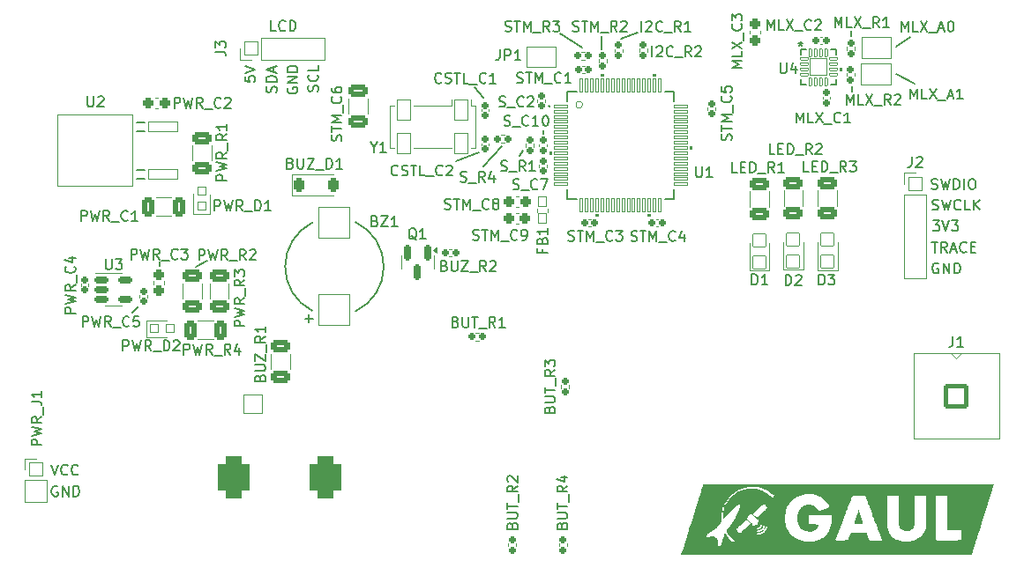
<source format=gbr>
%TF.GenerationSoftware,KiCad,Pcbnew,8.0.6*%
%TF.CreationDate,2025-03-02T19:30:28-05:00*%
%TF.ProjectId,receiver,72656365-6976-4657-922e-6b696361645f,rev?*%
%TF.SameCoordinates,Original*%
%TF.FileFunction,Legend,Top*%
%TF.FilePolarity,Positive*%
%FSLAX46Y46*%
G04 Gerber Fmt 4.6, Leading zero omitted, Abs format (unit mm)*
G04 Created by KiCad (PCBNEW 8.0.6) date 2025-03-02 19:30:28*
%MOMM*%
%LPD*%
G01*
G04 APERTURE LIST*
G04 Aperture macros list*
%AMRoundRect*
0 Rectangle with rounded corners*
0 $1 Rounding radius*
0 $2 $3 $4 $5 $6 $7 $8 $9 X,Y pos of 4 corners*
0 Add a 4 corners polygon primitive as box body*
4,1,4,$2,$3,$4,$5,$6,$7,$8,$9,$2,$3,0*
0 Add four circle primitives for the rounded corners*
1,1,$1+$1,$2,$3*
1,1,$1+$1,$4,$5*
1,1,$1+$1,$6,$7*
1,1,$1+$1,$8,$9*
0 Add four rect primitives between the rounded corners*
20,1,$1+$1,$2,$3,$4,$5,0*
20,1,$1+$1,$4,$5,$6,$7,0*
20,1,$1+$1,$6,$7,$8,$9,0*
20,1,$1+$1,$8,$9,$2,$3,0*%
%AMFreePoly0*
4,1,16,0.526870,0.776870,0.531618,0.771079,1.031618,0.021079,1.037262,-0.007452,1.031618,-0.021079,0.531618,-0.771079,0.507452,-0.787262,0.500000,-0.788000,-0.500000,-0.788000,-0.526870,-0.776870,-0.538000,-0.750000,-0.538000,0.750000,-0.526870,0.776870,-0.500000,0.788000,0.500000,0.788000,0.526870,0.776870,0.526870,0.776870,$1*%
%AMFreePoly1*
4,1,16,0.526870,0.776870,0.538000,0.750000,0.538000,-0.750000,0.526870,-0.776870,0.500000,-0.788000,-0.650000,-0.788000,-0.676870,-0.776870,-0.688000,-0.750000,-0.681618,-0.728921,-0.195670,0.000000,-0.681618,0.728921,-0.687262,0.757452,-0.671079,0.781618,-0.650000,0.788000,0.500000,0.788000,0.526870,0.776870,0.526870,0.776870,$1*%
G04 Aperture macros list end*
%ADD10C,0.153000*%
%ADD11C,0.150000*%
%ADD12C,0.135000*%
%ADD13C,0.120000*%
%ADD14C,0.152400*%
%ADD15C,0.000000*%
%ADD16C,0.100000*%
%ADD17C,0.200000*%
%ADD18RoundRect,0.169000X-0.531500X-0.169000X0.531500X-0.169000X0.531500X0.169000X-0.531500X0.169000X0*%
%ADD19RoundRect,0.244000X0.244000X0.269000X-0.244000X0.269000X-0.244000X-0.269000X0.244000X-0.269000X0*%
%ADD20RoundRect,0.159000X0.189000X-0.159000X0.189000X0.159000X-0.189000X0.159000X-0.189000X-0.159000X0*%
%ADD21RoundRect,0.038000X0.355600X-0.127000X0.355600X0.127000X-0.355600X0.127000X-0.355600X-0.127000X0*%
%ADD22RoundRect,0.038000X-0.127000X-0.355600X0.127000X-0.355600X0.127000X0.355600X-0.127000X0.355600X0*%
%ADD23RoundRect,0.038000X-0.838200X-0.838200X0.838200X-0.838200X0.838200X0.838200X-0.838200X0.838200X0*%
%ADD24RoundRect,0.038000X-0.400000X-0.400000X0.400000X-0.400000X0.400000X0.400000X-0.400000X0.400000X0*%
%ADD25RoundRect,0.159000X-0.189000X0.159000X-0.189000X-0.159000X0.189000X-0.159000X0.189000X0.159000X0*%
%ADD26C,2.276000*%
%ADD27FreePoly0,0.000000*%
%ADD28FreePoly1,0.000000*%
%ADD29RoundRect,0.038000X1.500000X-1.500000X1.500000X1.500000X-1.500000X1.500000X-1.500000X-1.500000X0*%
%ADD30RoundRect,0.154000X-0.154000X-0.204000X0.154000X-0.204000X0.154000X0.204000X-0.154000X0.204000X0*%
%ADD31RoundRect,0.038000X-0.675000X-0.675000X0.675000X-0.675000X0.675000X0.675000X-0.675000X0.675000X0*%
%ADD32O,1.426000X1.426000*%
%ADD33RoundRect,0.159000X0.159000X0.189000X-0.159000X0.189000X-0.159000X-0.189000X0.159000X-0.189000X0*%
%ADD34RoundRect,0.038000X0.600000X-0.600000X0.600000X0.600000X-0.600000X0.600000X-0.600000X-0.600000X0*%
%ADD35RoundRect,0.159000X-0.159000X-0.189000X0.159000X-0.189000X0.159000X0.189000X-0.159000X0.189000X0*%
%ADD36RoundRect,0.154000X0.204000X-0.154000X0.204000X0.154000X-0.204000X0.154000X-0.204000X-0.154000X0*%
%ADD37RoundRect,0.266889X-0.646111X0.333611X-0.646111X-0.333611X0.646111X-0.333611X0.646111X0.333611X0*%
%ADD38RoundRect,0.266889X0.646111X-0.333611X0.646111X0.333611X-0.646111X0.333611X-0.646111X-0.333611X0*%
%ADD39RoundRect,0.154000X-0.204000X0.154000X-0.204000X-0.154000X0.204000X-0.154000X0.204000X0.154000X0*%
%ADD40RoundRect,0.266889X0.333611X0.646111X-0.333611X0.646111X-0.333611X-0.646111X0.333611X-0.646111X0*%
%ADD41RoundRect,0.038000X0.675000X-0.675000X0.675000X0.675000X-0.675000X0.675000X-0.675000X-0.675000X0*%
%ADD42RoundRect,0.038000X0.400000X-0.400000X0.400000X0.400000X-0.400000X0.400000X-0.400000X-0.400000X0*%
%ADD43FreePoly0,180.000000*%
%ADD44FreePoly1,180.000000*%
%ADD45RoundRect,0.266521X-0.346479X-0.671479X0.346479X-0.671479X0.346479X0.671479X-0.346479X0.671479X0*%
%ADD46RoundRect,0.244000X-0.244000X-0.394000X0.244000X-0.394000X0.244000X0.394000X-0.244000X0.394000X0*%
%ADD47RoundRect,0.169000X-0.169000X0.606500X-0.169000X-0.606500X0.169000X-0.606500X0.169000X0.606500X0*%
%ADD48RoundRect,0.038000X-0.596900X-0.152400X0.596900X-0.152400X0.596900X0.152400X-0.596900X0.152400X0*%
%ADD49RoundRect,0.038000X0.152400X-0.596900X0.152400X0.596900X-0.152400X0.596900X-0.152400X-0.596900X0*%
%ADD50RoundRect,0.244000X-0.269000X0.244000X-0.269000X-0.244000X0.269000X-0.244000X0.269000X0.244000X0*%
%ADD51RoundRect,0.154000X0.154000X0.204000X-0.154000X0.204000X-0.154000X-0.204000X0.154000X-0.204000X0*%
%ADD52RoundRect,0.206712X-0.981288X0.981288X-0.981288X-0.981288X0.981288X-0.981288X0.981288X0.981288X0*%
%ADD53C,2.576000*%
%ADD54RoundRect,0.266521X-0.671479X0.346479X-0.671479X-0.346479X0.671479X-0.346479X0.671479X0.346479X0*%
%ADD55RoundRect,0.038000X0.400000X-0.500000X0.400000X0.500000X-0.400000X0.500000X-0.400000X-0.500000X0*%
%ADD56RoundRect,0.038000X0.650000X0.950000X-0.650000X0.950000X-0.650000X-0.950000X0.650000X-0.950000X0*%
%ADD57RoundRect,0.038000X1.397000X-0.469900X1.397000X0.469900X-1.397000X0.469900X-1.397000X-0.469900X0*%
%ADD58RoundRect,0.038000X3.619500X-3.416300X3.619500X3.416300X-3.619500X3.416300X-3.619500X-3.416300X0*%
%ADD59RoundRect,0.038000X-0.900000X0.900000X-0.900000X-0.900000X0.900000X-0.900000X0.900000X0.900000X0*%
%ADD60C,1.876000*%
%ADD61RoundRect,0.769000X-0.769000X1.269000X-0.769000X-1.269000X0.769000X-1.269000X0.769000X1.269000X0*%
%ADD62C,2.076000*%
%ADD63C,2.235000*%
G04 APERTURE END LIST*
D10*
X117351858Y-97549290D02*
X118399230Y-97025604D01*
X148391590Y-86911204D02*
X148708469Y-86390618D01*
D11*
X184560273Y-76376720D02*
X185901103Y-75461550D01*
D10*
X144917243Y-87941059D02*
X146694027Y-86005837D01*
X180330973Y-80214462D02*
X180330973Y-80712677D01*
X152297414Y-75162914D02*
X154396093Y-76507380D01*
D12*
X156265414Y-75356630D02*
X156289746Y-76646182D01*
D10*
X158101572Y-75638396D02*
X159724769Y-75080935D01*
X113838798Y-97091065D02*
X113848132Y-97471228D01*
D11*
X184581556Y-79079664D02*
X186326764Y-79973551D01*
D10*
X180201806Y-74863260D02*
X180205416Y-75400367D01*
X144125047Y-80302023D02*
X144894609Y-81365829D01*
X111210654Y-101944907D02*
X111850372Y-101369161D01*
X142302995Y-87431790D02*
X144498511Y-86583008D01*
X150655009Y-84432761D02*
X150655009Y-84783591D01*
X125025246Y-74895819D02*
X124549056Y-74895819D01*
X124549056Y-74895819D02*
X124549056Y-73895819D01*
X125930008Y-74800580D02*
X125882389Y-74848200D01*
X125882389Y-74848200D02*
X125739532Y-74895819D01*
X125739532Y-74895819D02*
X125644294Y-74895819D01*
X125644294Y-74895819D02*
X125501437Y-74848200D01*
X125501437Y-74848200D02*
X125406199Y-74752961D01*
X125406199Y-74752961D02*
X125358580Y-74657723D01*
X125358580Y-74657723D02*
X125310961Y-74467247D01*
X125310961Y-74467247D02*
X125310961Y-74324390D01*
X125310961Y-74324390D02*
X125358580Y-74133914D01*
X125358580Y-74133914D02*
X125406199Y-74038676D01*
X125406199Y-74038676D02*
X125501437Y-73943438D01*
X125501437Y-73943438D02*
X125644294Y-73895819D01*
X125644294Y-73895819D02*
X125739532Y-73895819D01*
X125739532Y-73895819D02*
X125882389Y-73943438D01*
X125882389Y-73943438D02*
X125930008Y-73991057D01*
X126358580Y-74895819D02*
X126358580Y-73895819D01*
X126358580Y-73895819D02*
X126596675Y-73895819D01*
X126596675Y-73895819D02*
X126739532Y-73943438D01*
X126739532Y-73943438D02*
X126834770Y-74038676D01*
X126834770Y-74038676D02*
X126882389Y-74133914D01*
X126882389Y-74133914D02*
X126930008Y-74324390D01*
X126930008Y-74324390D02*
X126930008Y-74467247D01*
X126930008Y-74467247D02*
X126882389Y-74657723D01*
X126882389Y-74657723D02*
X126834770Y-74752961D01*
X126834770Y-74752961D02*
X126739532Y-74848200D01*
X126739532Y-74848200D02*
X126596675Y-74895819D01*
X126596675Y-74895819D02*
X126358580Y-74895819D01*
X187949887Y-90065879D02*
X188092744Y-90113498D01*
X188092744Y-90113498D02*
X188330839Y-90113498D01*
X188330839Y-90113498D02*
X188426077Y-90065879D01*
X188426077Y-90065879D02*
X188473696Y-90018259D01*
X188473696Y-90018259D02*
X188521315Y-89923021D01*
X188521315Y-89923021D02*
X188521315Y-89827783D01*
X188521315Y-89827783D02*
X188473696Y-89732545D01*
X188473696Y-89732545D02*
X188426077Y-89684926D01*
X188426077Y-89684926D02*
X188330839Y-89637307D01*
X188330839Y-89637307D02*
X188140363Y-89589688D01*
X188140363Y-89589688D02*
X188045125Y-89542069D01*
X188045125Y-89542069D02*
X187997506Y-89494450D01*
X187997506Y-89494450D02*
X187949887Y-89399212D01*
X187949887Y-89399212D02*
X187949887Y-89303974D01*
X187949887Y-89303974D02*
X187997506Y-89208736D01*
X187997506Y-89208736D02*
X188045125Y-89161117D01*
X188045125Y-89161117D02*
X188140363Y-89113498D01*
X188140363Y-89113498D02*
X188378458Y-89113498D01*
X188378458Y-89113498D02*
X188521315Y-89161117D01*
X188854649Y-89113498D02*
X189092744Y-90113498D01*
X189092744Y-90113498D02*
X189283220Y-89399212D01*
X189283220Y-89399212D02*
X189473696Y-90113498D01*
X189473696Y-90113498D02*
X189711792Y-89113498D01*
X190092744Y-90113498D02*
X190092744Y-89113498D01*
X190092744Y-89113498D02*
X190330839Y-89113498D01*
X190330839Y-89113498D02*
X190473696Y-89161117D01*
X190473696Y-89161117D02*
X190568934Y-89256355D01*
X190568934Y-89256355D02*
X190616553Y-89351593D01*
X190616553Y-89351593D02*
X190664172Y-89542069D01*
X190664172Y-89542069D02*
X190664172Y-89684926D01*
X190664172Y-89684926D02*
X190616553Y-89875402D01*
X190616553Y-89875402D02*
X190568934Y-89970640D01*
X190568934Y-89970640D02*
X190473696Y-90065879D01*
X190473696Y-90065879D02*
X190330839Y-90113498D01*
X190330839Y-90113498D02*
X190092744Y-90113498D01*
X191092744Y-90113498D02*
X191092744Y-89113498D01*
X191759410Y-89113498D02*
X191949886Y-89113498D01*
X191949886Y-89113498D02*
X192045124Y-89161117D01*
X192045124Y-89161117D02*
X192140362Y-89256355D01*
X192140362Y-89256355D02*
X192187981Y-89446831D01*
X192187981Y-89446831D02*
X192187981Y-89780164D01*
X192187981Y-89780164D02*
X192140362Y-89970640D01*
X192140362Y-89970640D02*
X192045124Y-90065879D01*
X192045124Y-90065879D02*
X191949886Y-90113498D01*
X191949886Y-90113498D02*
X191759410Y-90113498D01*
X191759410Y-90113498D02*
X191664172Y-90065879D01*
X191664172Y-90065879D02*
X191568934Y-89970640D01*
X191568934Y-89970640D02*
X191521315Y-89780164D01*
X191521315Y-89780164D02*
X191521315Y-89446831D01*
X191521315Y-89446831D02*
X191568934Y-89256355D01*
X191568934Y-89256355D02*
X191664172Y-89161117D01*
X191664172Y-89161117D02*
X191759410Y-89113498D01*
X126149484Y-80355781D02*
X126101865Y-80451019D01*
X126101865Y-80451019D02*
X126101865Y-80593876D01*
X126101865Y-80593876D02*
X126149484Y-80736733D01*
X126149484Y-80736733D02*
X126244722Y-80831971D01*
X126244722Y-80831971D02*
X126339960Y-80879590D01*
X126339960Y-80879590D02*
X126530436Y-80927209D01*
X126530436Y-80927209D02*
X126673293Y-80927209D01*
X126673293Y-80927209D02*
X126863769Y-80879590D01*
X126863769Y-80879590D02*
X126959007Y-80831971D01*
X126959007Y-80831971D02*
X127054246Y-80736733D01*
X127054246Y-80736733D02*
X127101865Y-80593876D01*
X127101865Y-80593876D02*
X127101865Y-80498638D01*
X127101865Y-80498638D02*
X127054246Y-80355781D01*
X127054246Y-80355781D02*
X127006626Y-80308162D01*
X127006626Y-80308162D02*
X126673293Y-80308162D01*
X126673293Y-80308162D02*
X126673293Y-80498638D01*
X127101865Y-79879590D02*
X126101865Y-79879590D01*
X126101865Y-79879590D02*
X127101865Y-79308162D01*
X127101865Y-79308162D02*
X126101865Y-79308162D01*
X127101865Y-78831971D02*
X126101865Y-78831971D01*
X126101865Y-78831971D02*
X126101865Y-78593876D01*
X126101865Y-78593876D02*
X126149484Y-78451019D01*
X126149484Y-78451019D02*
X126244722Y-78355781D01*
X126244722Y-78355781D02*
X126339960Y-78308162D01*
X126339960Y-78308162D02*
X126530436Y-78260543D01*
X126530436Y-78260543D02*
X126673293Y-78260543D01*
X126673293Y-78260543D02*
X126863769Y-78308162D01*
X126863769Y-78308162D02*
X126959007Y-78355781D01*
X126959007Y-78355781D02*
X127054246Y-78451019D01*
X127054246Y-78451019D02*
X127101865Y-78593876D01*
X127101865Y-78593876D02*
X127101865Y-78831971D01*
X188037747Y-92068443D02*
X188180604Y-92116062D01*
X188180604Y-92116062D02*
X188418699Y-92116062D01*
X188418699Y-92116062D02*
X188513937Y-92068443D01*
X188513937Y-92068443D02*
X188561556Y-92020823D01*
X188561556Y-92020823D02*
X188609175Y-91925585D01*
X188609175Y-91925585D02*
X188609175Y-91830347D01*
X188609175Y-91830347D02*
X188561556Y-91735109D01*
X188561556Y-91735109D02*
X188513937Y-91687490D01*
X188513937Y-91687490D02*
X188418699Y-91639871D01*
X188418699Y-91639871D02*
X188228223Y-91592252D01*
X188228223Y-91592252D02*
X188132985Y-91544633D01*
X188132985Y-91544633D02*
X188085366Y-91497014D01*
X188085366Y-91497014D02*
X188037747Y-91401776D01*
X188037747Y-91401776D02*
X188037747Y-91306538D01*
X188037747Y-91306538D02*
X188085366Y-91211300D01*
X188085366Y-91211300D02*
X188132985Y-91163681D01*
X188132985Y-91163681D02*
X188228223Y-91116062D01*
X188228223Y-91116062D02*
X188466318Y-91116062D01*
X188466318Y-91116062D02*
X188609175Y-91163681D01*
X188942509Y-91116062D02*
X189180604Y-92116062D01*
X189180604Y-92116062D02*
X189371080Y-91401776D01*
X189371080Y-91401776D02*
X189561556Y-92116062D01*
X189561556Y-92116062D02*
X189799652Y-91116062D01*
X190752032Y-92020823D02*
X190704413Y-92068443D01*
X190704413Y-92068443D02*
X190561556Y-92116062D01*
X190561556Y-92116062D02*
X190466318Y-92116062D01*
X190466318Y-92116062D02*
X190323461Y-92068443D01*
X190323461Y-92068443D02*
X190228223Y-91973204D01*
X190228223Y-91973204D02*
X190180604Y-91877966D01*
X190180604Y-91877966D02*
X190132985Y-91687490D01*
X190132985Y-91687490D02*
X190132985Y-91544633D01*
X190132985Y-91544633D02*
X190180604Y-91354157D01*
X190180604Y-91354157D02*
X190228223Y-91258919D01*
X190228223Y-91258919D02*
X190323461Y-91163681D01*
X190323461Y-91163681D02*
X190466318Y-91116062D01*
X190466318Y-91116062D02*
X190561556Y-91116062D01*
X190561556Y-91116062D02*
X190704413Y-91163681D01*
X190704413Y-91163681D02*
X190752032Y-91211300D01*
X191656794Y-92116062D02*
X191180604Y-92116062D01*
X191180604Y-92116062D02*
X191180604Y-91116062D01*
X191990128Y-92116062D02*
X191990128Y-91116062D01*
X192561556Y-92116062D02*
X192132985Y-91544633D01*
X192561556Y-91116062D02*
X191990128Y-91687490D01*
X188615811Y-97261931D02*
X188520573Y-97214312D01*
X188520573Y-97214312D02*
X188377716Y-97214312D01*
X188377716Y-97214312D02*
X188234859Y-97261931D01*
X188234859Y-97261931D02*
X188139621Y-97357169D01*
X188139621Y-97357169D02*
X188092002Y-97452407D01*
X188092002Y-97452407D02*
X188044383Y-97642883D01*
X188044383Y-97642883D02*
X188044383Y-97785740D01*
X188044383Y-97785740D02*
X188092002Y-97976216D01*
X188092002Y-97976216D02*
X188139621Y-98071454D01*
X188139621Y-98071454D02*
X188234859Y-98166693D01*
X188234859Y-98166693D02*
X188377716Y-98214312D01*
X188377716Y-98214312D02*
X188472954Y-98214312D01*
X188472954Y-98214312D02*
X188615811Y-98166693D01*
X188615811Y-98166693D02*
X188663430Y-98119073D01*
X188663430Y-98119073D02*
X188663430Y-97785740D01*
X188663430Y-97785740D02*
X188472954Y-97785740D01*
X189092002Y-98214312D02*
X189092002Y-97214312D01*
X189092002Y-97214312D02*
X189663430Y-98214312D01*
X189663430Y-98214312D02*
X189663430Y-97214312D01*
X190139621Y-98214312D02*
X190139621Y-97214312D01*
X190139621Y-97214312D02*
X190377716Y-97214312D01*
X190377716Y-97214312D02*
X190520573Y-97261931D01*
X190520573Y-97261931D02*
X190615811Y-97357169D01*
X190615811Y-97357169D02*
X190663430Y-97452407D01*
X190663430Y-97452407D02*
X190711049Y-97642883D01*
X190711049Y-97642883D02*
X190711049Y-97785740D01*
X190711049Y-97785740D02*
X190663430Y-97976216D01*
X190663430Y-97976216D02*
X190615811Y-98071454D01*
X190615811Y-98071454D02*
X190520573Y-98166693D01*
X190520573Y-98166693D02*
X190377716Y-98214312D01*
X190377716Y-98214312D02*
X190139621Y-98214312D01*
X129044687Y-80702100D02*
X129092306Y-80559243D01*
X129092306Y-80559243D02*
X129092306Y-80321148D01*
X129092306Y-80321148D02*
X129044687Y-80225910D01*
X129044687Y-80225910D02*
X128997067Y-80178291D01*
X128997067Y-80178291D02*
X128901829Y-80130672D01*
X128901829Y-80130672D02*
X128806591Y-80130672D01*
X128806591Y-80130672D02*
X128711353Y-80178291D01*
X128711353Y-80178291D02*
X128663734Y-80225910D01*
X128663734Y-80225910D02*
X128616115Y-80321148D01*
X128616115Y-80321148D02*
X128568496Y-80511624D01*
X128568496Y-80511624D02*
X128520877Y-80606862D01*
X128520877Y-80606862D02*
X128473258Y-80654481D01*
X128473258Y-80654481D02*
X128378020Y-80702100D01*
X128378020Y-80702100D02*
X128282782Y-80702100D01*
X128282782Y-80702100D02*
X128187544Y-80654481D01*
X128187544Y-80654481D02*
X128139925Y-80606862D01*
X128139925Y-80606862D02*
X128092306Y-80511624D01*
X128092306Y-80511624D02*
X128092306Y-80273529D01*
X128092306Y-80273529D02*
X128139925Y-80130672D01*
X128997067Y-79130672D02*
X129044687Y-79178291D01*
X129044687Y-79178291D02*
X129092306Y-79321148D01*
X129092306Y-79321148D02*
X129092306Y-79416386D01*
X129092306Y-79416386D02*
X129044687Y-79559243D01*
X129044687Y-79559243D02*
X128949448Y-79654481D01*
X128949448Y-79654481D02*
X128854210Y-79702100D01*
X128854210Y-79702100D02*
X128663734Y-79749719D01*
X128663734Y-79749719D02*
X128520877Y-79749719D01*
X128520877Y-79749719D02*
X128330401Y-79702100D01*
X128330401Y-79702100D02*
X128235163Y-79654481D01*
X128235163Y-79654481D02*
X128139925Y-79559243D01*
X128139925Y-79559243D02*
X128092306Y-79416386D01*
X128092306Y-79416386D02*
X128092306Y-79321148D01*
X128092306Y-79321148D02*
X128139925Y-79178291D01*
X128139925Y-79178291D02*
X128187544Y-79130672D01*
X129092306Y-78225910D02*
X129092306Y-78702100D01*
X129092306Y-78702100D02*
X128092306Y-78702100D01*
X125040110Y-80796883D02*
X125087729Y-80654026D01*
X125087729Y-80654026D02*
X125087729Y-80415931D01*
X125087729Y-80415931D02*
X125040110Y-80320693D01*
X125040110Y-80320693D02*
X124992490Y-80273074D01*
X124992490Y-80273074D02*
X124897252Y-80225455D01*
X124897252Y-80225455D02*
X124802014Y-80225455D01*
X124802014Y-80225455D02*
X124706776Y-80273074D01*
X124706776Y-80273074D02*
X124659157Y-80320693D01*
X124659157Y-80320693D02*
X124611538Y-80415931D01*
X124611538Y-80415931D02*
X124563919Y-80606407D01*
X124563919Y-80606407D02*
X124516300Y-80701645D01*
X124516300Y-80701645D02*
X124468681Y-80749264D01*
X124468681Y-80749264D02*
X124373443Y-80796883D01*
X124373443Y-80796883D02*
X124278205Y-80796883D01*
X124278205Y-80796883D02*
X124182967Y-80749264D01*
X124182967Y-80749264D02*
X124135348Y-80701645D01*
X124135348Y-80701645D02*
X124087729Y-80606407D01*
X124087729Y-80606407D02*
X124087729Y-80368312D01*
X124087729Y-80368312D02*
X124135348Y-80225455D01*
X125087729Y-79796883D02*
X124087729Y-79796883D01*
X124087729Y-79796883D02*
X124087729Y-79558788D01*
X124087729Y-79558788D02*
X124135348Y-79415931D01*
X124135348Y-79415931D02*
X124230586Y-79320693D01*
X124230586Y-79320693D02*
X124325824Y-79273074D01*
X124325824Y-79273074D02*
X124516300Y-79225455D01*
X124516300Y-79225455D02*
X124659157Y-79225455D01*
X124659157Y-79225455D02*
X124849633Y-79273074D01*
X124849633Y-79273074D02*
X124944871Y-79320693D01*
X124944871Y-79320693D02*
X125040110Y-79415931D01*
X125040110Y-79415931D02*
X125087729Y-79558788D01*
X125087729Y-79558788D02*
X125087729Y-79796883D01*
X124802014Y-78844502D02*
X124802014Y-78368312D01*
X125087729Y-78939740D02*
X124087729Y-78606407D01*
X124087729Y-78606407D02*
X125087729Y-78273074D01*
X104060606Y-118689998D02*
X103965368Y-118642379D01*
X103965368Y-118642379D02*
X103822511Y-118642379D01*
X103822511Y-118642379D02*
X103679654Y-118689998D01*
X103679654Y-118689998D02*
X103584416Y-118785236D01*
X103584416Y-118785236D02*
X103536797Y-118880474D01*
X103536797Y-118880474D02*
X103489178Y-119070950D01*
X103489178Y-119070950D02*
X103489178Y-119213807D01*
X103489178Y-119213807D02*
X103536797Y-119404283D01*
X103536797Y-119404283D02*
X103584416Y-119499521D01*
X103584416Y-119499521D02*
X103679654Y-119594760D01*
X103679654Y-119594760D02*
X103822511Y-119642379D01*
X103822511Y-119642379D02*
X103917749Y-119642379D01*
X103917749Y-119642379D02*
X104060606Y-119594760D01*
X104060606Y-119594760D02*
X104108225Y-119547140D01*
X104108225Y-119547140D02*
X104108225Y-119213807D01*
X104108225Y-119213807D02*
X103917749Y-119213807D01*
X104536797Y-119642379D02*
X104536797Y-118642379D01*
X104536797Y-118642379D02*
X105108225Y-119642379D01*
X105108225Y-119642379D02*
X105108225Y-118642379D01*
X105584416Y-119642379D02*
X105584416Y-118642379D01*
X105584416Y-118642379D02*
X105822511Y-118642379D01*
X105822511Y-118642379D02*
X105965368Y-118689998D01*
X105965368Y-118689998D02*
X106060606Y-118785236D01*
X106060606Y-118785236D02*
X106108225Y-118880474D01*
X106108225Y-118880474D02*
X106155844Y-119070950D01*
X106155844Y-119070950D02*
X106155844Y-119213807D01*
X106155844Y-119213807D02*
X106108225Y-119404283D01*
X106108225Y-119404283D02*
X106060606Y-119499521D01*
X106060606Y-119499521D02*
X105965368Y-119594760D01*
X105965368Y-119594760D02*
X105822511Y-119642379D01*
X105822511Y-119642379D02*
X105584416Y-119642379D01*
X188097090Y-93133059D02*
X188716137Y-93133059D01*
X188716137Y-93133059D02*
X188382804Y-93514011D01*
X188382804Y-93514011D02*
X188525661Y-93514011D01*
X188525661Y-93514011D02*
X188620899Y-93561630D01*
X188620899Y-93561630D02*
X188668518Y-93609249D01*
X188668518Y-93609249D02*
X188716137Y-93704487D01*
X188716137Y-93704487D02*
X188716137Y-93942582D01*
X188716137Y-93942582D02*
X188668518Y-94037820D01*
X188668518Y-94037820D02*
X188620899Y-94085440D01*
X188620899Y-94085440D02*
X188525661Y-94133059D01*
X188525661Y-94133059D02*
X188239947Y-94133059D01*
X188239947Y-94133059D02*
X188144709Y-94085440D01*
X188144709Y-94085440D02*
X188097090Y-94037820D01*
X189001852Y-93133059D02*
X189335185Y-94133059D01*
X189335185Y-94133059D02*
X189668518Y-93133059D01*
X189906614Y-93133059D02*
X190525661Y-93133059D01*
X190525661Y-93133059D02*
X190192328Y-93514011D01*
X190192328Y-93514011D02*
X190335185Y-93514011D01*
X190335185Y-93514011D02*
X190430423Y-93561630D01*
X190430423Y-93561630D02*
X190478042Y-93609249D01*
X190478042Y-93609249D02*
X190525661Y-93704487D01*
X190525661Y-93704487D02*
X190525661Y-93942582D01*
X190525661Y-93942582D02*
X190478042Y-94037820D01*
X190478042Y-94037820D02*
X190430423Y-94085440D01*
X190430423Y-94085440D02*
X190335185Y-94133059D01*
X190335185Y-94133059D02*
X190049471Y-94133059D01*
X190049471Y-94133059D02*
X189954233Y-94085440D01*
X189954233Y-94085440D02*
X189906614Y-94037820D01*
X103456815Y-116598933D02*
X103790148Y-117598933D01*
X103790148Y-117598933D02*
X104123481Y-116598933D01*
X105028243Y-117503694D02*
X104980624Y-117551314D01*
X104980624Y-117551314D02*
X104837767Y-117598933D01*
X104837767Y-117598933D02*
X104742529Y-117598933D01*
X104742529Y-117598933D02*
X104599672Y-117551314D01*
X104599672Y-117551314D02*
X104504434Y-117456075D01*
X104504434Y-117456075D02*
X104456815Y-117360837D01*
X104456815Y-117360837D02*
X104409196Y-117170361D01*
X104409196Y-117170361D02*
X104409196Y-117027504D01*
X104409196Y-117027504D02*
X104456815Y-116837028D01*
X104456815Y-116837028D02*
X104504434Y-116741790D01*
X104504434Y-116741790D02*
X104599672Y-116646552D01*
X104599672Y-116646552D02*
X104742529Y-116598933D01*
X104742529Y-116598933D02*
X104837767Y-116598933D01*
X104837767Y-116598933D02*
X104980624Y-116646552D01*
X104980624Y-116646552D02*
X105028243Y-116694171D01*
X106028243Y-117503694D02*
X105980624Y-117551314D01*
X105980624Y-117551314D02*
X105837767Y-117598933D01*
X105837767Y-117598933D02*
X105742529Y-117598933D01*
X105742529Y-117598933D02*
X105599672Y-117551314D01*
X105599672Y-117551314D02*
X105504434Y-117456075D01*
X105504434Y-117456075D02*
X105456815Y-117360837D01*
X105456815Y-117360837D02*
X105409196Y-117170361D01*
X105409196Y-117170361D02*
X105409196Y-117027504D01*
X105409196Y-117027504D02*
X105456815Y-116837028D01*
X105456815Y-116837028D02*
X105504434Y-116741790D01*
X105504434Y-116741790D02*
X105599672Y-116646552D01*
X105599672Y-116646552D02*
X105742529Y-116598933D01*
X105742529Y-116598933D02*
X105837767Y-116598933D01*
X105837767Y-116598933D02*
X105980624Y-116646552D01*
X105980624Y-116646552D02*
X106028243Y-116694171D01*
X187973070Y-95195898D02*
X188544498Y-95195898D01*
X188258784Y-96195898D02*
X188258784Y-95195898D01*
X189449260Y-96195898D02*
X189115927Y-95719707D01*
X188877832Y-96195898D02*
X188877832Y-95195898D01*
X188877832Y-95195898D02*
X189258784Y-95195898D01*
X189258784Y-95195898D02*
X189354022Y-95243517D01*
X189354022Y-95243517D02*
X189401641Y-95291136D01*
X189401641Y-95291136D02*
X189449260Y-95386374D01*
X189449260Y-95386374D02*
X189449260Y-95529231D01*
X189449260Y-95529231D02*
X189401641Y-95624469D01*
X189401641Y-95624469D02*
X189354022Y-95672088D01*
X189354022Y-95672088D02*
X189258784Y-95719707D01*
X189258784Y-95719707D02*
X188877832Y-95719707D01*
X189830213Y-95910183D02*
X190306403Y-95910183D01*
X189734975Y-96195898D02*
X190068308Y-95195898D01*
X190068308Y-95195898D02*
X190401641Y-96195898D01*
X191306403Y-96100659D02*
X191258784Y-96148279D01*
X191258784Y-96148279D02*
X191115927Y-96195898D01*
X191115927Y-96195898D02*
X191020689Y-96195898D01*
X191020689Y-96195898D02*
X190877832Y-96148279D01*
X190877832Y-96148279D02*
X190782594Y-96053040D01*
X190782594Y-96053040D02*
X190734975Y-95957802D01*
X190734975Y-95957802D02*
X190687356Y-95767326D01*
X190687356Y-95767326D02*
X190687356Y-95624469D01*
X190687356Y-95624469D02*
X190734975Y-95433993D01*
X190734975Y-95433993D02*
X190782594Y-95338755D01*
X190782594Y-95338755D02*
X190877832Y-95243517D01*
X190877832Y-95243517D02*
X191020689Y-95195898D01*
X191020689Y-95195898D02*
X191115927Y-95195898D01*
X191115927Y-95195898D02*
X191258784Y-95243517D01*
X191258784Y-95243517D02*
X191306403Y-95291136D01*
X191734975Y-95672088D02*
X192068308Y-95672088D01*
X192211165Y-96195898D02*
X191734975Y-96195898D01*
X191734975Y-96195898D02*
X191734975Y-95195898D01*
X191734975Y-95195898D02*
X192211165Y-95195898D01*
X122038049Y-79254158D02*
X122038049Y-79730348D01*
X122038049Y-79730348D02*
X122514239Y-79777967D01*
X122514239Y-79777967D02*
X122466620Y-79730348D01*
X122466620Y-79730348D02*
X122419001Y-79635110D01*
X122419001Y-79635110D02*
X122419001Y-79397015D01*
X122419001Y-79397015D02*
X122466620Y-79301777D01*
X122466620Y-79301777D02*
X122514239Y-79254158D01*
X122514239Y-79254158D02*
X122609477Y-79206539D01*
X122609477Y-79206539D02*
X122847572Y-79206539D01*
X122847572Y-79206539D02*
X122942810Y-79254158D01*
X122942810Y-79254158D02*
X122990430Y-79301777D01*
X122990430Y-79301777D02*
X123038049Y-79397015D01*
X123038049Y-79397015D02*
X123038049Y-79635110D01*
X123038049Y-79635110D02*
X122990430Y-79730348D01*
X122990430Y-79730348D02*
X122942810Y-79777967D01*
X122038049Y-78920824D02*
X123038049Y-78587491D01*
X123038049Y-78587491D02*
X122038049Y-78254158D01*
X108690416Y-96818058D02*
X108690416Y-97627581D01*
X108690416Y-97627581D02*
X108738035Y-97722819D01*
X108738035Y-97722819D02*
X108785654Y-97770439D01*
X108785654Y-97770439D02*
X108880892Y-97818058D01*
X108880892Y-97818058D02*
X109071368Y-97818058D01*
X109071368Y-97818058D02*
X109166606Y-97770439D01*
X109166606Y-97770439D02*
X109214225Y-97722819D01*
X109214225Y-97722819D02*
X109261844Y-97627581D01*
X109261844Y-97627581D02*
X109261844Y-96818058D01*
X109642797Y-96818058D02*
X110261844Y-96818058D01*
X110261844Y-96818058D02*
X109928511Y-97199010D01*
X109928511Y-97199010D02*
X110071368Y-97199010D01*
X110071368Y-97199010D02*
X110166606Y-97246629D01*
X110166606Y-97246629D02*
X110214225Y-97294248D01*
X110214225Y-97294248D02*
X110261844Y-97389486D01*
X110261844Y-97389486D02*
X110261844Y-97627581D01*
X110261844Y-97627581D02*
X110214225Y-97722819D01*
X110214225Y-97722819D02*
X110166606Y-97770439D01*
X110166606Y-97770439D02*
X110071368Y-97818058D01*
X110071368Y-97818058D02*
X109785654Y-97818058D01*
X109785654Y-97818058D02*
X109690416Y-97770439D01*
X109690416Y-97770439D02*
X109642797Y-97722819D01*
X143943505Y-94967699D02*
X144086362Y-95015318D01*
X144086362Y-95015318D02*
X144324457Y-95015318D01*
X144324457Y-95015318D02*
X144419695Y-94967699D01*
X144419695Y-94967699D02*
X144467314Y-94920079D01*
X144467314Y-94920079D02*
X144514933Y-94824841D01*
X144514933Y-94824841D02*
X144514933Y-94729603D01*
X144514933Y-94729603D02*
X144467314Y-94634365D01*
X144467314Y-94634365D02*
X144419695Y-94586746D01*
X144419695Y-94586746D02*
X144324457Y-94539127D01*
X144324457Y-94539127D02*
X144133981Y-94491508D01*
X144133981Y-94491508D02*
X144038743Y-94443889D01*
X144038743Y-94443889D02*
X143991124Y-94396270D01*
X143991124Y-94396270D02*
X143943505Y-94301032D01*
X143943505Y-94301032D02*
X143943505Y-94205794D01*
X143943505Y-94205794D02*
X143991124Y-94110556D01*
X143991124Y-94110556D02*
X144038743Y-94062937D01*
X144038743Y-94062937D02*
X144133981Y-94015318D01*
X144133981Y-94015318D02*
X144372076Y-94015318D01*
X144372076Y-94015318D02*
X144514933Y-94062937D01*
X144800648Y-94015318D02*
X145372076Y-94015318D01*
X145086362Y-95015318D02*
X145086362Y-94015318D01*
X145705410Y-95015318D02*
X145705410Y-94015318D01*
X145705410Y-94015318D02*
X146038743Y-94729603D01*
X146038743Y-94729603D02*
X146372076Y-94015318D01*
X146372076Y-94015318D02*
X146372076Y-95015318D01*
X146610172Y-95110556D02*
X147372076Y-95110556D01*
X148181600Y-94920079D02*
X148133981Y-94967699D01*
X148133981Y-94967699D02*
X147991124Y-95015318D01*
X147991124Y-95015318D02*
X147895886Y-95015318D01*
X147895886Y-95015318D02*
X147753029Y-94967699D01*
X147753029Y-94967699D02*
X147657791Y-94872460D01*
X147657791Y-94872460D02*
X147610172Y-94777222D01*
X147610172Y-94777222D02*
X147562553Y-94586746D01*
X147562553Y-94586746D02*
X147562553Y-94443889D01*
X147562553Y-94443889D02*
X147610172Y-94253413D01*
X147610172Y-94253413D02*
X147657791Y-94158175D01*
X147657791Y-94158175D02*
X147753029Y-94062937D01*
X147753029Y-94062937D02*
X147895886Y-94015318D01*
X147895886Y-94015318D02*
X147991124Y-94015318D01*
X147991124Y-94015318D02*
X148133981Y-94062937D01*
X148133981Y-94062937D02*
X148181600Y-94110556D01*
X148657791Y-95015318D02*
X148848267Y-95015318D01*
X148848267Y-95015318D02*
X148943505Y-94967699D01*
X148943505Y-94967699D02*
X148991124Y-94920079D01*
X148991124Y-94920079D02*
X149086362Y-94777222D01*
X149086362Y-94777222D02*
X149133981Y-94586746D01*
X149133981Y-94586746D02*
X149133981Y-94205794D01*
X149133981Y-94205794D02*
X149086362Y-94110556D01*
X149086362Y-94110556D02*
X149038743Y-94062937D01*
X149038743Y-94062937D02*
X148943505Y-94015318D01*
X148943505Y-94015318D02*
X148753029Y-94015318D01*
X148753029Y-94015318D02*
X148657791Y-94062937D01*
X148657791Y-94062937D02*
X148610172Y-94110556D01*
X148610172Y-94110556D02*
X148562553Y-94205794D01*
X148562553Y-94205794D02*
X148562553Y-94443889D01*
X148562553Y-94443889D02*
X148610172Y-94539127D01*
X148610172Y-94539127D02*
X148657791Y-94586746D01*
X148657791Y-94586746D02*
X148753029Y-94634365D01*
X148753029Y-94634365D02*
X148943505Y-94634365D01*
X148943505Y-94634365D02*
X149038743Y-94586746D01*
X149038743Y-94586746D02*
X149086362Y-94539127D01*
X149086362Y-94539127D02*
X149133981Y-94443889D01*
X140898838Y-79835299D02*
X140851219Y-79882919D01*
X140851219Y-79882919D02*
X140708362Y-79930538D01*
X140708362Y-79930538D02*
X140613124Y-79930538D01*
X140613124Y-79930538D02*
X140470267Y-79882919D01*
X140470267Y-79882919D02*
X140375029Y-79787680D01*
X140375029Y-79787680D02*
X140327410Y-79692442D01*
X140327410Y-79692442D02*
X140279791Y-79501966D01*
X140279791Y-79501966D02*
X140279791Y-79359109D01*
X140279791Y-79359109D02*
X140327410Y-79168633D01*
X140327410Y-79168633D02*
X140375029Y-79073395D01*
X140375029Y-79073395D02*
X140470267Y-78978157D01*
X140470267Y-78978157D02*
X140613124Y-78930538D01*
X140613124Y-78930538D02*
X140708362Y-78930538D01*
X140708362Y-78930538D02*
X140851219Y-78978157D01*
X140851219Y-78978157D02*
X140898838Y-79025776D01*
X141279791Y-79882919D02*
X141422648Y-79930538D01*
X141422648Y-79930538D02*
X141660743Y-79930538D01*
X141660743Y-79930538D02*
X141755981Y-79882919D01*
X141755981Y-79882919D02*
X141803600Y-79835299D01*
X141803600Y-79835299D02*
X141851219Y-79740061D01*
X141851219Y-79740061D02*
X141851219Y-79644823D01*
X141851219Y-79644823D02*
X141803600Y-79549585D01*
X141803600Y-79549585D02*
X141755981Y-79501966D01*
X141755981Y-79501966D02*
X141660743Y-79454347D01*
X141660743Y-79454347D02*
X141470267Y-79406728D01*
X141470267Y-79406728D02*
X141375029Y-79359109D01*
X141375029Y-79359109D02*
X141327410Y-79311490D01*
X141327410Y-79311490D02*
X141279791Y-79216252D01*
X141279791Y-79216252D02*
X141279791Y-79121014D01*
X141279791Y-79121014D02*
X141327410Y-79025776D01*
X141327410Y-79025776D02*
X141375029Y-78978157D01*
X141375029Y-78978157D02*
X141470267Y-78930538D01*
X141470267Y-78930538D02*
X141708362Y-78930538D01*
X141708362Y-78930538D02*
X141851219Y-78978157D01*
X142136934Y-78930538D02*
X142708362Y-78930538D01*
X142422648Y-79930538D02*
X142422648Y-78930538D01*
X143517886Y-79930538D02*
X143041696Y-79930538D01*
X143041696Y-79930538D02*
X143041696Y-78930538D01*
X143613125Y-80025776D02*
X144375029Y-80025776D01*
X145184553Y-79835299D02*
X145136934Y-79882919D01*
X145136934Y-79882919D02*
X144994077Y-79930538D01*
X144994077Y-79930538D02*
X144898839Y-79930538D01*
X144898839Y-79930538D02*
X144755982Y-79882919D01*
X144755982Y-79882919D02*
X144660744Y-79787680D01*
X144660744Y-79787680D02*
X144613125Y-79692442D01*
X144613125Y-79692442D02*
X144565506Y-79501966D01*
X144565506Y-79501966D02*
X144565506Y-79359109D01*
X144565506Y-79359109D02*
X144613125Y-79168633D01*
X144613125Y-79168633D02*
X144660744Y-79073395D01*
X144660744Y-79073395D02*
X144755982Y-78978157D01*
X144755982Y-78978157D02*
X144898839Y-78930538D01*
X144898839Y-78930538D02*
X144994077Y-78930538D01*
X144994077Y-78930538D02*
X145136934Y-78978157D01*
X145136934Y-78978157D02*
X145184553Y-79025776D01*
X146136934Y-79930538D02*
X145565506Y-79930538D01*
X145851220Y-79930538D02*
X145851220Y-78930538D01*
X145851220Y-78930538D02*
X145755982Y-79073395D01*
X145755982Y-79073395D02*
X145660744Y-79168633D01*
X145660744Y-79168633D02*
X145565506Y-79216252D01*
X173448707Y-77971807D02*
X173448707Y-78781330D01*
X173448707Y-78781330D02*
X173496326Y-78876568D01*
X173496326Y-78876568D02*
X173543945Y-78924188D01*
X173543945Y-78924188D02*
X173639183Y-78971807D01*
X173639183Y-78971807D02*
X173829659Y-78971807D01*
X173829659Y-78971807D02*
X173924897Y-78924188D01*
X173924897Y-78924188D02*
X173972516Y-78876568D01*
X173972516Y-78876568D02*
X174020135Y-78781330D01*
X174020135Y-78781330D02*
X174020135Y-77971807D01*
X174924897Y-78305140D02*
X174924897Y-78971807D01*
X174686802Y-77924188D02*
X174448707Y-78638473D01*
X174448707Y-78638473D02*
X175067754Y-78638473D01*
X175384843Y-75906399D02*
X175384843Y-76144494D01*
X175146748Y-76049256D02*
X175384843Y-76144494D01*
X175384843Y-76144494D02*
X175622938Y-76049256D01*
X175241986Y-76334970D02*
X175384843Y-76144494D01*
X175384843Y-76144494D02*
X175527700Y-76334970D01*
X110340973Y-105641040D02*
X110340973Y-104641040D01*
X110340973Y-104641040D02*
X110721925Y-104641040D01*
X110721925Y-104641040D02*
X110817163Y-104688659D01*
X110817163Y-104688659D02*
X110864782Y-104736278D01*
X110864782Y-104736278D02*
X110912401Y-104831516D01*
X110912401Y-104831516D02*
X110912401Y-104974373D01*
X110912401Y-104974373D02*
X110864782Y-105069611D01*
X110864782Y-105069611D02*
X110817163Y-105117230D01*
X110817163Y-105117230D02*
X110721925Y-105164849D01*
X110721925Y-105164849D02*
X110340973Y-105164849D01*
X111245735Y-104641040D02*
X111483830Y-105641040D01*
X111483830Y-105641040D02*
X111674306Y-104926754D01*
X111674306Y-104926754D02*
X111864782Y-105641040D01*
X111864782Y-105641040D02*
X112102878Y-104641040D01*
X113055258Y-105641040D02*
X112721925Y-105164849D01*
X112483830Y-105641040D02*
X112483830Y-104641040D01*
X112483830Y-104641040D02*
X112864782Y-104641040D01*
X112864782Y-104641040D02*
X112960020Y-104688659D01*
X112960020Y-104688659D02*
X113007639Y-104736278D01*
X113007639Y-104736278D02*
X113055258Y-104831516D01*
X113055258Y-104831516D02*
X113055258Y-104974373D01*
X113055258Y-104974373D02*
X113007639Y-105069611D01*
X113007639Y-105069611D02*
X112960020Y-105117230D01*
X112960020Y-105117230D02*
X112864782Y-105164849D01*
X112864782Y-105164849D02*
X112483830Y-105164849D01*
X113245735Y-105736278D02*
X114007639Y-105736278D01*
X114245735Y-105641040D02*
X114245735Y-104641040D01*
X114245735Y-104641040D02*
X114483830Y-104641040D01*
X114483830Y-104641040D02*
X114626687Y-104688659D01*
X114626687Y-104688659D02*
X114721925Y-104783897D01*
X114721925Y-104783897D02*
X114769544Y-104879135D01*
X114769544Y-104879135D02*
X114817163Y-105069611D01*
X114817163Y-105069611D02*
X114817163Y-105212468D01*
X114817163Y-105212468D02*
X114769544Y-105402944D01*
X114769544Y-105402944D02*
X114721925Y-105498182D01*
X114721925Y-105498182D02*
X114626687Y-105593421D01*
X114626687Y-105593421D02*
X114483830Y-105641040D01*
X114483830Y-105641040D02*
X114245735Y-105641040D01*
X115198116Y-104736278D02*
X115245735Y-104688659D01*
X115245735Y-104688659D02*
X115340973Y-104641040D01*
X115340973Y-104641040D02*
X115579068Y-104641040D01*
X115579068Y-104641040D02*
X115674306Y-104688659D01*
X115674306Y-104688659D02*
X115721925Y-104736278D01*
X115721925Y-104736278D02*
X115769544Y-104831516D01*
X115769544Y-104831516D02*
X115769544Y-104926754D01*
X115769544Y-104926754D02*
X115721925Y-105069611D01*
X115721925Y-105069611D02*
X115150497Y-105641040D01*
X115150497Y-105641040D02*
X115769544Y-105641040D01*
X105783564Y-102029025D02*
X104783564Y-102029025D01*
X104783564Y-102029025D02*
X104783564Y-101648073D01*
X104783564Y-101648073D02*
X104831183Y-101552835D01*
X104831183Y-101552835D02*
X104878802Y-101505216D01*
X104878802Y-101505216D02*
X104974040Y-101457597D01*
X104974040Y-101457597D02*
X105116897Y-101457597D01*
X105116897Y-101457597D02*
X105212135Y-101505216D01*
X105212135Y-101505216D02*
X105259754Y-101552835D01*
X105259754Y-101552835D02*
X105307373Y-101648073D01*
X105307373Y-101648073D02*
X105307373Y-102029025D01*
X104783564Y-101124263D02*
X105783564Y-100886168D01*
X105783564Y-100886168D02*
X105069278Y-100695692D01*
X105069278Y-100695692D02*
X105783564Y-100505216D01*
X105783564Y-100505216D02*
X104783564Y-100267121D01*
X105783564Y-99314740D02*
X105307373Y-99648073D01*
X105783564Y-99886168D02*
X104783564Y-99886168D01*
X104783564Y-99886168D02*
X104783564Y-99505216D01*
X104783564Y-99505216D02*
X104831183Y-99409978D01*
X104831183Y-99409978D02*
X104878802Y-99362359D01*
X104878802Y-99362359D02*
X104974040Y-99314740D01*
X104974040Y-99314740D02*
X105116897Y-99314740D01*
X105116897Y-99314740D02*
X105212135Y-99362359D01*
X105212135Y-99362359D02*
X105259754Y-99409978D01*
X105259754Y-99409978D02*
X105307373Y-99505216D01*
X105307373Y-99505216D02*
X105307373Y-99886168D01*
X105878802Y-99124264D02*
X105878802Y-98362359D01*
X105688325Y-97552835D02*
X105735945Y-97600454D01*
X105735945Y-97600454D02*
X105783564Y-97743311D01*
X105783564Y-97743311D02*
X105783564Y-97838549D01*
X105783564Y-97838549D02*
X105735945Y-97981406D01*
X105735945Y-97981406D02*
X105640706Y-98076644D01*
X105640706Y-98076644D02*
X105545468Y-98124263D01*
X105545468Y-98124263D02*
X105354992Y-98171882D01*
X105354992Y-98171882D02*
X105212135Y-98171882D01*
X105212135Y-98171882D02*
X105021659Y-98124263D01*
X105021659Y-98124263D02*
X104926421Y-98076644D01*
X104926421Y-98076644D02*
X104831183Y-97981406D01*
X104831183Y-97981406D02*
X104783564Y-97838549D01*
X104783564Y-97838549D02*
X104783564Y-97743311D01*
X104783564Y-97743311D02*
X104831183Y-97600454D01*
X104831183Y-97600454D02*
X104878802Y-97552835D01*
X105116897Y-96695692D02*
X105783564Y-96695692D01*
X104735945Y-96933787D02*
X105450230Y-97171882D01*
X105450230Y-97171882D02*
X105450230Y-96552835D01*
X146526873Y-76696959D02*
X146526873Y-77411244D01*
X146526873Y-77411244D02*
X146479254Y-77554101D01*
X146479254Y-77554101D02*
X146384016Y-77649340D01*
X146384016Y-77649340D02*
X146241159Y-77696959D01*
X146241159Y-77696959D02*
X146145921Y-77696959D01*
X147003064Y-77696959D02*
X147003064Y-76696959D01*
X147003064Y-76696959D02*
X147384016Y-76696959D01*
X147384016Y-76696959D02*
X147479254Y-76744578D01*
X147479254Y-76744578D02*
X147526873Y-76792197D01*
X147526873Y-76792197D02*
X147574492Y-76887435D01*
X147574492Y-76887435D02*
X147574492Y-77030292D01*
X147574492Y-77030292D02*
X147526873Y-77125530D01*
X147526873Y-77125530D02*
X147479254Y-77173149D01*
X147479254Y-77173149D02*
X147384016Y-77220768D01*
X147384016Y-77220768D02*
X147003064Y-77220768D01*
X148526873Y-77696959D02*
X147955445Y-77696959D01*
X148241159Y-77696959D02*
X148241159Y-76696959D01*
X148241159Y-76696959D02*
X148145921Y-76839816D01*
X148145921Y-76839816D02*
X148050683Y-76935054D01*
X148050683Y-76935054D02*
X147955445Y-76982673D01*
X134539746Y-93178981D02*
X134682603Y-93226600D01*
X134682603Y-93226600D02*
X134730222Y-93274219D01*
X134730222Y-93274219D02*
X134777841Y-93369457D01*
X134777841Y-93369457D02*
X134777841Y-93512314D01*
X134777841Y-93512314D02*
X134730222Y-93607552D01*
X134730222Y-93607552D02*
X134682603Y-93655172D01*
X134682603Y-93655172D02*
X134587365Y-93702791D01*
X134587365Y-93702791D02*
X134206413Y-93702791D01*
X134206413Y-93702791D02*
X134206413Y-92702791D01*
X134206413Y-92702791D02*
X134539746Y-92702791D01*
X134539746Y-92702791D02*
X134634984Y-92750410D01*
X134634984Y-92750410D02*
X134682603Y-92798029D01*
X134682603Y-92798029D02*
X134730222Y-92893267D01*
X134730222Y-92893267D02*
X134730222Y-92988505D01*
X134730222Y-92988505D02*
X134682603Y-93083743D01*
X134682603Y-93083743D02*
X134634984Y-93131362D01*
X134634984Y-93131362D02*
X134539746Y-93178981D01*
X134539746Y-93178981D02*
X134206413Y-93178981D01*
X135111175Y-92702791D02*
X135777841Y-92702791D01*
X135777841Y-92702791D02*
X135111175Y-93702791D01*
X135111175Y-93702791D02*
X135777841Y-93702791D01*
X136682603Y-93702791D02*
X136111175Y-93702791D01*
X136396889Y-93702791D02*
X136396889Y-92702791D01*
X136396889Y-92702791D02*
X136301651Y-92845648D01*
X136301651Y-92845648D02*
X136206413Y-92940886D01*
X136206413Y-92940886D02*
X136111175Y-92988505D01*
X128183543Y-102954201D02*
X128183543Y-102192297D01*
X128564496Y-102573249D02*
X127802591Y-102573249D01*
X142267309Y-102868059D02*
X142410166Y-102915678D01*
X142410166Y-102915678D02*
X142457785Y-102963297D01*
X142457785Y-102963297D02*
X142505404Y-103058535D01*
X142505404Y-103058535D02*
X142505404Y-103201392D01*
X142505404Y-103201392D02*
X142457785Y-103296630D01*
X142457785Y-103296630D02*
X142410166Y-103344250D01*
X142410166Y-103344250D02*
X142314928Y-103391869D01*
X142314928Y-103391869D02*
X141933976Y-103391869D01*
X141933976Y-103391869D02*
X141933976Y-102391869D01*
X141933976Y-102391869D02*
X142267309Y-102391869D01*
X142267309Y-102391869D02*
X142362547Y-102439488D01*
X142362547Y-102439488D02*
X142410166Y-102487107D01*
X142410166Y-102487107D02*
X142457785Y-102582345D01*
X142457785Y-102582345D02*
X142457785Y-102677583D01*
X142457785Y-102677583D02*
X142410166Y-102772821D01*
X142410166Y-102772821D02*
X142362547Y-102820440D01*
X142362547Y-102820440D02*
X142267309Y-102868059D01*
X142267309Y-102868059D02*
X141933976Y-102868059D01*
X142933976Y-102391869D02*
X142933976Y-103201392D01*
X142933976Y-103201392D02*
X142981595Y-103296630D01*
X142981595Y-103296630D02*
X143029214Y-103344250D01*
X143029214Y-103344250D02*
X143124452Y-103391869D01*
X143124452Y-103391869D02*
X143314928Y-103391869D01*
X143314928Y-103391869D02*
X143410166Y-103344250D01*
X143410166Y-103344250D02*
X143457785Y-103296630D01*
X143457785Y-103296630D02*
X143505404Y-103201392D01*
X143505404Y-103201392D02*
X143505404Y-102391869D01*
X143838738Y-102391869D02*
X144410166Y-102391869D01*
X144124452Y-103391869D02*
X144124452Y-102391869D01*
X144505405Y-103487107D02*
X145267309Y-103487107D01*
X146076833Y-103391869D02*
X145743500Y-102915678D01*
X145505405Y-103391869D02*
X145505405Y-102391869D01*
X145505405Y-102391869D02*
X145886357Y-102391869D01*
X145886357Y-102391869D02*
X145981595Y-102439488D01*
X145981595Y-102439488D02*
X146029214Y-102487107D01*
X146029214Y-102487107D02*
X146076833Y-102582345D01*
X146076833Y-102582345D02*
X146076833Y-102725202D01*
X146076833Y-102725202D02*
X146029214Y-102820440D01*
X146029214Y-102820440D02*
X145981595Y-102868059D01*
X145981595Y-102868059D02*
X145886357Y-102915678D01*
X145886357Y-102915678D02*
X145505405Y-102915678D01*
X147029214Y-103391869D02*
X146457786Y-103391869D01*
X146743500Y-103391869D02*
X146743500Y-102391869D01*
X146743500Y-102391869D02*
X146648262Y-102534726D01*
X146648262Y-102534726D02*
X146553024Y-102629964D01*
X146553024Y-102629964D02*
X146457786Y-102677583D01*
X174973228Y-83732226D02*
X174973228Y-82732226D01*
X174973228Y-82732226D02*
X175306561Y-83446511D01*
X175306561Y-83446511D02*
X175639894Y-82732226D01*
X175639894Y-82732226D02*
X175639894Y-83732226D01*
X176592275Y-83732226D02*
X176116085Y-83732226D01*
X176116085Y-83732226D02*
X176116085Y-82732226D01*
X176830371Y-82732226D02*
X177497037Y-83732226D01*
X177497037Y-82732226D02*
X176830371Y-83732226D01*
X177639895Y-83827464D02*
X178401799Y-83827464D01*
X179211323Y-83636987D02*
X179163704Y-83684607D01*
X179163704Y-83684607D02*
X179020847Y-83732226D01*
X179020847Y-83732226D02*
X178925609Y-83732226D01*
X178925609Y-83732226D02*
X178782752Y-83684607D01*
X178782752Y-83684607D02*
X178687514Y-83589368D01*
X178687514Y-83589368D02*
X178639895Y-83494130D01*
X178639895Y-83494130D02*
X178592276Y-83303654D01*
X178592276Y-83303654D02*
X178592276Y-83160797D01*
X178592276Y-83160797D02*
X178639895Y-82970321D01*
X178639895Y-82970321D02*
X178687514Y-82875083D01*
X178687514Y-82875083D02*
X178782752Y-82779845D01*
X178782752Y-82779845D02*
X178925609Y-82732226D01*
X178925609Y-82732226D02*
X179020847Y-82732226D01*
X179020847Y-82732226D02*
X179163704Y-82779845D01*
X179163704Y-82779845D02*
X179211323Y-82827464D01*
X180163704Y-83732226D02*
X179592276Y-83732226D01*
X179877990Y-83732226D02*
X179877990Y-82732226D01*
X179877990Y-82732226D02*
X179782752Y-82875083D01*
X179782752Y-82875083D02*
X179687514Y-82970321D01*
X179687514Y-82970321D02*
X179592276Y-83017940D01*
X102556265Y-114722408D02*
X101556265Y-114722408D01*
X101556265Y-114722408D02*
X101556265Y-114341456D01*
X101556265Y-114341456D02*
X101603884Y-114246218D01*
X101603884Y-114246218D02*
X101651503Y-114198599D01*
X101651503Y-114198599D02*
X101746741Y-114150980D01*
X101746741Y-114150980D02*
X101889598Y-114150980D01*
X101889598Y-114150980D02*
X101984836Y-114198599D01*
X101984836Y-114198599D02*
X102032455Y-114246218D01*
X102032455Y-114246218D02*
X102080074Y-114341456D01*
X102080074Y-114341456D02*
X102080074Y-114722408D01*
X101556265Y-113817646D02*
X102556265Y-113579551D01*
X102556265Y-113579551D02*
X101841979Y-113389075D01*
X101841979Y-113389075D02*
X102556265Y-113198599D01*
X102556265Y-113198599D02*
X101556265Y-112960504D01*
X102556265Y-112008123D02*
X102080074Y-112341456D01*
X102556265Y-112579551D02*
X101556265Y-112579551D01*
X101556265Y-112579551D02*
X101556265Y-112198599D01*
X101556265Y-112198599D02*
X101603884Y-112103361D01*
X101603884Y-112103361D02*
X101651503Y-112055742D01*
X101651503Y-112055742D02*
X101746741Y-112008123D01*
X101746741Y-112008123D02*
X101889598Y-112008123D01*
X101889598Y-112008123D02*
X101984836Y-112055742D01*
X101984836Y-112055742D02*
X102032455Y-112103361D01*
X102032455Y-112103361D02*
X102080074Y-112198599D01*
X102080074Y-112198599D02*
X102080074Y-112579551D01*
X102651503Y-111817647D02*
X102651503Y-111055742D01*
X101556265Y-110531932D02*
X102270550Y-110531932D01*
X102270550Y-110531932D02*
X102413407Y-110579551D01*
X102413407Y-110579551D02*
X102508646Y-110674789D01*
X102508646Y-110674789D02*
X102556265Y-110817646D01*
X102556265Y-110817646D02*
X102556265Y-110912884D01*
X102556265Y-109531932D02*
X102556265Y-110103360D01*
X102556265Y-109817646D02*
X101556265Y-109817646D01*
X101556265Y-109817646D02*
X101699122Y-109912884D01*
X101699122Y-109912884D02*
X101794360Y-110008122D01*
X101794360Y-110008122D02*
X101841979Y-110103360D01*
X153099921Y-95041392D02*
X153242778Y-95089011D01*
X153242778Y-95089011D02*
X153480873Y-95089011D01*
X153480873Y-95089011D02*
X153576111Y-95041392D01*
X153576111Y-95041392D02*
X153623730Y-94993772D01*
X153623730Y-94993772D02*
X153671349Y-94898534D01*
X153671349Y-94898534D02*
X153671349Y-94803296D01*
X153671349Y-94803296D02*
X153623730Y-94708058D01*
X153623730Y-94708058D02*
X153576111Y-94660439D01*
X153576111Y-94660439D02*
X153480873Y-94612820D01*
X153480873Y-94612820D02*
X153290397Y-94565201D01*
X153290397Y-94565201D02*
X153195159Y-94517582D01*
X153195159Y-94517582D02*
X153147540Y-94469963D01*
X153147540Y-94469963D02*
X153099921Y-94374725D01*
X153099921Y-94374725D02*
X153099921Y-94279487D01*
X153099921Y-94279487D02*
X153147540Y-94184249D01*
X153147540Y-94184249D02*
X153195159Y-94136630D01*
X153195159Y-94136630D02*
X153290397Y-94089011D01*
X153290397Y-94089011D02*
X153528492Y-94089011D01*
X153528492Y-94089011D02*
X153671349Y-94136630D01*
X153957064Y-94089011D02*
X154528492Y-94089011D01*
X154242778Y-95089011D02*
X154242778Y-94089011D01*
X154861826Y-95089011D02*
X154861826Y-94089011D01*
X154861826Y-94089011D02*
X155195159Y-94803296D01*
X155195159Y-94803296D02*
X155528492Y-94089011D01*
X155528492Y-94089011D02*
X155528492Y-95089011D01*
X155766588Y-95184249D02*
X156528492Y-95184249D01*
X157338016Y-94993772D02*
X157290397Y-95041392D01*
X157290397Y-95041392D02*
X157147540Y-95089011D01*
X157147540Y-95089011D02*
X157052302Y-95089011D01*
X157052302Y-95089011D02*
X156909445Y-95041392D01*
X156909445Y-95041392D02*
X156814207Y-94946153D01*
X156814207Y-94946153D02*
X156766588Y-94850915D01*
X156766588Y-94850915D02*
X156718969Y-94660439D01*
X156718969Y-94660439D02*
X156718969Y-94517582D01*
X156718969Y-94517582D02*
X156766588Y-94327106D01*
X156766588Y-94327106D02*
X156814207Y-94231868D01*
X156814207Y-94231868D02*
X156909445Y-94136630D01*
X156909445Y-94136630D02*
X157052302Y-94089011D01*
X157052302Y-94089011D02*
X157147540Y-94089011D01*
X157147540Y-94089011D02*
X157290397Y-94136630D01*
X157290397Y-94136630D02*
X157338016Y-94184249D01*
X157671350Y-94089011D02*
X158290397Y-94089011D01*
X158290397Y-94089011D02*
X157957064Y-94469963D01*
X157957064Y-94469963D02*
X158099921Y-94469963D01*
X158099921Y-94469963D02*
X158195159Y-94517582D01*
X158195159Y-94517582D02*
X158242778Y-94565201D01*
X158242778Y-94565201D02*
X158290397Y-94660439D01*
X158290397Y-94660439D02*
X158290397Y-94898534D01*
X158290397Y-94898534D02*
X158242778Y-94993772D01*
X158242778Y-94993772D02*
X158195159Y-95041392D01*
X158195159Y-95041392D02*
X158099921Y-95089011D01*
X158099921Y-95089011D02*
X157814207Y-95089011D01*
X157814207Y-95089011D02*
X157718969Y-95041392D01*
X157718969Y-95041392D02*
X157671350Y-94993772D01*
X177144357Y-99315155D02*
X177144357Y-98315155D01*
X177144357Y-98315155D02*
X177382452Y-98315155D01*
X177382452Y-98315155D02*
X177525309Y-98362774D01*
X177525309Y-98362774D02*
X177620547Y-98458012D01*
X177620547Y-98458012D02*
X177668166Y-98553250D01*
X177668166Y-98553250D02*
X177715785Y-98743726D01*
X177715785Y-98743726D02*
X177715785Y-98886583D01*
X177715785Y-98886583D02*
X177668166Y-99077059D01*
X177668166Y-99077059D02*
X177620547Y-99172297D01*
X177620547Y-99172297D02*
X177525309Y-99267536D01*
X177525309Y-99267536D02*
X177382452Y-99315155D01*
X177382452Y-99315155D02*
X177144357Y-99315155D01*
X178049119Y-98315155D02*
X178668166Y-98315155D01*
X178668166Y-98315155D02*
X178334833Y-98696107D01*
X178334833Y-98696107D02*
X178477690Y-98696107D01*
X178477690Y-98696107D02*
X178572928Y-98743726D01*
X178572928Y-98743726D02*
X178620547Y-98791345D01*
X178620547Y-98791345D02*
X178668166Y-98886583D01*
X178668166Y-98886583D02*
X178668166Y-99124678D01*
X178668166Y-99124678D02*
X178620547Y-99219916D01*
X178620547Y-99219916D02*
X178572928Y-99267536D01*
X178572928Y-99267536D02*
X178477690Y-99315155D01*
X178477690Y-99315155D02*
X178191976Y-99315155D01*
X178191976Y-99315155D02*
X178096738Y-99267536D01*
X178096738Y-99267536D02*
X178049119Y-99219916D01*
X159124364Y-95078239D02*
X159267221Y-95125858D01*
X159267221Y-95125858D02*
X159505316Y-95125858D01*
X159505316Y-95125858D02*
X159600554Y-95078239D01*
X159600554Y-95078239D02*
X159648173Y-95030619D01*
X159648173Y-95030619D02*
X159695792Y-94935381D01*
X159695792Y-94935381D02*
X159695792Y-94840143D01*
X159695792Y-94840143D02*
X159648173Y-94744905D01*
X159648173Y-94744905D02*
X159600554Y-94697286D01*
X159600554Y-94697286D02*
X159505316Y-94649667D01*
X159505316Y-94649667D02*
X159314840Y-94602048D01*
X159314840Y-94602048D02*
X159219602Y-94554429D01*
X159219602Y-94554429D02*
X159171983Y-94506810D01*
X159171983Y-94506810D02*
X159124364Y-94411572D01*
X159124364Y-94411572D02*
X159124364Y-94316334D01*
X159124364Y-94316334D02*
X159171983Y-94221096D01*
X159171983Y-94221096D02*
X159219602Y-94173477D01*
X159219602Y-94173477D02*
X159314840Y-94125858D01*
X159314840Y-94125858D02*
X159552935Y-94125858D01*
X159552935Y-94125858D02*
X159695792Y-94173477D01*
X159981507Y-94125858D02*
X160552935Y-94125858D01*
X160267221Y-95125858D02*
X160267221Y-94125858D01*
X160886269Y-95125858D02*
X160886269Y-94125858D01*
X160886269Y-94125858D02*
X161219602Y-94840143D01*
X161219602Y-94840143D02*
X161552935Y-94125858D01*
X161552935Y-94125858D02*
X161552935Y-95125858D01*
X161791031Y-95221096D02*
X162552935Y-95221096D01*
X163362459Y-95030619D02*
X163314840Y-95078239D01*
X163314840Y-95078239D02*
X163171983Y-95125858D01*
X163171983Y-95125858D02*
X163076745Y-95125858D01*
X163076745Y-95125858D02*
X162933888Y-95078239D01*
X162933888Y-95078239D02*
X162838650Y-94983000D01*
X162838650Y-94983000D02*
X162791031Y-94887762D01*
X162791031Y-94887762D02*
X162743412Y-94697286D01*
X162743412Y-94697286D02*
X162743412Y-94554429D01*
X162743412Y-94554429D02*
X162791031Y-94363953D01*
X162791031Y-94363953D02*
X162838650Y-94268715D01*
X162838650Y-94268715D02*
X162933888Y-94173477D01*
X162933888Y-94173477D02*
X163076745Y-94125858D01*
X163076745Y-94125858D02*
X163171983Y-94125858D01*
X163171983Y-94125858D02*
X163314840Y-94173477D01*
X163314840Y-94173477D02*
X163362459Y-94221096D01*
X164219602Y-94459191D02*
X164219602Y-95125858D01*
X163981507Y-94078239D02*
X163743412Y-94792524D01*
X163743412Y-94792524D02*
X164362459Y-94792524D01*
X148153399Y-79852311D02*
X148296256Y-79899930D01*
X148296256Y-79899930D02*
X148534351Y-79899930D01*
X148534351Y-79899930D02*
X148629589Y-79852311D01*
X148629589Y-79852311D02*
X148677208Y-79804691D01*
X148677208Y-79804691D02*
X148724827Y-79709453D01*
X148724827Y-79709453D02*
X148724827Y-79614215D01*
X148724827Y-79614215D02*
X148677208Y-79518977D01*
X148677208Y-79518977D02*
X148629589Y-79471358D01*
X148629589Y-79471358D02*
X148534351Y-79423739D01*
X148534351Y-79423739D02*
X148343875Y-79376120D01*
X148343875Y-79376120D02*
X148248637Y-79328501D01*
X148248637Y-79328501D02*
X148201018Y-79280882D01*
X148201018Y-79280882D02*
X148153399Y-79185644D01*
X148153399Y-79185644D02*
X148153399Y-79090406D01*
X148153399Y-79090406D02*
X148201018Y-78995168D01*
X148201018Y-78995168D02*
X148248637Y-78947549D01*
X148248637Y-78947549D02*
X148343875Y-78899930D01*
X148343875Y-78899930D02*
X148581970Y-78899930D01*
X148581970Y-78899930D02*
X148724827Y-78947549D01*
X149010542Y-78899930D02*
X149581970Y-78899930D01*
X149296256Y-79899930D02*
X149296256Y-78899930D01*
X149915304Y-79899930D02*
X149915304Y-78899930D01*
X149915304Y-78899930D02*
X150248637Y-79614215D01*
X150248637Y-79614215D02*
X150581970Y-78899930D01*
X150581970Y-78899930D02*
X150581970Y-79899930D01*
X150820066Y-79995168D02*
X151581970Y-79995168D01*
X152391494Y-79804691D02*
X152343875Y-79852311D01*
X152343875Y-79852311D02*
X152201018Y-79899930D01*
X152201018Y-79899930D02*
X152105780Y-79899930D01*
X152105780Y-79899930D02*
X151962923Y-79852311D01*
X151962923Y-79852311D02*
X151867685Y-79757072D01*
X151867685Y-79757072D02*
X151820066Y-79661834D01*
X151820066Y-79661834D02*
X151772447Y-79471358D01*
X151772447Y-79471358D02*
X151772447Y-79328501D01*
X151772447Y-79328501D02*
X151820066Y-79138025D01*
X151820066Y-79138025D02*
X151867685Y-79042787D01*
X151867685Y-79042787D02*
X151962923Y-78947549D01*
X151962923Y-78947549D02*
X152105780Y-78899930D01*
X152105780Y-78899930D02*
X152201018Y-78899930D01*
X152201018Y-78899930D02*
X152343875Y-78947549D01*
X152343875Y-78947549D02*
X152391494Y-78995168D01*
X153343875Y-79899930D02*
X152772447Y-79899930D01*
X153058161Y-79899930D02*
X153058161Y-78899930D01*
X153058161Y-78899930D02*
X152962923Y-79042787D01*
X152962923Y-79042787D02*
X152867685Y-79138025D01*
X152867685Y-79138025D02*
X152772447Y-79185644D01*
X146630568Y-88325887D02*
X146773425Y-88373506D01*
X146773425Y-88373506D02*
X147011520Y-88373506D01*
X147011520Y-88373506D02*
X147106758Y-88325887D01*
X147106758Y-88325887D02*
X147154377Y-88278267D01*
X147154377Y-88278267D02*
X147201996Y-88183029D01*
X147201996Y-88183029D02*
X147201996Y-88087791D01*
X147201996Y-88087791D02*
X147154377Y-87992553D01*
X147154377Y-87992553D02*
X147106758Y-87944934D01*
X147106758Y-87944934D02*
X147011520Y-87897315D01*
X147011520Y-87897315D02*
X146821044Y-87849696D01*
X146821044Y-87849696D02*
X146725806Y-87802077D01*
X146725806Y-87802077D02*
X146678187Y-87754458D01*
X146678187Y-87754458D02*
X146630568Y-87659220D01*
X146630568Y-87659220D02*
X146630568Y-87563982D01*
X146630568Y-87563982D02*
X146678187Y-87468744D01*
X146678187Y-87468744D02*
X146725806Y-87421125D01*
X146725806Y-87421125D02*
X146821044Y-87373506D01*
X146821044Y-87373506D02*
X147059139Y-87373506D01*
X147059139Y-87373506D02*
X147201996Y-87421125D01*
X147392473Y-88468744D02*
X148154377Y-88468744D01*
X148963901Y-88373506D02*
X148630568Y-87897315D01*
X148392473Y-88373506D02*
X148392473Y-87373506D01*
X148392473Y-87373506D02*
X148773425Y-87373506D01*
X148773425Y-87373506D02*
X148868663Y-87421125D01*
X148868663Y-87421125D02*
X148916282Y-87468744D01*
X148916282Y-87468744D02*
X148963901Y-87563982D01*
X148963901Y-87563982D02*
X148963901Y-87706839D01*
X148963901Y-87706839D02*
X148916282Y-87802077D01*
X148916282Y-87802077D02*
X148868663Y-87849696D01*
X148868663Y-87849696D02*
X148773425Y-87897315D01*
X148773425Y-87897315D02*
X148392473Y-87897315D01*
X149916282Y-88373506D02*
X149344854Y-88373506D01*
X149630568Y-88373506D02*
X149630568Y-87373506D01*
X149630568Y-87373506D02*
X149535330Y-87516363D01*
X149535330Y-87516363D02*
X149440092Y-87611601D01*
X149440092Y-87611601D02*
X149344854Y-87659220D01*
X141216846Y-92001536D02*
X141359703Y-92049155D01*
X141359703Y-92049155D02*
X141597798Y-92049155D01*
X141597798Y-92049155D02*
X141693036Y-92001536D01*
X141693036Y-92001536D02*
X141740655Y-91953916D01*
X141740655Y-91953916D02*
X141788274Y-91858678D01*
X141788274Y-91858678D02*
X141788274Y-91763440D01*
X141788274Y-91763440D02*
X141740655Y-91668202D01*
X141740655Y-91668202D02*
X141693036Y-91620583D01*
X141693036Y-91620583D02*
X141597798Y-91572964D01*
X141597798Y-91572964D02*
X141407322Y-91525345D01*
X141407322Y-91525345D02*
X141312084Y-91477726D01*
X141312084Y-91477726D02*
X141264465Y-91430107D01*
X141264465Y-91430107D02*
X141216846Y-91334869D01*
X141216846Y-91334869D02*
X141216846Y-91239631D01*
X141216846Y-91239631D02*
X141264465Y-91144393D01*
X141264465Y-91144393D02*
X141312084Y-91096774D01*
X141312084Y-91096774D02*
X141407322Y-91049155D01*
X141407322Y-91049155D02*
X141645417Y-91049155D01*
X141645417Y-91049155D02*
X141788274Y-91096774D01*
X142073989Y-91049155D02*
X142645417Y-91049155D01*
X142359703Y-92049155D02*
X142359703Y-91049155D01*
X142978751Y-92049155D02*
X142978751Y-91049155D01*
X142978751Y-91049155D02*
X143312084Y-91763440D01*
X143312084Y-91763440D02*
X143645417Y-91049155D01*
X143645417Y-91049155D02*
X143645417Y-92049155D01*
X143883513Y-92144393D02*
X144645417Y-92144393D01*
X145454941Y-91953916D02*
X145407322Y-92001536D01*
X145407322Y-92001536D02*
X145264465Y-92049155D01*
X145264465Y-92049155D02*
X145169227Y-92049155D01*
X145169227Y-92049155D02*
X145026370Y-92001536D01*
X145026370Y-92001536D02*
X144931132Y-91906297D01*
X144931132Y-91906297D02*
X144883513Y-91811059D01*
X144883513Y-91811059D02*
X144835894Y-91620583D01*
X144835894Y-91620583D02*
X144835894Y-91477726D01*
X144835894Y-91477726D02*
X144883513Y-91287250D01*
X144883513Y-91287250D02*
X144931132Y-91192012D01*
X144931132Y-91192012D02*
X145026370Y-91096774D01*
X145026370Y-91096774D02*
X145169227Y-91049155D01*
X145169227Y-91049155D02*
X145264465Y-91049155D01*
X145264465Y-91049155D02*
X145407322Y-91096774D01*
X145407322Y-91096774D02*
X145454941Y-91144393D01*
X146026370Y-91477726D02*
X145931132Y-91430107D01*
X145931132Y-91430107D02*
X145883513Y-91382488D01*
X145883513Y-91382488D02*
X145835894Y-91287250D01*
X145835894Y-91287250D02*
X145835894Y-91239631D01*
X145835894Y-91239631D02*
X145883513Y-91144393D01*
X145883513Y-91144393D02*
X145931132Y-91096774D01*
X145931132Y-91096774D02*
X146026370Y-91049155D01*
X146026370Y-91049155D02*
X146216846Y-91049155D01*
X146216846Y-91049155D02*
X146312084Y-91096774D01*
X146312084Y-91096774D02*
X146359703Y-91144393D01*
X146359703Y-91144393D02*
X146407322Y-91239631D01*
X146407322Y-91239631D02*
X146407322Y-91287250D01*
X146407322Y-91287250D02*
X146359703Y-91382488D01*
X146359703Y-91382488D02*
X146312084Y-91430107D01*
X146312084Y-91430107D02*
X146216846Y-91477726D01*
X146216846Y-91477726D02*
X146026370Y-91477726D01*
X146026370Y-91477726D02*
X145931132Y-91525345D01*
X145931132Y-91525345D02*
X145883513Y-91572964D01*
X145883513Y-91572964D02*
X145835894Y-91668202D01*
X145835894Y-91668202D02*
X145835894Y-91858678D01*
X145835894Y-91858678D02*
X145883513Y-91953916D01*
X145883513Y-91953916D02*
X145931132Y-92001536D01*
X145931132Y-92001536D02*
X146026370Y-92049155D01*
X146026370Y-92049155D02*
X146216846Y-92049155D01*
X146216846Y-92049155D02*
X146312084Y-92001536D01*
X146312084Y-92001536D02*
X146359703Y-91953916D01*
X146359703Y-91953916D02*
X146407322Y-91858678D01*
X146407322Y-91858678D02*
X146407322Y-91668202D01*
X146407322Y-91668202D02*
X146359703Y-91572964D01*
X146359703Y-91572964D02*
X146312084Y-91525345D01*
X146312084Y-91525345D02*
X146216846Y-91477726D01*
X169295565Y-88512526D02*
X168819375Y-88512526D01*
X168819375Y-88512526D02*
X168819375Y-87512526D01*
X169628899Y-87988716D02*
X169962232Y-87988716D01*
X170105089Y-88512526D02*
X169628899Y-88512526D01*
X169628899Y-88512526D02*
X169628899Y-87512526D01*
X169628899Y-87512526D02*
X170105089Y-87512526D01*
X170533661Y-88512526D02*
X170533661Y-87512526D01*
X170533661Y-87512526D02*
X170771756Y-87512526D01*
X170771756Y-87512526D02*
X170914613Y-87560145D01*
X170914613Y-87560145D02*
X171009851Y-87655383D01*
X171009851Y-87655383D02*
X171057470Y-87750621D01*
X171057470Y-87750621D02*
X171105089Y-87941097D01*
X171105089Y-87941097D02*
X171105089Y-88083954D01*
X171105089Y-88083954D02*
X171057470Y-88274430D01*
X171057470Y-88274430D02*
X171009851Y-88369668D01*
X171009851Y-88369668D02*
X170914613Y-88464907D01*
X170914613Y-88464907D02*
X170771756Y-88512526D01*
X170771756Y-88512526D02*
X170533661Y-88512526D01*
X171295566Y-88607764D02*
X172057470Y-88607764D01*
X172866994Y-88512526D02*
X172533661Y-88036335D01*
X172295566Y-88512526D02*
X172295566Y-87512526D01*
X172295566Y-87512526D02*
X172676518Y-87512526D01*
X172676518Y-87512526D02*
X172771756Y-87560145D01*
X172771756Y-87560145D02*
X172819375Y-87607764D01*
X172819375Y-87607764D02*
X172866994Y-87703002D01*
X172866994Y-87703002D02*
X172866994Y-87845859D01*
X172866994Y-87845859D02*
X172819375Y-87941097D01*
X172819375Y-87941097D02*
X172771756Y-87988716D01*
X172771756Y-87988716D02*
X172676518Y-88036335D01*
X172676518Y-88036335D02*
X172295566Y-88036335D01*
X173819375Y-88512526D02*
X173247947Y-88512526D01*
X173533661Y-88512526D02*
X173533661Y-87512526D01*
X173533661Y-87512526D02*
X173438423Y-87655383D01*
X173438423Y-87655383D02*
X173343185Y-87750621D01*
X173343185Y-87750621D02*
X173247947Y-87798240D01*
X106465261Y-103333740D02*
X106465261Y-102333740D01*
X106465261Y-102333740D02*
X106846213Y-102333740D01*
X106846213Y-102333740D02*
X106941451Y-102381359D01*
X106941451Y-102381359D02*
X106989070Y-102428978D01*
X106989070Y-102428978D02*
X107036689Y-102524216D01*
X107036689Y-102524216D02*
X107036689Y-102667073D01*
X107036689Y-102667073D02*
X106989070Y-102762311D01*
X106989070Y-102762311D02*
X106941451Y-102809930D01*
X106941451Y-102809930D02*
X106846213Y-102857549D01*
X106846213Y-102857549D02*
X106465261Y-102857549D01*
X107370023Y-102333740D02*
X107608118Y-103333740D01*
X107608118Y-103333740D02*
X107798594Y-102619454D01*
X107798594Y-102619454D02*
X107989070Y-103333740D01*
X107989070Y-103333740D02*
X108227166Y-102333740D01*
X109179546Y-103333740D02*
X108846213Y-102857549D01*
X108608118Y-103333740D02*
X108608118Y-102333740D01*
X108608118Y-102333740D02*
X108989070Y-102333740D01*
X108989070Y-102333740D02*
X109084308Y-102381359D01*
X109084308Y-102381359D02*
X109131927Y-102428978D01*
X109131927Y-102428978D02*
X109179546Y-102524216D01*
X109179546Y-102524216D02*
X109179546Y-102667073D01*
X109179546Y-102667073D02*
X109131927Y-102762311D01*
X109131927Y-102762311D02*
X109084308Y-102809930D01*
X109084308Y-102809930D02*
X108989070Y-102857549D01*
X108989070Y-102857549D02*
X108608118Y-102857549D01*
X109370023Y-103428978D02*
X110131927Y-103428978D01*
X110941451Y-103238501D02*
X110893832Y-103286121D01*
X110893832Y-103286121D02*
X110750975Y-103333740D01*
X110750975Y-103333740D02*
X110655737Y-103333740D01*
X110655737Y-103333740D02*
X110512880Y-103286121D01*
X110512880Y-103286121D02*
X110417642Y-103190882D01*
X110417642Y-103190882D02*
X110370023Y-103095644D01*
X110370023Y-103095644D02*
X110322404Y-102905168D01*
X110322404Y-102905168D02*
X110322404Y-102762311D01*
X110322404Y-102762311D02*
X110370023Y-102571835D01*
X110370023Y-102571835D02*
X110417642Y-102476597D01*
X110417642Y-102476597D02*
X110512880Y-102381359D01*
X110512880Y-102381359D02*
X110655737Y-102333740D01*
X110655737Y-102333740D02*
X110750975Y-102333740D01*
X110750975Y-102333740D02*
X110893832Y-102381359D01*
X110893832Y-102381359D02*
X110941451Y-102428978D01*
X111846213Y-102333740D02*
X111370023Y-102333740D01*
X111370023Y-102333740D02*
X111322404Y-102809930D01*
X111322404Y-102809930D02*
X111370023Y-102762311D01*
X111370023Y-102762311D02*
X111465261Y-102714692D01*
X111465261Y-102714692D02*
X111703356Y-102714692D01*
X111703356Y-102714692D02*
X111798594Y-102762311D01*
X111798594Y-102762311D02*
X111846213Y-102809930D01*
X111846213Y-102809930D02*
X111893832Y-102905168D01*
X111893832Y-102905168D02*
X111893832Y-103143263D01*
X111893832Y-103143263D02*
X111846213Y-103238501D01*
X111846213Y-103238501D02*
X111798594Y-103286121D01*
X111798594Y-103286121D02*
X111703356Y-103333740D01*
X111703356Y-103333740D02*
X111465261Y-103333740D01*
X111465261Y-103333740D02*
X111370023Y-103286121D01*
X111370023Y-103286121D02*
X111322404Y-103238501D01*
X120314615Y-89275146D02*
X119314615Y-89275146D01*
X119314615Y-89275146D02*
X119314615Y-88894194D01*
X119314615Y-88894194D02*
X119362234Y-88798956D01*
X119362234Y-88798956D02*
X119409853Y-88751337D01*
X119409853Y-88751337D02*
X119505091Y-88703718D01*
X119505091Y-88703718D02*
X119647948Y-88703718D01*
X119647948Y-88703718D02*
X119743186Y-88751337D01*
X119743186Y-88751337D02*
X119790805Y-88798956D01*
X119790805Y-88798956D02*
X119838424Y-88894194D01*
X119838424Y-88894194D02*
X119838424Y-89275146D01*
X119314615Y-88370384D02*
X120314615Y-88132289D01*
X120314615Y-88132289D02*
X119600329Y-87941813D01*
X119600329Y-87941813D02*
X120314615Y-87751337D01*
X120314615Y-87751337D02*
X119314615Y-87513242D01*
X120314615Y-86560861D02*
X119838424Y-86894194D01*
X120314615Y-87132289D02*
X119314615Y-87132289D01*
X119314615Y-87132289D02*
X119314615Y-86751337D01*
X119314615Y-86751337D02*
X119362234Y-86656099D01*
X119362234Y-86656099D02*
X119409853Y-86608480D01*
X119409853Y-86608480D02*
X119505091Y-86560861D01*
X119505091Y-86560861D02*
X119647948Y-86560861D01*
X119647948Y-86560861D02*
X119743186Y-86608480D01*
X119743186Y-86608480D02*
X119790805Y-86656099D01*
X119790805Y-86656099D02*
X119838424Y-86751337D01*
X119838424Y-86751337D02*
X119838424Y-87132289D01*
X120409853Y-86370385D02*
X120409853Y-85608480D01*
X120314615Y-84798956D02*
X119838424Y-85132289D01*
X120314615Y-85370384D02*
X119314615Y-85370384D01*
X119314615Y-85370384D02*
X119314615Y-84989432D01*
X119314615Y-84989432D02*
X119362234Y-84894194D01*
X119362234Y-84894194D02*
X119409853Y-84846575D01*
X119409853Y-84846575D02*
X119505091Y-84798956D01*
X119505091Y-84798956D02*
X119647948Y-84798956D01*
X119647948Y-84798956D02*
X119743186Y-84846575D01*
X119743186Y-84846575D02*
X119790805Y-84894194D01*
X119790805Y-84894194D02*
X119838424Y-84989432D01*
X119838424Y-84989432D02*
X119838424Y-85370384D01*
X120314615Y-83846575D02*
X120314615Y-84418003D01*
X120314615Y-84132289D02*
X119314615Y-84132289D01*
X119314615Y-84132289D02*
X119457472Y-84227527D01*
X119457472Y-84227527D02*
X119552710Y-84322765D01*
X119552710Y-84322765D02*
X119600329Y-84418003D01*
X123496599Y-108248312D02*
X123544218Y-108105455D01*
X123544218Y-108105455D02*
X123591837Y-108057836D01*
X123591837Y-108057836D02*
X123687075Y-108010217D01*
X123687075Y-108010217D02*
X123829932Y-108010217D01*
X123829932Y-108010217D02*
X123925170Y-108057836D01*
X123925170Y-108057836D02*
X123972790Y-108105455D01*
X123972790Y-108105455D02*
X124020409Y-108200693D01*
X124020409Y-108200693D02*
X124020409Y-108581645D01*
X124020409Y-108581645D02*
X123020409Y-108581645D01*
X123020409Y-108581645D02*
X123020409Y-108248312D01*
X123020409Y-108248312D02*
X123068028Y-108153074D01*
X123068028Y-108153074D02*
X123115647Y-108105455D01*
X123115647Y-108105455D02*
X123210885Y-108057836D01*
X123210885Y-108057836D02*
X123306123Y-108057836D01*
X123306123Y-108057836D02*
X123401361Y-108105455D01*
X123401361Y-108105455D02*
X123448980Y-108153074D01*
X123448980Y-108153074D02*
X123496599Y-108248312D01*
X123496599Y-108248312D02*
X123496599Y-108581645D01*
X123020409Y-107581645D02*
X123829932Y-107581645D01*
X123829932Y-107581645D02*
X123925170Y-107534026D01*
X123925170Y-107534026D02*
X123972790Y-107486407D01*
X123972790Y-107486407D02*
X124020409Y-107391169D01*
X124020409Y-107391169D02*
X124020409Y-107200693D01*
X124020409Y-107200693D02*
X123972790Y-107105455D01*
X123972790Y-107105455D02*
X123925170Y-107057836D01*
X123925170Y-107057836D02*
X123829932Y-107010217D01*
X123829932Y-107010217D02*
X123020409Y-107010217D01*
X123020409Y-106629264D02*
X123020409Y-105962598D01*
X123020409Y-105962598D02*
X124020409Y-106629264D01*
X124020409Y-106629264D02*
X124020409Y-105962598D01*
X124115647Y-105819741D02*
X124115647Y-105057836D01*
X124020409Y-104248312D02*
X123544218Y-104581645D01*
X124020409Y-104819740D02*
X123020409Y-104819740D01*
X123020409Y-104819740D02*
X123020409Y-104438788D01*
X123020409Y-104438788D02*
X123068028Y-104343550D01*
X123068028Y-104343550D02*
X123115647Y-104295931D01*
X123115647Y-104295931D02*
X123210885Y-104248312D01*
X123210885Y-104248312D02*
X123353742Y-104248312D01*
X123353742Y-104248312D02*
X123448980Y-104295931D01*
X123448980Y-104295931D02*
X123496599Y-104343550D01*
X123496599Y-104343550D02*
X123544218Y-104438788D01*
X123544218Y-104438788D02*
X123544218Y-104819740D01*
X124020409Y-103295931D02*
X124020409Y-103867359D01*
X124020409Y-103581645D02*
X123020409Y-103581645D01*
X123020409Y-103581645D02*
X123163266Y-103676883D01*
X123163266Y-103676883D02*
X123258504Y-103772121D01*
X123258504Y-103772121D02*
X123306123Y-103867359D01*
X142745541Y-89365542D02*
X142888398Y-89413161D01*
X142888398Y-89413161D02*
X143126493Y-89413161D01*
X143126493Y-89413161D02*
X143221731Y-89365542D01*
X143221731Y-89365542D02*
X143269350Y-89317922D01*
X143269350Y-89317922D02*
X143316969Y-89222684D01*
X143316969Y-89222684D02*
X143316969Y-89127446D01*
X143316969Y-89127446D02*
X143269350Y-89032208D01*
X143269350Y-89032208D02*
X143221731Y-88984589D01*
X143221731Y-88984589D02*
X143126493Y-88936970D01*
X143126493Y-88936970D02*
X142936017Y-88889351D01*
X142936017Y-88889351D02*
X142840779Y-88841732D01*
X142840779Y-88841732D02*
X142793160Y-88794113D01*
X142793160Y-88794113D02*
X142745541Y-88698875D01*
X142745541Y-88698875D02*
X142745541Y-88603637D01*
X142745541Y-88603637D02*
X142793160Y-88508399D01*
X142793160Y-88508399D02*
X142840779Y-88460780D01*
X142840779Y-88460780D02*
X142936017Y-88413161D01*
X142936017Y-88413161D02*
X143174112Y-88413161D01*
X143174112Y-88413161D02*
X143316969Y-88460780D01*
X143507446Y-89508399D02*
X144269350Y-89508399D01*
X145078874Y-89413161D02*
X144745541Y-88936970D01*
X144507446Y-89413161D02*
X144507446Y-88413161D01*
X144507446Y-88413161D02*
X144888398Y-88413161D01*
X144888398Y-88413161D02*
X144983636Y-88460780D01*
X144983636Y-88460780D02*
X145031255Y-88508399D01*
X145031255Y-88508399D02*
X145078874Y-88603637D01*
X145078874Y-88603637D02*
X145078874Y-88746494D01*
X145078874Y-88746494D02*
X145031255Y-88841732D01*
X145031255Y-88841732D02*
X144983636Y-88889351D01*
X144983636Y-88889351D02*
X144888398Y-88936970D01*
X144888398Y-88936970D02*
X144507446Y-88936970D01*
X145936017Y-88746494D02*
X145936017Y-89413161D01*
X145697922Y-88365542D02*
X145459827Y-89079827D01*
X145459827Y-89079827D02*
X146078874Y-89079827D01*
X146939430Y-83976443D02*
X147082287Y-84024062D01*
X147082287Y-84024062D02*
X147320382Y-84024062D01*
X147320382Y-84024062D02*
X147415620Y-83976443D01*
X147415620Y-83976443D02*
X147463239Y-83928823D01*
X147463239Y-83928823D02*
X147510858Y-83833585D01*
X147510858Y-83833585D02*
X147510858Y-83738347D01*
X147510858Y-83738347D02*
X147463239Y-83643109D01*
X147463239Y-83643109D02*
X147415620Y-83595490D01*
X147415620Y-83595490D02*
X147320382Y-83547871D01*
X147320382Y-83547871D02*
X147129906Y-83500252D01*
X147129906Y-83500252D02*
X147034668Y-83452633D01*
X147034668Y-83452633D02*
X146987049Y-83405014D01*
X146987049Y-83405014D02*
X146939430Y-83309776D01*
X146939430Y-83309776D02*
X146939430Y-83214538D01*
X146939430Y-83214538D02*
X146987049Y-83119300D01*
X146987049Y-83119300D02*
X147034668Y-83071681D01*
X147034668Y-83071681D02*
X147129906Y-83024062D01*
X147129906Y-83024062D02*
X147368001Y-83024062D01*
X147368001Y-83024062D02*
X147510858Y-83071681D01*
X147701335Y-84119300D02*
X148463239Y-84119300D01*
X149272763Y-83928823D02*
X149225144Y-83976443D01*
X149225144Y-83976443D02*
X149082287Y-84024062D01*
X149082287Y-84024062D02*
X148987049Y-84024062D01*
X148987049Y-84024062D02*
X148844192Y-83976443D01*
X148844192Y-83976443D02*
X148748954Y-83881204D01*
X148748954Y-83881204D02*
X148701335Y-83785966D01*
X148701335Y-83785966D02*
X148653716Y-83595490D01*
X148653716Y-83595490D02*
X148653716Y-83452633D01*
X148653716Y-83452633D02*
X148701335Y-83262157D01*
X148701335Y-83262157D02*
X148748954Y-83166919D01*
X148748954Y-83166919D02*
X148844192Y-83071681D01*
X148844192Y-83071681D02*
X148987049Y-83024062D01*
X148987049Y-83024062D02*
X149082287Y-83024062D01*
X149082287Y-83024062D02*
X149225144Y-83071681D01*
X149225144Y-83071681D02*
X149272763Y-83119300D01*
X150225144Y-84024062D02*
X149653716Y-84024062D01*
X149939430Y-84024062D02*
X149939430Y-83024062D01*
X149939430Y-83024062D02*
X149844192Y-83166919D01*
X149844192Y-83166919D02*
X149748954Y-83262157D01*
X149748954Y-83262157D02*
X149653716Y-83309776D01*
X150844192Y-83024062D02*
X150939430Y-83024062D01*
X150939430Y-83024062D02*
X151034668Y-83071681D01*
X151034668Y-83071681D02*
X151082287Y-83119300D01*
X151082287Y-83119300D02*
X151129906Y-83214538D01*
X151129906Y-83214538D02*
X151177525Y-83405014D01*
X151177525Y-83405014D02*
X151177525Y-83643109D01*
X151177525Y-83643109D02*
X151129906Y-83833585D01*
X151129906Y-83833585D02*
X151082287Y-83928823D01*
X151082287Y-83928823D02*
X151034668Y-83976443D01*
X151034668Y-83976443D02*
X150939430Y-84024062D01*
X150939430Y-84024062D02*
X150844192Y-84024062D01*
X150844192Y-84024062D02*
X150748954Y-83976443D01*
X150748954Y-83976443D02*
X150701335Y-83928823D01*
X150701335Y-83928823D02*
X150653716Y-83833585D01*
X150653716Y-83833585D02*
X150606097Y-83643109D01*
X150606097Y-83643109D02*
X150606097Y-83405014D01*
X150606097Y-83405014D02*
X150653716Y-83214538D01*
X150653716Y-83214538D02*
X150701335Y-83119300D01*
X150701335Y-83119300D02*
X150748954Y-83071681D01*
X150748954Y-83071681D02*
X150844192Y-83024062D01*
X161130007Y-77366096D02*
X161130007Y-76366096D01*
X161558578Y-76461334D02*
X161606197Y-76413715D01*
X161606197Y-76413715D02*
X161701435Y-76366096D01*
X161701435Y-76366096D02*
X161939530Y-76366096D01*
X161939530Y-76366096D02*
X162034768Y-76413715D01*
X162034768Y-76413715D02*
X162082387Y-76461334D01*
X162082387Y-76461334D02*
X162130006Y-76556572D01*
X162130006Y-76556572D02*
X162130006Y-76651810D01*
X162130006Y-76651810D02*
X162082387Y-76794667D01*
X162082387Y-76794667D02*
X161510959Y-77366096D01*
X161510959Y-77366096D02*
X162130006Y-77366096D01*
X163130006Y-77270857D02*
X163082387Y-77318477D01*
X163082387Y-77318477D02*
X162939530Y-77366096D01*
X162939530Y-77366096D02*
X162844292Y-77366096D01*
X162844292Y-77366096D02*
X162701435Y-77318477D01*
X162701435Y-77318477D02*
X162606197Y-77223238D01*
X162606197Y-77223238D02*
X162558578Y-77128000D01*
X162558578Y-77128000D02*
X162510959Y-76937524D01*
X162510959Y-76937524D02*
X162510959Y-76794667D01*
X162510959Y-76794667D02*
X162558578Y-76604191D01*
X162558578Y-76604191D02*
X162606197Y-76508953D01*
X162606197Y-76508953D02*
X162701435Y-76413715D01*
X162701435Y-76413715D02*
X162844292Y-76366096D01*
X162844292Y-76366096D02*
X162939530Y-76366096D01*
X162939530Y-76366096D02*
X163082387Y-76413715D01*
X163082387Y-76413715D02*
X163130006Y-76461334D01*
X163320483Y-77461334D02*
X164082387Y-77461334D01*
X164891911Y-77366096D02*
X164558578Y-76889905D01*
X164320483Y-77366096D02*
X164320483Y-76366096D01*
X164320483Y-76366096D02*
X164701435Y-76366096D01*
X164701435Y-76366096D02*
X164796673Y-76413715D01*
X164796673Y-76413715D02*
X164844292Y-76461334D01*
X164844292Y-76461334D02*
X164891911Y-76556572D01*
X164891911Y-76556572D02*
X164891911Y-76699429D01*
X164891911Y-76699429D02*
X164844292Y-76794667D01*
X164844292Y-76794667D02*
X164796673Y-76842286D01*
X164796673Y-76842286D02*
X164701435Y-76889905D01*
X164701435Y-76889905D02*
X164320483Y-76889905D01*
X165272864Y-76461334D02*
X165320483Y-76413715D01*
X165320483Y-76413715D02*
X165415721Y-76366096D01*
X165415721Y-76366096D02*
X165653816Y-76366096D01*
X165653816Y-76366096D02*
X165749054Y-76413715D01*
X165749054Y-76413715D02*
X165796673Y-76461334D01*
X165796673Y-76461334D02*
X165844292Y-76556572D01*
X165844292Y-76556572D02*
X165844292Y-76651810D01*
X165844292Y-76651810D02*
X165796673Y-76794667D01*
X165796673Y-76794667D02*
X165225245Y-77366096D01*
X165225245Y-77366096D02*
X165844292Y-77366096D01*
X116188800Y-106011984D02*
X116188800Y-105011984D01*
X116188800Y-105011984D02*
X116569752Y-105011984D01*
X116569752Y-105011984D02*
X116664990Y-105059603D01*
X116664990Y-105059603D02*
X116712609Y-105107222D01*
X116712609Y-105107222D02*
X116760228Y-105202460D01*
X116760228Y-105202460D02*
X116760228Y-105345317D01*
X116760228Y-105345317D02*
X116712609Y-105440555D01*
X116712609Y-105440555D02*
X116664990Y-105488174D01*
X116664990Y-105488174D02*
X116569752Y-105535793D01*
X116569752Y-105535793D02*
X116188800Y-105535793D01*
X117093562Y-105011984D02*
X117331657Y-106011984D01*
X117331657Y-106011984D02*
X117522133Y-105297698D01*
X117522133Y-105297698D02*
X117712609Y-106011984D01*
X117712609Y-106011984D02*
X117950705Y-105011984D01*
X118903085Y-106011984D02*
X118569752Y-105535793D01*
X118331657Y-106011984D02*
X118331657Y-105011984D01*
X118331657Y-105011984D02*
X118712609Y-105011984D01*
X118712609Y-105011984D02*
X118807847Y-105059603D01*
X118807847Y-105059603D02*
X118855466Y-105107222D01*
X118855466Y-105107222D02*
X118903085Y-105202460D01*
X118903085Y-105202460D02*
X118903085Y-105345317D01*
X118903085Y-105345317D02*
X118855466Y-105440555D01*
X118855466Y-105440555D02*
X118807847Y-105488174D01*
X118807847Y-105488174D02*
X118712609Y-105535793D01*
X118712609Y-105535793D02*
X118331657Y-105535793D01*
X119093562Y-106107222D02*
X119855466Y-106107222D01*
X120664990Y-106011984D02*
X120331657Y-105535793D01*
X120093562Y-106011984D02*
X120093562Y-105011984D01*
X120093562Y-105011984D02*
X120474514Y-105011984D01*
X120474514Y-105011984D02*
X120569752Y-105059603D01*
X120569752Y-105059603D02*
X120617371Y-105107222D01*
X120617371Y-105107222D02*
X120664990Y-105202460D01*
X120664990Y-105202460D02*
X120664990Y-105345317D01*
X120664990Y-105345317D02*
X120617371Y-105440555D01*
X120617371Y-105440555D02*
X120569752Y-105488174D01*
X120569752Y-105488174D02*
X120474514Y-105535793D01*
X120474514Y-105535793D02*
X120093562Y-105535793D01*
X121522133Y-105345317D02*
X121522133Y-106011984D01*
X121284038Y-104964365D02*
X121045943Y-105678650D01*
X121045943Y-105678650D02*
X121664990Y-105678650D01*
X153524189Y-74899918D02*
X153667046Y-74947537D01*
X153667046Y-74947537D02*
X153905141Y-74947537D01*
X153905141Y-74947537D02*
X154000379Y-74899918D01*
X154000379Y-74899918D02*
X154047998Y-74852298D01*
X154047998Y-74852298D02*
X154095617Y-74757060D01*
X154095617Y-74757060D02*
X154095617Y-74661822D01*
X154095617Y-74661822D02*
X154047998Y-74566584D01*
X154047998Y-74566584D02*
X154000379Y-74518965D01*
X154000379Y-74518965D02*
X153905141Y-74471346D01*
X153905141Y-74471346D02*
X153714665Y-74423727D01*
X153714665Y-74423727D02*
X153619427Y-74376108D01*
X153619427Y-74376108D02*
X153571808Y-74328489D01*
X153571808Y-74328489D02*
X153524189Y-74233251D01*
X153524189Y-74233251D02*
X153524189Y-74138013D01*
X153524189Y-74138013D02*
X153571808Y-74042775D01*
X153571808Y-74042775D02*
X153619427Y-73995156D01*
X153619427Y-73995156D02*
X153714665Y-73947537D01*
X153714665Y-73947537D02*
X153952760Y-73947537D01*
X153952760Y-73947537D02*
X154095617Y-73995156D01*
X154381332Y-73947537D02*
X154952760Y-73947537D01*
X154667046Y-74947537D02*
X154667046Y-73947537D01*
X155286094Y-74947537D02*
X155286094Y-73947537D01*
X155286094Y-73947537D02*
X155619427Y-74661822D01*
X155619427Y-74661822D02*
X155952760Y-73947537D01*
X155952760Y-73947537D02*
X155952760Y-74947537D01*
X156190856Y-75042775D02*
X156952760Y-75042775D01*
X157762284Y-74947537D02*
X157428951Y-74471346D01*
X157190856Y-74947537D02*
X157190856Y-73947537D01*
X157190856Y-73947537D02*
X157571808Y-73947537D01*
X157571808Y-73947537D02*
X157667046Y-73995156D01*
X157667046Y-73995156D02*
X157714665Y-74042775D01*
X157714665Y-74042775D02*
X157762284Y-74138013D01*
X157762284Y-74138013D02*
X157762284Y-74280870D01*
X157762284Y-74280870D02*
X157714665Y-74376108D01*
X157714665Y-74376108D02*
X157667046Y-74423727D01*
X157667046Y-74423727D02*
X157571808Y-74471346D01*
X157571808Y-74471346D02*
X157190856Y-74471346D01*
X158143237Y-74042775D02*
X158190856Y-73995156D01*
X158190856Y-73995156D02*
X158286094Y-73947537D01*
X158286094Y-73947537D02*
X158524189Y-73947537D01*
X158524189Y-73947537D02*
X158619427Y-73995156D01*
X158619427Y-73995156D02*
X158667046Y-74042775D01*
X158667046Y-74042775D02*
X158714665Y-74138013D01*
X158714665Y-74138013D02*
X158714665Y-74233251D01*
X158714665Y-74233251D02*
X158667046Y-74376108D01*
X158667046Y-74376108D02*
X158095618Y-74947537D01*
X158095618Y-74947537D02*
X158714665Y-74947537D01*
X119217050Y-76895113D02*
X119931335Y-76895113D01*
X119931335Y-76895113D02*
X120074192Y-76942732D01*
X120074192Y-76942732D02*
X120169431Y-77037970D01*
X120169431Y-77037970D02*
X120217050Y-77180827D01*
X120217050Y-77180827D02*
X120217050Y-77276065D01*
X119217050Y-76514160D02*
X119217050Y-75895113D01*
X119217050Y-75895113D02*
X119598002Y-76228446D01*
X119598002Y-76228446D02*
X119598002Y-76085589D01*
X119598002Y-76085589D02*
X119645621Y-75990351D01*
X119645621Y-75990351D02*
X119693240Y-75942732D01*
X119693240Y-75942732D02*
X119788478Y-75895113D01*
X119788478Y-75895113D02*
X120026573Y-75895113D01*
X120026573Y-75895113D02*
X120121811Y-75942732D01*
X120121811Y-75942732D02*
X120169431Y-75990351D01*
X120169431Y-75990351D02*
X120217050Y-76085589D01*
X120217050Y-76085589D02*
X120217050Y-76371303D01*
X120217050Y-76371303D02*
X120169431Y-76466541D01*
X120169431Y-76466541D02*
X120121811Y-76514160D01*
X152494651Y-122445523D02*
X152542270Y-122302666D01*
X152542270Y-122302666D02*
X152589889Y-122255047D01*
X152589889Y-122255047D02*
X152685127Y-122207428D01*
X152685127Y-122207428D02*
X152827984Y-122207428D01*
X152827984Y-122207428D02*
X152923222Y-122255047D01*
X152923222Y-122255047D02*
X152970842Y-122302666D01*
X152970842Y-122302666D02*
X153018461Y-122397904D01*
X153018461Y-122397904D02*
X153018461Y-122778856D01*
X153018461Y-122778856D02*
X152018461Y-122778856D01*
X152018461Y-122778856D02*
X152018461Y-122445523D01*
X152018461Y-122445523D02*
X152066080Y-122350285D01*
X152066080Y-122350285D02*
X152113699Y-122302666D01*
X152113699Y-122302666D02*
X152208937Y-122255047D01*
X152208937Y-122255047D02*
X152304175Y-122255047D01*
X152304175Y-122255047D02*
X152399413Y-122302666D01*
X152399413Y-122302666D02*
X152447032Y-122350285D01*
X152447032Y-122350285D02*
X152494651Y-122445523D01*
X152494651Y-122445523D02*
X152494651Y-122778856D01*
X152018461Y-121778856D02*
X152827984Y-121778856D01*
X152827984Y-121778856D02*
X152923222Y-121731237D01*
X152923222Y-121731237D02*
X152970842Y-121683618D01*
X152970842Y-121683618D02*
X153018461Y-121588380D01*
X153018461Y-121588380D02*
X153018461Y-121397904D01*
X153018461Y-121397904D02*
X152970842Y-121302666D01*
X152970842Y-121302666D02*
X152923222Y-121255047D01*
X152923222Y-121255047D02*
X152827984Y-121207428D01*
X152827984Y-121207428D02*
X152018461Y-121207428D01*
X152018461Y-120874094D02*
X152018461Y-120302666D01*
X153018461Y-120588380D02*
X152018461Y-120588380D01*
X153113699Y-120207428D02*
X153113699Y-119445523D01*
X153018461Y-118635999D02*
X152542270Y-118969332D01*
X153018461Y-119207427D02*
X152018461Y-119207427D01*
X152018461Y-119207427D02*
X152018461Y-118826475D01*
X152018461Y-118826475D02*
X152066080Y-118731237D01*
X152066080Y-118731237D02*
X152113699Y-118683618D01*
X152113699Y-118683618D02*
X152208937Y-118635999D01*
X152208937Y-118635999D02*
X152351794Y-118635999D01*
X152351794Y-118635999D02*
X152447032Y-118683618D01*
X152447032Y-118683618D02*
X152494651Y-118731237D01*
X152494651Y-118731237D02*
X152542270Y-118826475D01*
X152542270Y-118826475D02*
X152542270Y-119207427D01*
X152351794Y-117778856D02*
X153018461Y-117778856D01*
X151970842Y-118016951D02*
X152685127Y-118255046D01*
X152685127Y-118255046D02*
X152685127Y-117635999D01*
X147779661Y-90090564D02*
X147922518Y-90138183D01*
X147922518Y-90138183D02*
X148160613Y-90138183D01*
X148160613Y-90138183D02*
X148255851Y-90090564D01*
X148255851Y-90090564D02*
X148303470Y-90042944D01*
X148303470Y-90042944D02*
X148351089Y-89947706D01*
X148351089Y-89947706D02*
X148351089Y-89852468D01*
X148351089Y-89852468D02*
X148303470Y-89757230D01*
X148303470Y-89757230D02*
X148255851Y-89709611D01*
X148255851Y-89709611D02*
X148160613Y-89661992D01*
X148160613Y-89661992D02*
X147970137Y-89614373D01*
X147970137Y-89614373D02*
X147874899Y-89566754D01*
X147874899Y-89566754D02*
X147827280Y-89519135D01*
X147827280Y-89519135D02*
X147779661Y-89423897D01*
X147779661Y-89423897D02*
X147779661Y-89328659D01*
X147779661Y-89328659D02*
X147827280Y-89233421D01*
X147827280Y-89233421D02*
X147874899Y-89185802D01*
X147874899Y-89185802D02*
X147970137Y-89138183D01*
X147970137Y-89138183D02*
X148208232Y-89138183D01*
X148208232Y-89138183D02*
X148351089Y-89185802D01*
X148541566Y-90233421D02*
X149303470Y-90233421D01*
X150112994Y-90042944D02*
X150065375Y-90090564D01*
X150065375Y-90090564D02*
X149922518Y-90138183D01*
X149922518Y-90138183D02*
X149827280Y-90138183D01*
X149827280Y-90138183D02*
X149684423Y-90090564D01*
X149684423Y-90090564D02*
X149589185Y-89995325D01*
X149589185Y-89995325D02*
X149541566Y-89900087D01*
X149541566Y-89900087D02*
X149493947Y-89709611D01*
X149493947Y-89709611D02*
X149493947Y-89566754D01*
X149493947Y-89566754D02*
X149541566Y-89376278D01*
X149541566Y-89376278D02*
X149589185Y-89281040D01*
X149589185Y-89281040D02*
X149684423Y-89185802D01*
X149684423Y-89185802D02*
X149827280Y-89138183D01*
X149827280Y-89138183D02*
X149922518Y-89138183D01*
X149922518Y-89138183D02*
X150065375Y-89185802D01*
X150065375Y-89185802D02*
X150112994Y-89233421D01*
X150446328Y-89138183D02*
X151112994Y-89138183D01*
X151112994Y-89138183D02*
X150684423Y-90138183D01*
X119118852Y-92174630D02*
X119118852Y-91174630D01*
X119118852Y-91174630D02*
X119499804Y-91174630D01*
X119499804Y-91174630D02*
X119595042Y-91222249D01*
X119595042Y-91222249D02*
X119642661Y-91269868D01*
X119642661Y-91269868D02*
X119690280Y-91365106D01*
X119690280Y-91365106D02*
X119690280Y-91507963D01*
X119690280Y-91507963D02*
X119642661Y-91603201D01*
X119642661Y-91603201D02*
X119595042Y-91650820D01*
X119595042Y-91650820D02*
X119499804Y-91698439D01*
X119499804Y-91698439D02*
X119118852Y-91698439D01*
X120023614Y-91174630D02*
X120261709Y-92174630D01*
X120261709Y-92174630D02*
X120452185Y-91460344D01*
X120452185Y-91460344D02*
X120642661Y-92174630D01*
X120642661Y-92174630D02*
X120880757Y-91174630D01*
X121833137Y-92174630D02*
X121499804Y-91698439D01*
X121261709Y-92174630D02*
X121261709Y-91174630D01*
X121261709Y-91174630D02*
X121642661Y-91174630D01*
X121642661Y-91174630D02*
X121737899Y-91222249D01*
X121737899Y-91222249D02*
X121785518Y-91269868D01*
X121785518Y-91269868D02*
X121833137Y-91365106D01*
X121833137Y-91365106D02*
X121833137Y-91507963D01*
X121833137Y-91507963D02*
X121785518Y-91603201D01*
X121785518Y-91603201D02*
X121737899Y-91650820D01*
X121737899Y-91650820D02*
X121642661Y-91698439D01*
X121642661Y-91698439D02*
X121261709Y-91698439D01*
X122023614Y-92269868D02*
X122785518Y-92269868D01*
X123023614Y-92174630D02*
X123023614Y-91174630D01*
X123023614Y-91174630D02*
X123261709Y-91174630D01*
X123261709Y-91174630D02*
X123404566Y-91222249D01*
X123404566Y-91222249D02*
X123499804Y-91317487D01*
X123499804Y-91317487D02*
X123547423Y-91412725D01*
X123547423Y-91412725D02*
X123595042Y-91603201D01*
X123595042Y-91603201D02*
X123595042Y-91746058D01*
X123595042Y-91746058D02*
X123547423Y-91936534D01*
X123547423Y-91936534D02*
X123499804Y-92031772D01*
X123499804Y-92031772D02*
X123404566Y-92127011D01*
X123404566Y-92127011D02*
X123261709Y-92174630D01*
X123261709Y-92174630D02*
X123023614Y-92174630D01*
X124547423Y-92174630D02*
X123975995Y-92174630D01*
X124261709Y-92174630D02*
X124261709Y-91174630D01*
X124261709Y-91174630D02*
X124166471Y-91317487D01*
X124166471Y-91317487D02*
X124071233Y-91412725D01*
X124071233Y-91412725D02*
X123975995Y-91460344D01*
X185039896Y-74958476D02*
X185039896Y-73958476D01*
X185039896Y-73958476D02*
X185373229Y-74672761D01*
X185373229Y-74672761D02*
X185706562Y-73958476D01*
X185706562Y-73958476D02*
X185706562Y-74958476D01*
X186658943Y-74958476D02*
X186182753Y-74958476D01*
X186182753Y-74958476D02*
X186182753Y-73958476D01*
X186897039Y-73958476D02*
X187563705Y-74958476D01*
X187563705Y-73958476D02*
X186897039Y-74958476D01*
X187706563Y-75053714D02*
X188468467Y-75053714D01*
X188658944Y-74672761D02*
X189135134Y-74672761D01*
X188563706Y-74958476D02*
X188897039Y-73958476D01*
X188897039Y-73958476D02*
X189230372Y-74958476D01*
X189754182Y-73958476D02*
X189849420Y-73958476D01*
X189849420Y-73958476D02*
X189944658Y-74006095D01*
X189944658Y-74006095D02*
X189992277Y-74053714D01*
X189992277Y-74053714D02*
X190039896Y-74148952D01*
X190039896Y-74148952D02*
X190087515Y-74339428D01*
X190087515Y-74339428D02*
X190087515Y-74577523D01*
X190087515Y-74577523D02*
X190039896Y-74767999D01*
X190039896Y-74767999D02*
X189992277Y-74863237D01*
X189992277Y-74863237D02*
X189944658Y-74910857D01*
X189944658Y-74910857D02*
X189849420Y-74958476D01*
X189849420Y-74958476D02*
X189754182Y-74958476D01*
X189754182Y-74958476D02*
X189658944Y-74910857D01*
X189658944Y-74910857D02*
X189611325Y-74863237D01*
X189611325Y-74863237D02*
X189563706Y-74767999D01*
X189563706Y-74767999D02*
X189516087Y-74577523D01*
X189516087Y-74577523D02*
X189516087Y-74339428D01*
X189516087Y-74339428D02*
X189563706Y-74148952D01*
X189563706Y-74148952D02*
X189611325Y-74053714D01*
X189611325Y-74053714D02*
X189658944Y-74006095D01*
X189658944Y-74006095D02*
X189754182Y-73958476D01*
X172907697Y-86757533D02*
X172431507Y-86757533D01*
X172431507Y-86757533D02*
X172431507Y-85757533D01*
X173241031Y-86233723D02*
X173574364Y-86233723D01*
X173717221Y-86757533D02*
X173241031Y-86757533D01*
X173241031Y-86757533D02*
X173241031Y-85757533D01*
X173241031Y-85757533D02*
X173717221Y-85757533D01*
X174145793Y-86757533D02*
X174145793Y-85757533D01*
X174145793Y-85757533D02*
X174383888Y-85757533D01*
X174383888Y-85757533D02*
X174526745Y-85805152D01*
X174526745Y-85805152D02*
X174621983Y-85900390D01*
X174621983Y-85900390D02*
X174669602Y-85995628D01*
X174669602Y-85995628D02*
X174717221Y-86186104D01*
X174717221Y-86186104D02*
X174717221Y-86328961D01*
X174717221Y-86328961D02*
X174669602Y-86519437D01*
X174669602Y-86519437D02*
X174621983Y-86614675D01*
X174621983Y-86614675D02*
X174526745Y-86709914D01*
X174526745Y-86709914D02*
X174383888Y-86757533D01*
X174383888Y-86757533D02*
X174145793Y-86757533D01*
X174907698Y-86852771D02*
X175669602Y-86852771D01*
X176479126Y-86757533D02*
X176145793Y-86281342D01*
X175907698Y-86757533D02*
X175907698Y-85757533D01*
X175907698Y-85757533D02*
X176288650Y-85757533D01*
X176288650Y-85757533D02*
X176383888Y-85805152D01*
X176383888Y-85805152D02*
X176431507Y-85852771D01*
X176431507Y-85852771D02*
X176479126Y-85948009D01*
X176479126Y-85948009D02*
X176479126Y-86090866D01*
X176479126Y-86090866D02*
X176431507Y-86186104D01*
X176431507Y-86186104D02*
X176383888Y-86233723D01*
X176383888Y-86233723D02*
X176288650Y-86281342D01*
X176288650Y-86281342D02*
X175907698Y-86281342D01*
X176860079Y-85852771D02*
X176907698Y-85805152D01*
X176907698Y-85805152D02*
X177002936Y-85757533D01*
X177002936Y-85757533D02*
X177241031Y-85757533D01*
X177241031Y-85757533D02*
X177336269Y-85805152D01*
X177336269Y-85805152D02*
X177383888Y-85852771D01*
X177383888Y-85852771D02*
X177431507Y-85948009D01*
X177431507Y-85948009D02*
X177431507Y-86043247D01*
X177431507Y-86043247D02*
X177383888Y-86186104D01*
X177383888Y-86186104D02*
X176812460Y-86757533D01*
X176812460Y-86757533D02*
X177431507Y-86757533D01*
X122017829Y-103294600D02*
X121017829Y-103294600D01*
X121017829Y-103294600D02*
X121017829Y-102913648D01*
X121017829Y-102913648D02*
X121065448Y-102818410D01*
X121065448Y-102818410D02*
X121113067Y-102770791D01*
X121113067Y-102770791D02*
X121208305Y-102723172D01*
X121208305Y-102723172D02*
X121351162Y-102723172D01*
X121351162Y-102723172D02*
X121446400Y-102770791D01*
X121446400Y-102770791D02*
X121494019Y-102818410D01*
X121494019Y-102818410D02*
X121541638Y-102913648D01*
X121541638Y-102913648D02*
X121541638Y-103294600D01*
X121017829Y-102389838D02*
X122017829Y-102151743D01*
X122017829Y-102151743D02*
X121303543Y-101961267D01*
X121303543Y-101961267D02*
X122017829Y-101770791D01*
X122017829Y-101770791D02*
X121017829Y-101532696D01*
X122017829Y-100580315D02*
X121541638Y-100913648D01*
X122017829Y-101151743D02*
X121017829Y-101151743D01*
X121017829Y-101151743D02*
X121017829Y-100770791D01*
X121017829Y-100770791D02*
X121065448Y-100675553D01*
X121065448Y-100675553D02*
X121113067Y-100627934D01*
X121113067Y-100627934D02*
X121208305Y-100580315D01*
X121208305Y-100580315D02*
X121351162Y-100580315D01*
X121351162Y-100580315D02*
X121446400Y-100627934D01*
X121446400Y-100627934D02*
X121494019Y-100675553D01*
X121494019Y-100675553D02*
X121541638Y-100770791D01*
X121541638Y-100770791D02*
X121541638Y-101151743D01*
X122113067Y-100389839D02*
X122113067Y-99627934D01*
X122017829Y-98818410D02*
X121541638Y-99151743D01*
X122017829Y-99389838D02*
X121017829Y-99389838D01*
X121017829Y-99389838D02*
X121017829Y-99008886D01*
X121017829Y-99008886D02*
X121065448Y-98913648D01*
X121065448Y-98913648D02*
X121113067Y-98866029D01*
X121113067Y-98866029D02*
X121208305Y-98818410D01*
X121208305Y-98818410D02*
X121351162Y-98818410D01*
X121351162Y-98818410D02*
X121446400Y-98866029D01*
X121446400Y-98866029D02*
X121494019Y-98913648D01*
X121494019Y-98913648D02*
X121541638Y-99008886D01*
X121541638Y-99008886D02*
X121541638Y-99389838D01*
X121017829Y-98485076D02*
X121017829Y-97866029D01*
X121017829Y-97866029D02*
X121398781Y-98199362D01*
X121398781Y-98199362D02*
X121398781Y-98056505D01*
X121398781Y-98056505D02*
X121446400Y-97961267D01*
X121446400Y-97961267D02*
X121494019Y-97913648D01*
X121494019Y-97913648D02*
X121589257Y-97866029D01*
X121589257Y-97866029D02*
X121827352Y-97866029D01*
X121827352Y-97866029D02*
X121922590Y-97913648D01*
X121922590Y-97913648D02*
X121970210Y-97961267D01*
X121970210Y-97961267D02*
X122017829Y-98056505D01*
X122017829Y-98056505D02*
X122017829Y-98342219D01*
X122017829Y-98342219D02*
X121970210Y-98437457D01*
X121970210Y-98437457D02*
X121922590Y-98485076D01*
X117650756Y-96912940D02*
X117650756Y-95912940D01*
X117650756Y-95912940D02*
X118031708Y-95912940D01*
X118031708Y-95912940D02*
X118126946Y-95960559D01*
X118126946Y-95960559D02*
X118174565Y-96008178D01*
X118174565Y-96008178D02*
X118222184Y-96103416D01*
X118222184Y-96103416D02*
X118222184Y-96246273D01*
X118222184Y-96246273D02*
X118174565Y-96341511D01*
X118174565Y-96341511D02*
X118126946Y-96389130D01*
X118126946Y-96389130D02*
X118031708Y-96436749D01*
X118031708Y-96436749D02*
X117650756Y-96436749D01*
X118555518Y-95912940D02*
X118793613Y-96912940D01*
X118793613Y-96912940D02*
X118984089Y-96198654D01*
X118984089Y-96198654D02*
X119174565Y-96912940D01*
X119174565Y-96912940D02*
X119412661Y-95912940D01*
X120365041Y-96912940D02*
X120031708Y-96436749D01*
X119793613Y-96912940D02*
X119793613Y-95912940D01*
X119793613Y-95912940D02*
X120174565Y-95912940D01*
X120174565Y-95912940D02*
X120269803Y-95960559D01*
X120269803Y-95960559D02*
X120317422Y-96008178D01*
X120317422Y-96008178D02*
X120365041Y-96103416D01*
X120365041Y-96103416D02*
X120365041Y-96246273D01*
X120365041Y-96246273D02*
X120317422Y-96341511D01*
X120317422Y-96341511D02*
X120269803Y-96389130D01*
X120269803Y-96389130D02*
X120174565Y-96436749D01*
X120174565Y-96436749D02*
X119793613Y-96436749D01*
X120555518Y-97008178D02*
X121317422Y-97008178D01*
X122126946Y-96912940D02*
X121793613Y-96436749D01*
X121555518Y-96912940D02*
X121555518Y-95912940D01*
X121555518Y-95912940D02*
X121936470Y-95912940D01*
X121936470Y-95912940D02*
X122031708Y-95960559D01*
X122031708Y-95960559D02*
X122079327Y-96008178D01*
X122079327Y-96008178D02*
X122126946Y-96103416D01*
X122126946Y-96103416D02*
X122126946Y-96246273D01*
X122126946Y-96246273D02*
X122079327Y-96341511D01*
X122079327Y-96341511D02*
X122031708Y-96389130D01*
X122031708Y-96389130D02*
X121936470Y-96436749D01*
X121936470Y-96436749D02*
X121555518Y-96436749D01*
X122507899Y-96008178D02*
X122555518Y-95960559D01*
X122555518Y-95960559D02*
X122650756Y-95912940D01*
X122650756Y-95912940D02*
X122888851Y-95912940D01*
X122888851Y-95912940D02*
X122984089Y-95960559D01*
X122984089Y-95960559D02*
X123031708Y-96008178D01*
X123031708Y-96008178D02*
X123079327Y-96103416D01*
X123079327Y-96103416D02*
X123079327Y-96198654D01*
X123079327Y-96198654D02*
X123031708Y-96341511D01*
X123031708Y-96341511D02*
X122460280Y-96912940D01*
X122460280Y-96912940D02*
X123079327Y-96912940D01*
X173953330Y-99344048D02*
X173953330Y-98344048D01*
X173953330Y-98344048D02*
X174191425Y-98344048D01*
X174191425Y-98344048D02*
X174334282Y-98391667D01*
X174334282Y-98391667D02*
X174429520Y-98486905D01*
X174429520Y-98486905D02*
X174477139Y-98582143D01*
X174477139Y-98582143D02*
X174524758Y-98772619D01*
X174524758Y-98772619D02*
X174524758Y-98915476D01*
X174524758Y-98915476D02*
X174477139Y-99105952D01*
X174477139Y-99105952D02*
X174429520Y-99201190D01*
X174429520Y-99201190D02*
X174334282Y-99296429D01*
X174334282Y-99296429D02*
X174191425Y-99344048D01*
X174191425Y-99344048D02*
X173953330Y-99344048D01*
X174905711Y-98439286D02*
X174953330Y-98391667D01*
X174953330Y-98391667D02*
X175048568Y-98344048D01*
X175048568Y-98344048D02*
X175286663Y-98344048D01*
X175286663Y-98344048D02*
X175381901Y-98391667D01*
X175381901Y-98391667D02*
X175429520Y-98439286D01*
X175429520Y-98439286D02*
X175477139Y-98534524D01*
X175477139Y-98534524D02*
X175477139Y-98629762D01*
X175477139Y-98629762D02*
X175429520Y-98772619D01*
X175429520Y-98772619D02*
X174858092Y-99344048D01*
X174858092Y-99344048D02*
X175477139Y-99344048D01*
X176185608Y-88420042D02*
X175709418Y-88420042D01*
X175709418Y-88420042D02*
X175709418Y-87420042D01*
X176518942Y-87896232D02*
X176852275Y-87896232D01*
X176995132Y-88420042D02*
X176518942Y-88420042D01*
X176518942Y-88420042D02*
X176518942Y-87420042D01*
X176518942Y-87420042D02*
X176995132Y-87420042D01*
X177423704Y-88420042D02*
X177423704Y-87420042D01*
X177423704Y-87420042D02*
X177661799Y-87420042D01*
X177661799Y-87420042D02*
X177804656Y-87467661D01*
X177804656Y-87467661D02*
X177899894Y-87562899D01*
X177899894Y-87562899D02*
X177947513Y-87658137D01*
X177947513Y-87658137D02*
X177995132Y-87848613D01*
X177995132Y-87848613D02*
X177995132Y-87991470D01*
X177995132Y-87991470D02*
X177947513Y-88181946D01*
X177947513Y-88181946D02*
X177899894Y-88277184D01*
X177899894Y-88277184D02*
X177804656Y-88372423D01*
X177804656Y-88372423D02*
X177661799Y-88420042D01*
X177661799Y-88420042D02*
X177423704Y-88420042D01*
X178185609Y-88515280D02*
X178947513Y-88515280D01*
X179757037Y-88420042D02*
X179423704Y-87943851D01*
X179185609Y-88420042D02*
X179185609Y-87420042D01*
X179185609Y-87420042D02*
X179566561Y-87420042D01*
X179566561Y-87420042D02*
X179661799Y-87467661D01*
X179661799Y-87467661D02*
X179709418Y-87515280D01*
X179709418Y-87515280D02*
X179757037Y-87610518D01*
X179757037Y-87610518D02*
X179757037Y-87753375D01*
X179757037Y-87753375D02*
X179709418Y-87848613D01*
X179709418Y-87848613D02*
X179661799Y-87896232D01*
X179661799Y-87896232D02*
X179566561Y-87943851D01*
X179566561Y-87943851D02*
X179185609Y-87943851D01*
X180090371Y-87420042D02*
X180709418Y-87420042D01*
X180709418Y-87420042D02*
X180376085Y-87800994D01*
X180376085Y-87800994D02*
X180518942Y-87800994D01*
X180518942Y-87800994D02*
X180614180Y-87848613D01*
X180614180Y-87848613D02*
X180661799Y-87896232D01*
X180661799Y-87896232D02*
X180709418Y-87991470D01*
X180709418Y-87991470D02*
X180709418Y-88229565D01*
X180709418Y-88229565D02*
X180661799Y-88324803D01*
X180661799Y-88324803D02*
X180614180Y-88372423D01*
X180614180Y-88372423D02*
X180518942Y-88420042D01*
X180518942Y-88420042D02*
X180233228Y-88420042D01*
X180233228Y-88420042D02*
X180137990Y-88372423D01*
X180137990Y-88372423D02*
X180090371Y-88324803D01*
X160112198Y-74959702D02*
X160112198Y-73959702D01*
X160540769Y-74054940D02*
X160588388Y-74007321D01*
X160588388Y-74007321D02*
X160683626Y-73959702D01*
X160683626Y-73959702D02*
X160921721Y-73959702D01*
X160921721Y-73959702D02*
X161016959Y-74007321D01*
X161016959Y-74007321D02*
X161064578Y-74054940D01*
X161064578Y-74054940D02*
X161112197Y-74150178D01*
X161112197Y-74150178D02*
X161112197Y-74245416D01*
X161112197Y-74245416D02*
X161064578Y-74388273D01*
X161064578Y-74388273D02*
X160493150Y-74959702D01*
X160493150Y-74959702D02*
X161112197Y-74959702D01*
X162112197Y-74864463D02*
X162064578Y-74912083D01*
X162064578Y-74912083D02*
X161921721Y-74959702D01*
X161921721Y-74959702D02*
X161826483Y-74959702D01*
X161826483Y-74959702D02*
X161683626Y-74912083D01*
X161683626Y-74912083D02*
X161588388Y-74816844D01*
X161588388Y-74816844D02*
X161540769Y-74721606D01*
X161540769Y-74721606D02*
X161493150Y-74531130D01*
X161493150Y-74531130D02*
X161493150Y-74388273D01*
X161493150Y-74388273D02*
X161540769Y-74197797D01*
X161540769Y-74197797D02*
X161588388Y-74102559D01*
X161588388Y-74102559D02*
X161683626Y-74007321D01*
X161683626Y-74007321D02*
X161826483Y-73959702D01*
X161826483Y-73959702D02*
X161921721Y-73959702D01*
X161921721Y-73959702D02*
X162064578Y-74007321D01*
X162064578Y-74007321D02*
X162112197Y-74054940D01*
X162302674Y-75054940D02*
X163064578Y-75054940D01*
X163874102Y-74959702D02*
X163540769Y-74483511D01*
X163302674Y-74959702D02*
X163302674Y-73959702D01*
X163302674Y-73959702D02*
X163683626Y-73959702D01*
X163683626Y-73959702D02*
X163778864Y-74007321D01*
X163778864Y-74007321D02*
X163826483Y-74054940D01*
X163826483Y-74054940D02*
X163874102Y-74150178D01*
X163874102Y-74150178D02*
X163874102Y-74293035D01*
X163874102Y-74293035D02*
X163826483Y-74388273D01*
X163826483Y-74388273D02*
X163778864Y-74435892D01*
X163778864Y-74435892D02*
X163683626Y-74483511D01*
X163683626Y-74483511D02*
X163302674Y-74483511D01*
X164826483Y-74959702D02*
X164255055Y-74959702D01*
X164540769Y-74959702D02*
X164540769Y-73959702D01*
X164540769Y-73959702D02*
X164445531Y-74102559D01*
X164445531Y-74102559D02*
X164350293Y-74197797D01*
X164350293Y-74197797D02*
X164255055Y-74245416D01*
X151298680Y-111285585D02*
X151346299Y-111142728D01*
X151346299Y-111142728D02*
X151393918Y-111095109D01*
X151393918Y-111095109D02*
X151489156Y-111047490D01*
X151489156Y-111047490D02*
X151632013Y-111047490D01*
X151632013Y-111047490D02*
X151727251Y-111095109D01*
X151727251Y-111095109D02*
X151774871Y-111142728D01*
X151774871Y-111142728D02*
X151822490Y-111237966D01*
X151822490Y-111237966D02*
X151822490Y-111618918D01*
X151822490Y-111618918D02*
X150822490Y-111618918D01*
X150822490Y-111618918D02*
X150822490Y-111285585D01*
X150822490Y-111285585D02*
X150870109Y-111190347D01*
X150870109Y-111190347D02*
X150917728Y-111142728D01*
X150917728Y-111142728D02*
X151012966Y-111095109D01*
X151012966Y-111095109D02*
X151108204Y-111095109D01*
X151108204Y-111095109D02*
X151203442Y-111142728D01*
X151203442Y-111142728D02*
X151251061Y-111190347D01*
X151251061Y-111190347D02*
X151298680Y-111285585D01*
X151298680Y-111285585D02*
X151298680Y-111618918D01*
X150822490Y-110618918D02*
X151632013Y-110618918D01*
X151632013Y-110618918D02*
X151727251Y-110571299D01*
X151727251Y-110571299D02*
X151774871Y-110523680D01*
X151774871Y-110523680D02*
X151822490Y-110428442D01*
X151822490Y-110428442D02*
X151822490Y-110237966D01*
X151822490Y-110237966D02*
X151774871Y-110142728D01*
X151774871Y-110142728D02*
X151727251Y-110095109D01*
X151727251Y-110095109D02*
X151632013Y-110047490D01*
X151632013Y-110047490D02*
X150822490Y-110047490D01*
X150822490Y-109714156D02*
X150822490Y-109142728D01*
X151822490Y-109428442D02*
X150822490Y-109428442D01*
X151917728Y-109047490D02*
X151917728Y-108285585D01*
X151822490Y-107476061D02*
X151346299Y-107809394D01*
X151822490Y-108047489D02*
X150822490Y-108047489D01*
X150822490Y-108047489D02*
X150822490Y-107666537D01*
X150822490Y-107666537D02*
X150870109Y-107571299D01*
X150870109Y-107571299D02*
X150917728Y-107523680D01*
X150917728Y-107523680D02*
X151012966Y-107476061D01*
X151012966Y-107476061D02*
X151155823Y-107476061D01*
X151155823Y-107476061D02*
X151251061Y-107523680D01*
X151251061Y-107523680D02*
X151298680Y-107571299D01*
X151298680Y-107571299D02*
X151346299Y-107666537D01*
X151346299Y-107666537D02*
X151346299Y-108047489D01*
X150822490Y-107142727D02*
X150822490Y-106523680D01*
X150822490Y-106523680D02*
X151203442Y-106857013D01*
X151203442Y-106857013D02*
X151203442Y-106714156D01*
X151203442Y-106714156D02*
X151251061Y-106618918D01*
X151251061Y-106618918D02*
X151298680Y-106571299D01*
X151298680Y-106571299D02*
X151393918Y-106523680D01*
X151393918Y-106523680D02*
X151632013Y-106523680D01*
X151632013Y-106523680D02*
X151727251Y-106571299D01*
X151727251Y-106571299D02*
X151774871Y-106618918D01*
X151774871Y-106618918D02*
X151822490Y-106714156D01*
X151822490Y-106714156D02*
X151822490Y-106999870D01*
X151822490Y-106999870D02*
X151774871Y-107095108D01*
X151774871Y-107095108D02*
X151727251Y-107142727D01*
X106319653Y-93179591D02*
X106319653Y-92179591D01*
X106319653Y-92179591D02*
X106700605Y-92179591D01*
X106700605Y-92179591D02*
X106795843Y-92227210D01*
X106795843Y-92227210D02*
X106843462Y-92274829D01*
X106843462Y-92274829D02*
X106891081Y-92370067D01*
X106891081Y-92370067D02*
X106891081Y-92512924D01*
X106891081Y-92512924D02*
X106843462Y-92608162D01*
X106843462Y-92608162D02*
X106795843Y-92655781D01*
X106795843Y-92655781D02*
X106700605Y-92703400D01*
X106700605Y-92703400D02*
X106319653Y-92703400D01*
X107224415Y-92179591D02*
X107462510Y-93179591D01*
X107462510Y-93179591D02*
X107652986Y-92465305D01*
X107652986Y-92465305D02*
X107843462Y-93179591D01*
X107843462Y-93179591D02*
X108081558Y-92179591D01*
X109033938Y-93179591D02*
X108700605Y-92703400D01*
X108462510Y-93179591D02*
X108462510Y-92179591D01*
X108462510Y-92179591D02*
X108843462Y-92179591D01*
X108843462Y-92179591D02*
X108938700Y-92227210D01*
X108938700Y-92227210D02*
X108986319Y-92274829D01*
X108986319Y-92274829D02*
X109033938Y-92370067D01*
X109033938Y-92370067D02*
X109033938Y-92512924D01*
X109033938Y-92512924D02*
X108986319Y-92608162D01*
X108986319Y-92608162D02*
X108938700Y-92655781D01*
X108938700Y-92655781D02*
X108843462Y-92703400D01*
X108843462Y-92703400D02*
X108462510Y-92703400D01*
X109224415Y-93274829D02*
X109986319Y-93274829D01*
X110795843Y-93084352D02*
X110748224Y-93131972D01*
X110748224Y-93131972D02*
X110605367Y-93179591D01*
X110605367Y-93179591D02*
X110510129Y-93179591D01*
X110510129Y-93179591D02*
X110367272Y-93131972D01*
X110367272Y-93131972D02*
X110272034Y-93036733D01*
X110272034Y-93036733D02*
X110224415Y-92941495D01*
X110224415Y-92941495D02*
X110176796Y-92751019D01*
X110176796Y-92751019D02*
X110176796Y-92608162D01*
X110176796Y-92608162D02*
X110224415Y-92417686D01*
X110224415Y-92417686D02*
X110272034Y-92322448D01*
X110272034Y-92322448D02*
X110367272Y-92227210D01*
X110367272Y-92227210D02*
X110510129Y-92179591D01*
X110510129Y-92179591D02*
X110605367Y-92179591D01*
X110605367Y-92179591D02*
X110748224Y-92227210D01*
X110748224Y-92227210D02*
X110795843Y-92274829D01*
X111748224Y-93179591D02*
X111176796Y-93179591D01*
X111462510Y-93179591D02*
X111462510Y-92179591D01*
X111462510Y-92179591D02*
X111367272Y-92322448D01*
X111367272Y-92322448D02*
X111272034Y-92417686D01*
X111272034Y-92417686D02*
X111176796Y-92465305D01*
X126429993Y-87617921D02*
X126572850Y-87665540D01*
X126572850Y-87665540D02*
X126620469Y-87713159D01*
X126620469Y-87713159D02*
X126668088Y-87808397D01*
X126668088Y-87808397D02*
X126668088Y-87951254D01*
X126668088Y-87951254D02*
X126620469Y-88046492D01*
X126620469Y-88046492D02*
X126572850Y-88094112D01*
X126572850Y-88094112D02*
X126477612Y-88141731D01*
X126477612Y-88141731D02*
X126096660Y-88141731D01*
X126096660Y-88141731D02*
X126096660Y-87141731D01*
X126096660Y-87141731D02*
X126429993Y-87141731D01*
X126429993Y-87141731D02*
X126525231Y-87189350D01*
X126525231Y-87189350D02*
X126572850Y-87236969D01*
X126572850Y-87236969D02*
X126620469Y-87332207D01*
X126620469Y-87332207D02*
X126620469Y-87427445D01*
X126620469Y-87427445D02*
X126572850Y-87522683D01*
X126572850Y-87522683D02*
X126525231Y-87570302D01*
X126525231Y-87570302D02*
X126429993Y-87617921D01*
X126429993Y-87617921D02*
X126096660Y-87617921D01*
X127096660Y-87141731D02*
X127096660Y-87951254D01*
X127096660Y-87951254D02*
X127144279Y-88046492D01*
X127144279Y-88046492D02*
X127191898Y-88094112D01*
X127191898Y-88094112D02*
X127287136Y-88141731D01*
X127287136Y-88141731D02*
X127477612Y-88141731D01*
X127477612Y-88141731D02*
X127572850Y-88094112D01*
X127572850Y-88094112D02*
X127620469Y-88046492D01*
X127620469Y-88046492D02*
X127668088Y-87951254D01*
X127668088Y-87951254D02*
X127668088Y-87141731D01*
X128049041Y-87141731D02*
X128715707Y-87141731D01*
X128715707Y-87141731D02*
X128049041Y-88141731D01*
X128049041Y-88141731D02*
X128715707Y-88141731D01*
X128858565Y-88236969D02*
X129620469Y-88236969D01*
X129858565Y-88141731D02*
X129858565Y-87141731D01*
X129858565Y-87141731D02*
X130096660Y-87141731D01*
X130096660Y-87141731D02*
X130239517Y-87189350D01*
X130239517Y-87189350D02*
X130334755Y-87284588D01*
X130334755Y-87284588D02*
X130382374Y-87379826D01*
X130382374Y-87379826D02*
X130429993Y-87570302D01*
X130429993Y-87570302D02*
X130429993Y-87713159D01*
X130429993Y-87713159D02*
X130382374Y-87903635D01*
X130382374Y-87903635D02*
X130334755Y-87998873D01*
X130334755Y-87998873D02*
X130239517Y-88094112D01*
X130239517Y-88094112D02*
X130096660Y-88141731D01*
X130096660Y-88141731D02*
X129858565Y-88141731D01*
X131382374Y-88141731D02*
X130810946Y-88141731D01*
X131096660Y-88141731D02*
X131096660Y-87141731D01*
X131096660Y-87141731D02*
X131001422Y-87284588D01*
X131001422Y-87284588D02*
X130906184Y-87379826D01*
X130906184Y-87379826D02*
X130810946Y-87427445D01*
X146476306Y-82145933D02*
X146619163Y-82193552D01*
X146619163Y-82193552D02*
X146857258Y-82193552D01*
X146857258Y-82193552D02*
X146952496Y-82145933D01*
X146952496Y-82145933D02*
X147000115Y-82098313D01*
X147000115Y-82098313D02*
X147047734Y-82003075D01*
X147047734Y-82003075D02*
X147047734Y-81907837D01*
X147047734Y-81907837D02*
X147000115Y-81812599D01*
X147000115Y-81812599D02*
X146952496Y-81764980D01*
X146952496Y-81764980D02*
X146857258Y-81717361D01*
X146857258Y-81717361D02*
X146666782Y-81669742D01*
X146666782Y-81669742D02*
X146571544Y-81622123D01*
X146571544Y-81622123D02*
X146523925Y-81574504D01*
X146523925Y-81574504D02*
X146476306Y-81479266D01*
X146476306Y-81479266D02*
X146476306Y-81384028D01*
X146476306Y-81384028D02*
X146523925Y-81288790D01*
X146523925Y-81288790D02*
X146571544Y-81241171D01*
X146571544Y-81241171D02*
X146666782Y-81193552D01*
X146666782Y-81193552D02*
X146904877Y-81193552D01*
X146904877Y-81193552D02*
X147047734Y-81241171D01*
X147238211Y-82288790D02*
X148000115Y-82288790D01*
X148809639Y-82098313D02*
X148762020Y-82145933D01*
X148762020Y-82145933D02*
X148619163Y-82193552D01*
X148619163Y-82193552D02*
X148523925Y-82193552D01*
X148523925Y-82193552D02*
X148381068Y-82145933D01*
X148381068Y-82145933D02*
X148285830Y-82050694D01*
X148285830Y-82050694D02*
X148238211Y-81955456D01*
X148238211Y-81955456D02*
X148190592Y-81764980D01*
X148190592Y-81764980D02*
X148190592Y-81622123D01*
X148190592Y-81622123D02*
X148238211Y-81431647D01*
X148238211Y-81431647D02*
X148285830Y-81336409D01*
X148285830Y-81336409D02*
X148381068Y-81241171D01*
X148381068Y-81241171D02*
X148523925Y-81193552D01*
X148523925Y-81193552D02*
X148619163Y-81193552D01*
X148619163Y-81193552D02*
X148762020Y-81241171D01*
X148762020Y-81241171D02*
X148809639Y-81288790D01*
X149190592Y-81288790D02*
X149238211Y-81241171D01*
X149238211Y-81241171D02*
X149333449Y-81193552D01*
X149333449Y-81193552D02*
X149571544Y-81193552D01*
X149571544Y-81193552D02*
X149666782Y-81241171D01*
X149666782Y-81241171D02*
X149714401Y-81288790D01*
X149714401Y-81288790D02*
X149762020Y-81384028D01*
X149762020Y-81384028D02*
X149762020Y-81479266D01*
X149762020Y-81479266D02*
X149714401Y-81622123D01*
X149714401Y-81622123D02*
X149142973Y-82193552D01*
X149142973Y-82193552D02*
X149762020Y-82193552D01*
X138516569Y-94983443D02*
X138421331Y-94935824D01*
X138421331Y-94935824D02*
X138326093Y-94840586D01*
X138326093Y-94840586D02*
X138183236Y-94697728D01*
X138183236Y-94697728D02*
X138087998Y-94650109D01*
X138087998Y-94650109D02*
X137992760Y-94650109D01*
X138040379Y-94888205D02*
X137945141Y-94840586D01*
X137945141Y-94840586D02*
X137849903Y-94745347D01*
X137849903Y-94745347D02*
X137802284Y-94554871D01*
X137802284Y-94554871D02*
X137802284Y-94221538D01*
X137802284Y-94221538D02*
X137849903Y-94031062D01*
X137849903Y-94031062D02*
X137945141Y-93935824D01*
X137945141Y-93935824D02*
X138040379Y-93888205D01*
X138040379Y-93888205D02*
X138230855Y-93888205D01*
X138230855Y-93888205D02*
X138326093Y-93935824D01*
X138326093Y-93935824D02*
X138421331Y-94031062D01*
X138421331Y-94031062D02*
X138468950Y-94221538D01*
X138468950Y-94221538D02*
X138468950Y-94554871D01*
X138468950Y-94554871D02*
X138421331Y-94745347D01*
X138421331Y-94745347D02*
X138326093Y-94840586D01*
X138326093Y-94840586D02*
X138230855Y-94888205D01*
X138230855Y-94888205D02*
X138040379Y-94888205D01*
X139421331Y-94888205D02*
X138849903Y-94888205D01*
X139135617Y-94888205D02*
X139135617Y-93888205D01*
X139135617Y-93888205D02*
X139040379Y-94031062D01*
X139040379Y-94031062D02*
X138945141Y-94126300D01*
X138945141Y-94126300D02*
X138849903Y-94173919D01*
X185912500Y-81449800D02*
X185912500Y-80449800D01*
X185912500Y-80449800D02*
X186245833Y-81164085D01*
X186245833Y-81164085D02*
X186579166Y-80449800D01*
X186579166Y-80449800D02*
X186579166Y-81449800D01*
X187531547Y-81449800D02*
X187055357Y-81449800D01*
X187055357Y-81449800D02*
X187055357Y-80449800D01*
X187769643Y-80449800D02*
X188436309Y-81449800D01*
X188436309Y-80449800D02*
X187769643Y-81449800D01*
X188579167Y-81545038D02*
X189341071Y-81545038D01*
X189531548Y-81164085D02*
X190007738Y-81164085D01*
X189436310Y-81449800D02*
X189769643Y-80449800D01*
X189769643Y-80449800D02*
X190102976Y-81449800D01*
X190960119Y-81449800D02*
X190388691Y-81449800D01*
X190674405Y-81449800D02*
X190674405Y-80449800D01*
X190674405Y-80449800D02*
X190579167Y-80592657D01*
X190579167Y-80592657D02*
X190483929Y-80687895D01*
X190483929Y-80687895D02*
X190388691Y-80735514D01*
X186082057Y-86998434D02*
X186082057Y-87712719D01*
X186082057Y-87712719D02*
X186034438Y-87855576D01*
X186034438Y-87855576D02*
X185939200Y-87950815D01*
X185939200Y-87950815D02*
X185796343Y-87998434D01*
X185796343Y-87998434D02*
X185701105Y-87998434D01*
X186510629Y-87093672D02*
X186558248Y-87046053D01*
X186558248Y-87046053D02*
X186653486Y-86998434D01*
X186653486Y-86998434D02*
X186891581Y-86998434D01*
X186891581Y-86998434D02*
X186986819Y-87046053D01*
X186986819Y-87046053D02*
X187034438Y-87093672D01*
X187034438Y-87093672D02*
X187082057Y-87188910D01*
X187082057Y-87188910D02*
X187082057Y-87284148D01*
X187082057Y-87284148D02*
X187034438Y-87427005D01*
X187034438Y-87427005D02*
X186463010Y-87998434D01*
X186463010Y-87998434D02*
X187082057Y-87998434D01*
X178682165Y-74561374D02*
X178682165Y-73561374D01*
X178682165Y-73561374D02*
X179015498Y-74275659D01*
X179015498Y-74275659D02*
X179348831Y-73561374D01*
X179348831Y-73561374D02*
X179348831Y-74561374D01*
X180301212Y-74561374D02*
X179825022Y-74561374D01*
X179825022Y-74561374D02*
X179825022Y-73561374D01*
X180539308Y-73561374D02*
X181205974Y-74561374D01*
X181205974Y-73561374D02*
X180539308Y-74561374D01*
X181348832Y-74656612D02*
X182110736Y-74656612D01*
X182920260Y-74561374D02*
X182586927Y-74085183D01*
X182348832Y-74561374D02*
X182348832Y-73561374D01*
X182348832Y-73561374D02*
X182729784Y-73561374D01*
X182729784Y-73561374D02*
X182825022Y-73608993D01*
X182825022Y-73608993D02*
X182872641Y-73656612D01*
X182872641Y-73656612D02*
X182920260Y-73751850D01*
X182920260Y-73751850D02*
X182920260Y-73894707D01*
X182920260Y-73894707D02*
X182872641Y-73989945D01*
X182872641Y-73989945D02*
X182825022Y-74037564D01*
X182825022Y-74037564D02*
X182729784Y-74085183D01*
X182729784Y-74085183D02*
X182348832Y-74085183D01*
X183872641Y-74561374D02*
X183301213Y-74561374D01*
X183586927Y-74561374D02*
X183586927Y-73561374D01*
X183586927Y-73561374D02*
X183491689Y-73704231D01*
X183491689Y-73704231D02*
X183396451Y-73799469D01*
X183396451Y-73799469D02*
X183301213Y-73847088D01*
X165364808Y-87967456D02*
X165364808Y-88776979D01*
X165364808Y-88776979D02*
X165412427Y-88872217D01*
X165412427Y-88872217D02*
X165460046Y-88919837D01*
X165460046Y-88919837D02*
X165555284Y-88967456D01*
X165555284Y-88967456D02*
X165745760Y-88967456D01*
X165745760Y-88967456D02*
X165840998Y-88919837D01*
X165840998Y-88919837D02*
X165888617Y-88872217D01*
X165888617Y-88872217D02*
X165936236Y-88776979D01*
X165936236Y-88776979D02*
X165936236Y-87967456D01*
X166936236Y-88967456D02*
X166364808Y-88967456D01*
X166650522Y-88967456D02*
X166650522Y-87967456D01*
X166650522Y-87967456D02*
X166555284Y-88110313D01*
X166555284Y-88110313D02*
X166460046Y-88205551D01*
X166460046Y-88205551D02*
X166364808Y-88253170D01*
X169782769Y-78475435D02*
X168782769Y-78475435D01*
X168782769Y-78475435D02*
X169497054Y-78142102D01*
X169497054Y-78142102D02*
X168782769Y-77808769D01*
X168782769Y-77808769D02*
X169782769Y-77808769D01*
X169782769Y-76856388D02*
X169782769Y-77332578D01*
X169782769Y-77332578D02*
X168782769Y-77332578D01*
X168782769Y-76618292D02*
X169782769Y-75951626D01*
X168782769Y-75951626D02*
X169782769Y-76618292D01*
X169878007Y-75808769D02*
X169878007Y-75046864D01*
X169687530Y-74237340D02*
X169735150Y-74284959D01*
X169735150Y-74284959D02*
X169782769Y-74427816D01*
X169782769Y-74427816D02*
X169782769Y-74523054D01*
X169782769Y-74523054D02*
X169735150Y-74665911D01*
X169735150Y-74665911D02*
X169639911Y-74761149D01*
X169639911Y-74761149D02*
X169544673Y-74808768D01*
X169544673Y-74808768D02*
X169354197Y-74856387D01*
X169354197Y-74856387D02*
X169211340Y-74856387D01*
X169211340Y-74856387D02*
X169020864Y-74808768D01*
X169020864Y-74808768D02*
X168925626Y-74761149D01*
X168925626Y-74761149D02*
X168830388Y-74665911D01*
X168830388Y-74665911D02*
X168782769Y-74523054D01*
X168782769Y-74523054D02*
X168782769Y-74427816D01*
X168782769Y-74427816D02*
X168830388Y-74284959D01*
X168830388Y-74284959D02*
X168878007Y-74237340D01*
X168782769Y-73904006D02*
X168782769Y-73284959D01*
X168782769Y-73284959D02*
X169163721Y-73618292D01*
X169163721Y-73618292D02*
X169163721Y-73475435D01*
X169163721Y-73475435D02*
X169211340Y-73380197D01*
X169211340Y-73380197D02*
X169258959Y-73332578D01*
X169258959Y-73332578D02*
X169354197Y-73284959D01*
X169354197Y-73284959D02*
X169592292Y-73284959D01*
X169592292Y-73284959D02*
X169687530Y-73332578D01*
X169687530Y-73332578D02*
X169735150Y-73380197D01*
X169735150Y-73380197D02*
X169782769Y-73475435D01*
X169782769Y-73475435D02*
X169782769Y-73761149D01*
X169782769Y-73761149D02*
X169735150Y-73856387D01*
X169735150Y-73856387D02*
X169687530Y-73904006D01*
X147039933Y-74899918D02*
X147182790Y-74947537D01*
X147182790Y-74947537D02*
X147420885Y-74947537D01*
X147420885Y-74947537D02*
X147516123Y-74899918D01*
X147516123Y-74899918D02*
X147563742Y-74852298D01*
X147563742Y-74852298D02*
X147611361Y-74757060D01*
X147611361Y-74757060D02*
X147611361Y-74661822D01*
X147611361Y-74661822D02*
X147563742Y-74566584D01*
X147563742Y-74566584D02*
X147516123Y-74518965D01*
X147516123Y-74518965D02*
X147420885Y-74471346D01*
X147420885Y-74471346D02*
X147230409Y-74423727D01*
X147230409Y-74423727D02*
X147135171Y-74376108D01*
X147135171Y-74376108D02*
X147087552Y-74328489D01*
X147087552Y-74328489D02*
X147039933Y-74233251D01*
X147039933Y-74233251D02*
X147039933Y-74138013D01*
X147039933Y-74138013D02*
X147087552Y-74042775D01*
X147087552Y-74042775D02*
X147135171Y-73995156D01*
X147135171Y-73995156D02*
X147230409Y-73947537D01*
X147230409Y-73947537D02*
X147468504Y-73947537D01*
X147468504Y-73947537D02*
X147611361Y-73995156D01*
X147897076Y-73947537D02*
X148468504Y-73947537D01*
X148182790Y-74947537D02*
X148182790Y-73947537D01*
X148801838Y-74947537D02*
X148801838Y-73947537D01*
X148801838Y-73947537D02*
X149135171Y-74661822D01*
X149135171Y-74661822D02*
X149468504Y-73947537D01*
X149468504Y-73947537D02*
X149468504Y-74947537D01*
X149706600Y-75042775D02*
X150468504Y-75042775D01*
X151278028Y-74947537D02*
X150944695Y-74471346D01*
X150706600Y-74947537D02*
X150706600Y-73947537D01*
X150706600Y-73947537D02*
X151087552Y-73947537D01*
X151087552Y-73947537D02*
X151182790Y-73995156D01*
X151182790Y-73995156D02*
X151230409Y-74042775D01*
X151230409Y-74042775D02*
X151278028Y-74138013D01*
X151278028Y-74138013D02*
X151278028Y-74280870D01*
X151278028Y-74280870D02*
X151230409Y-74376108D01*
X151230409Y-74376108D02*
X151182790Y-74423727D01*
X151182790Y-74423727D02*
X151087552Y-74471346D01*
X151087552Y-74471346D02*
X150706600Y-74471346D01*
X151611362Y-73947537D02*
X152230409Y-73947537D01*
X152230409Y-73947537D02*
X151897076Y-74328489D01*
X151897076Y-74328489D02*
X152039933Y-74328489D01*
X152039933Y-74328489D02*
X152135171Y-74376108D01*
X152135171Y-74376108D02*
X152182790Y-74423727D01*
X152182790Y-74423727D02*
X152230409Y-74518965D01*
X152230409Y-74518965D02*
X152230409Y-74757060D01*
X152230409Y-74757060D02*
X152182790Y-74852298D01*
X152182790Y-74852298D02*
X152135171Y-74899918D01*
X152135171Y-74899918D02*
X152039933Y-74947537D01*
X152039933Y-74947537D02*
X151754219Y-74947537D01*
X151754219Y-74947537D02*
X151658981Y-74899918D01*
X151658981Y-74899918D02*
X151611362Y-74852298D01*
X179789310Y-81997699D02*
X179789310Y-80997699D01*
X179789310Y-80997699D02*
X180122643Y-81711984D01*
X180122643Y-81711984D02*
X180455976Y-80997699D01*
X180455976Y-80997699D02*
X180455976Y-81997699D01*
X181408357Y-81997699D02*
X180932167Y-81997699D01*
X180932167Y-81997699D02*
X180932167Y-80997699D01*
X181646453Y-80997699D02*
X182313119Y-81997699D01*
X182313119Y-80997699D02*
X181646453Y-81997699D01*
X182455977Y-82092937D02*
X183217881Y-82092937D01*
X184027405Y-81997699D02*
X183694072Y-81521508D01*
X183455977Y-81997699D02*
X183455977Y-80997699D01*
X183455977Y-80997699D02*
X183836929Y-80997699D01*
X183836929Y-80997699D02*
X183932167Y-81045318D01*
X183932167Y-81045318D02*
X183979786Y-81092937D01*
X183979786Y-81092937D02*
X184027405Y-81188175D01*
X184027405Y-81188175D02*
X184027405Y-81331032D01*
X184027405Y-81331032D02*
X183979786Y-81426270D01*
X183979786Y-81426270D02*
X183932167Y-81473889D01*
X183932167Y-81473889D02*
X183836929Y-81521508D01*
X183836929Y-81521508D02*
X183455977Y-81521508D01*
X184408358Y-81092937D02*
X184455977Y-81045318D01*
X184455977Y-81045318D02*
X184551215Y-80997699D01*
X184551215Y-80997699D02*
X184789310Y-80997699D01*
X184789310Y-80997699D02*
X184884548Y-81045318D01*
X184884548Y-81045318D02*
X184932167Y-81092937D01*
X184932167Y-81092937D02*
X184979786Y-81188175D01*
X184979786Y-81188175D02*
X184979786Y-81283413D01*
X184979786Y-81283413D02*
X184932167Y-81426270D01*
X184932167Y-81426270D02*
X184360739Y-81997699D01*
X184360739Y-81997699D02*
X184979786Y-81997699D01*
X190004854Y-104247554D02*
X190004854Y-104961839D01*
X190004854Y-104961839D02*
X189957235Y-105104696D01*
X189957235Y-105104696D02*
X189861997Y-105199935D01*
X189861997Y-105199935D02*
X189719140Y-105247554D01*
X189719140Y-105247554D02*
X189623902Y-105247554D01*
X191004854Y-105247554D02*
X190433426Y-105247554D01*
X190719140Y-105247554D02*
X190719140Y-104247554D01*
X190719140Y-104247554D02*
X190623902Y-104390411D01*
X190623902Y-104390411D02*
X190528664Y-104485649D01*
X190528664Y-104485649D02*
X190433426Y-104533268D01*
X111126502Y-96869300D02*
X111126502Y-95869300D01*
X111126502Y-95869300D02*
X111507454Y-95869300D01*
X111507454Y-95869300D02*
X111602692Y-95916919D01*
X111602692Y-95916919D02*
X111650311Y-95964538D01*
X111650311Y-95964538D02*
X111697930Y-96059776D01*
X111697930Y-96059776D02*
X111697930Y-96202633D01*
X111697930Y-96202633D02*
X111650311Y-96297871D01*
X111650311Y-96297871D02*
X111602692Y-96345490D01*
X111602692Y-96345490D02*
X111507454Y-96393109D01*
X111507454Y-96393109D02*
X111126502Y-96393109D01*
X112031264Y-95869300D02*
X112269359Y-96869300D01*
X112269359Y-96869300D02*
X112459835Y-96155014D01*
X112459835Y-96155014D02*
X112650311Y-96869300D01*
X112650311Y-96869300D02*
X112888407Y-95869300D01*
X113840787Y-96869300D02*
X113507454Y-96393109D01*
X113269359Y-96869300D02*
X113269359Y-95869300D01*
X113269359Y-95869300D02*
X113650311Y-95869300D01*
X113650311Y-95869300D02*
X113745549Y-95916919D01*
X113745549Y-95916919D02*
X113793168Y-95964538D01*
X113793168Y-95964538D02*
X113840787Y-96059776D01*
X113840787Y-96059776D02*
X113840787Y-96202633D01*
X113840787Y-96202633D02*
X113793168Y-96297871D01*
X113793168Y-96297871D02*
X113745549Y-96345490D01*
X113745549Y-96345490D02*
X113650311Y-96393109D01*
X113650311Y-96393109D02*
X113269359Y-96393109D01*
X114031264Y-96964538D02*
X114793168Y-96964538D01*
X115602692Y-96774061D02*
X115555073Y-96821681D01*
X115555073Y-96821681D02*
X115412216Y-96869300D01*
X115412216Y-96869300D02*
X115316978Y-96869300D01*
X115316978Y-96869300D02*
X115174121Y-96821681D01*
X115174121Y-96821681D02*
X115078883Y-96726442D01*
X115078883Y-96726442D02*
X115031264Y-96631204D01*
X115031264Y-96631204D02*
X114983645Y-96440728D01*
X114983645Y-96440728D02*
X114983645Y-96297871D01*
X114983645Y-96297871D02*
X115031264Y-96107395D01*
X115031264Y-96107395D02*
X115078883Y-96012157D01*
X115078883Y-96012157D02*
X115174121Y-95916919D01*
X115174121Y-95916919D02*
X115316978Y-95869300D01*
X115316978Y-95869300D02*
X115412216Y-95869300D01*
X115412216Y-95869300D02*
X115555073Y-95916919D01*
X115555073Y-95916919D02*
X115602692Y-95964538D01*
X115936026Y-95869300D02*
X116555073Y-95869300D01*
X116555073Y-95869300D02*
X116221740Y-96250252D01*
X116221740Y-96250252D02*
X116364597Y-96250252D01*
X116364597Y-96250252D02*
X116459835Y-96297871D01*
X116459835Y-96297871D02*
X116507454Y-96345490D01*
X116507454Y-96345490D02*
X116555073Y-96440728D01*
X116555073Y-96440728D02*
X116555073Y-96678823D01*
X116555073Y-96678823D02*
X116507454Y-96774061D01*
X116507454Y-96774061D02*
X116459835Y-96821681D01*
X116459835Y-96821681D02*
X116364597Y-96869300D01*
X116364597Y-96869300D02*
X116078883Y-96869300D01*
X116078883Y-96869300D02*
X115983645Y-96821681D01*
X115983645Y-96821681D02*
X115936026Y-96774061D01*
X170715748Y-99298475D02*
X170715748Y-98298475D01*
X170715748Y-98298475D02*
X170953843Y-98298475D01*
X170953843Y-98298475D02*
X171096700Y-98346094D01*
X171096700Y-98346094D02*
X171191938Y-98441332D01*
X171191938Y-98441332D02*
X171239557Y-98536570D01*
X171239557Y-98536570D02*
X171287176Y-98727046D01*
X171287176Y-98727046D02*
X171287176Y-98869903D01*
X171287176Y-98869903D02*
X171239557Y-99060379D01*
X171239557Y-99060379D02*
X171191938Y-99155617D01*
X171191938Y-99155617D02*
X171096700Y-99250856D01*
X171096700Y-99250856D02*
X170953843Y-99298475D01*
X170953843Y-99298475D02*
X170715748Y-99298475D01*
X172239557Y-99298475D02*
X171668129Y-99298475D01*
X171953843Y-99298475D02*
X171953843Y-98298475D01*
X171953843Y-98298475D02*
X171858605Y-98441332D01*
X171858605Y-98441332D02*
X171763367Y-98536570D01*
X171763367Y-98536570D02*
X171668129Y-98584189D01*
X115263743Y-82311370D02*
X115263743Y-81311370D01*
X115263743Y-81311370D02*
X115644695Y-81311370D01*
X115644695Y-81311370D02*
X115739933Y-81358989D01*
X115739933Y-81358989D02*
X115787552Y-81406608D01*
X115787552Y-81406608D02*
X115835171Y-81501846D01*
X115835171Y-81501846D02*
X115835171Y-81644703D01*
X115835171Y-81644703D02*
X115787552Y-81739941D01*
X115787552Y-81739941D02*
X115739933Y-81787560D01*
X115739933Y-81787560D02*
X115644695Y-81835179D01*
X115644695Y-81835179D02*
X115263743Y-81835179D01*
X116168505Y-81311370D02*
X116406600Y-82311370D01*
X116406600Y-82311370D02*
X116597076Y-81597084D01*
X116597076Y-81597084D02*
X116787552Y-82311370D01*
X116787552Y-82311370D02*
X117025648Y-81311370D01*
X117978028Y-82311370D02*
X117644695Y-81835179D01*
X117406600Y-82311370D02*
X117406600Y-81311370D01*
X117406600Y-81311370D02*
X117787552Y-81311370D01*
X117787552Y-81311370D02*
X117882790Y-81358989D01*
X117882790Y-81358989D02*
X117930409Y-81406608D01*
X117930409Y-81406608D02*
X117978028Y-81501846D01*
X117978028Y-81501846D02*
X117978028Y-81644703D01*
X117978028Y-81644703D02*
X117930409Y-81739941D01*
X117930409Y-81739941D02*
X117882790Y-81787560D01*
X117882790Y-81787560D02*
X117787552Y-81835179D01*
X117787552Y-81835179D02*
X117406600Y-81835179D01*
X118168505Y-82406608D02*
X118930409Y-82406608D01*
X119739933Y-82216131D02*
X119692314Y-82263751D01*
X119692314Y-82263751D02*
X119549457Y-82311370D01*
X119549457Y-82311370D02*
X119454219Y-82311370D01*
X119454219Y-82311370D02*
X119311362Y-82263751D01*
X119311362Y-82263751D02*
X119216124Y-82168512D01*
X119216124Y-82168512D02*
X119168505Y-82073274D01*
X119168505Y-82073274D02*
X119120886Y-81882798D01*
X119120886Y-81882798D02*
X119120886Y-81739941D01*
X119120886Y-81739941D02*
X119168505Y-81549465D01*
X119168505Y-81549465D02*
X119216124Y-81454227D01*
X119216124Y-81454227D02*
X119311362Y-81358989D01*
X119311362Y-81358989D02*
X119454219Y-81311370D01*
X119454219Y-81311370D02*
X119549457Y-81311370D01*
X119549457Y-81311370D02*
X119692314Y-81358989D01*
X119692314Y-81358989D02*
X119739933Y-81406608D01*
X120120886Y-81406608D02*
X120168505Y-81358989D01*
X120168505Y-81358989D02*
X120263743Y-81311370D01*
X120263743Y-81311370D02*
X120501838Y-81311370D01*
X120501838Y-81311370D02*
X120597076Y-81358989D01*
X120597076Y-81358989D02*
X120644695Y-81406608D01*
X120644695Y-81406608D02*
X120692314Y-81501846D01*
X120692314Y-81501846D02*
X120692314Y-81597084D01*
X120692314Y-81597084D02*
X120644695Y-81739941D01*
X120644695Y-81739941D02*
X120073267Y-82311370D01*
X120073267Y-82311370D02*
X120692314Y-82311370D01*
X172168054Y-74824665D02*
X172168054Y-73824665D01*
X172168054Y-73824665D02*
X172501387Y-74538950D01*
X172501387Y-74538950D02*
X172834720Y-73824665D01*
X172834720Y-73824665D02*
X172834720Y-74824665D01*
X173787101Y-74824665D02*
X173310911Y-74824665D01*
X173310911Y-74824665D02*
X173310911Y-73824665D01*
X174025197Y-73824665D02*
X174691863Y-74824665D01*
X174691863Y-73824665D02*
X174025197Y-74824665D01*
X174834721Y-74919903D02*
X175596625Y-74919903D01*
X176406149Y-74729426D02*
X176358530Y-74777046D01*
X176358530Y-74777046D02*
X176215673Y-74824665D01*
X176215673Y-74824665D02*
X176120435Y-74824665D01*
X176120435Y-74824665D02*
X175977578Y-74777046D01*
X175977578Y-74777046D02*
X175882340Y-74681807D01*
X175882340Y-74681807D02*
X175834721Y-74586569D01*
X175834721Y-74586569D02*
X175787102Y-74396093D01*
X175787102Y-74396093D02*
X175787102Y-74253236D01*
X175787102Y-74253236D02*
X175834721Y-74062760D01*
X175834721Y-74062760D02*
X175882340Y-73967522D01*
X175882340Y-73967522D02*
X175977578Y-73872284D01*
X175977578Y-73872284D02*
X176120435Y-73824665D01*
X176120435Y-73824665D02*
X176215673Y-73824665D01*
X176215673Y-73824665D02*
X176358530Y-73872284D01*
X176358530Y-73872284D02*
X176406149Y-73919903D01*
X176787102Y-73919903D02*
X176834721Y-73872284D01*
X176834721Y-73872284D02*
X176929959Y-73824665D01*
X176929959Y-73824665D02*
X177168054Y-73824665D01*
X177168054Y-73824665D02*
X177263292Y-73872284D01*
X177263292Y-73872284D02*
X177310911Y-73919903D01*
X177310911Y-73919903D02*
X177358530Y-74015141D01*
X177358530Y-74015141D02*
X177358530Y-74110379D01*
X177358530Y-74110379D02*
X177310911Y-74253236D01*
X177310911Y-74253236D02*
X176739483Y-74824665D01*
X176739483Y-74824665D02*
X177358530Y-74824665D01*
X136727743Y-88707917D02*
X136680124Y-88755537D01*
X136680124Y-88755537D02*
X136537267Y-88803156D01*
X136537267Y-88803156D02*
X136442029Y-88803156D01*
X136442029Y-88803156D02*
X136299172Y-88755537D01*
X136299172Y-88755537D02*
X136203934Y-88660298D01*
X136203934Y-88660298D02*
X136156315Y-88565060D01*
X136156315Y-88565060D02*
X136108696Y-88374584D01*
X136108696Y-88374584D02*
X136108696Y-88231727D01*
X136108696Y-88231727D02*
X136156315Y-88041251D01*
X136156315Y-88041251D02*
X136203934Y-87946013D01*
X136203934Y-87946013D02*
X136299172Y-87850775D01*
X136299172Y-87850775D02*
X136442029Y-87803156D01*
X136442029Y-87803156D02*
X136537267Y-87803156D01*
X136537267Y-87803156D02*
X136680124Y-87850775D01*
X136680124Y-87850775D02*
X136727743Y-87898394D01*
X137108696Y-88755537D02*
X137251553Y-88803156D01*
X137251553Y-88803156D02*
X137489648Y-88803156D01*
X137489648Y-88803156D02*
X137584886Y-88755537D01*
X137584886Y-88755537D02*
X137632505Y-88707917D01*
X137632505Y-88707917D02*
X137680124Y-88612679D01*
X137680124Y-88612679D02*
X137680124Y-88517441D01*
X137680124Y-88517441D02*
X137632505Y-88422203D01*
X137632505Y-88422203D02*
X137584886Y-88374584D01*
X137584886Y-88374584D02*
X137489648Y-88326965D01*
X137489648Y-88326965D02*
X137299172Y-88279346D01*
X137299172Y-88279346D02*
X137203934Y-88231727D01*
X137203934Y-88231727D02*
X137156315Y-88184108D01*
X137156315Y-88184108D02*
X137108696Y-88088870D01*
X137108696Y-88088870D02*
X137108696Y-87993632D01*
X137108696Y-87993632D02*
X137156315Y-87898394D01*
X137156315Y-87898394D02*
X137203934Y-87850775D01*
X137203934Y-87850775D02*
X137299172Y-87803156D01*
X137299172Y-87803156D02*
X137537267Y-87803156D01*
X137537267Y-87803156D02*
X137680124Y-87850775D01*
X137965839Y-87803156D02*
X138537267Y-87803156D01*
X138251553Y-88803156D02*
X138251553Y-87803156D01*
X139346791Y-88803156D02*
X138870601Y-88803156D01*
X138870601Y-88803156D02*
X138870601Y-87803156D01*
X139442030Y-88898394D02*
X140203934Y-88898394D01*
X141013458Y-88707917D02*
X140965839Y-88755537D01*
X140965839Y-88755537D02*
X140822982Y-88803156D01*
X140822982Y-88803156D02*
X140727744Y-88803156D01*
X140727744Y-88803156D02*
X140584887Y-88755537D01*
X140584887Y-88755537D02*
X140489649Y-88660298D01*
X140489649Y-88660298D02*
X140442030Y-88565060D01*
X140442030Y-88565060D02*
X140394411Y-88374584D01*
X140394411Y-88374584D02*
X140394411Y-88231727D01*
X140394411Y-88231727D02*
X140442030Y-88041251D01*
X140442030Y-88041251D02*
X140489649Y-87946013D01*
X140489649Y-87946013D02*
X140584887Y-87850775D01*
X140584887Y-87850775D02*
X140727744Y-87803156D01*
X140727744Y-87803156D02*
X140822982Y-87803156D01*
X140822982Y-87803156D02*
X140965839Y-87850775D01*
X140965839Y-87850775D02*
X141013458Y-87898394D01*
X141394411Y-87898394D02*
X141442030Y-87850775D01*
X141442030Y-87850775D02*
X141537268Y-87803156D01*
X141537268Y-87803156D02*
X141775363Y-87803156D01*
X141775363Y-87803156D02*
X141870601Y-87850775D01*
X141870601Y-87850775D02*
X141918220Y-87898394D01*
X141918220Y-87898394D02*
X141965839Y-87993632D01*
X141965839Y-87993632D02*
X141965839Y-88088870D01*
X141965839Y-88088870D02*
X141918220Y-88231727D01*
X141918220Y-88231727D02*
X141346792Y-88803156D01*
X141346792Y-88803156D02*
X141965839Y-88803156D01*
X131295887Y-85469264D02*
X131343506Y-85326407D01*
X131343506Y-85326407D02*
X131343506Y-85088312D01*
X131343506Y-85088312D02*
X131295887Y-84993074D01*
X131295887Y-84993074D02*
X131248267Y-84945455D01*
X131248267Y-84945455D02*
X131153029Y-84897836D01*
X131153029Y-84897836D02*
X131057791Y-84897836D01*
X131057791Y-84897836D02*
X130962553Y-84945455D01*
X130962553Y-84945455D02*
X130914934Y-84993074D01*
X130914934Y-84993074D02*
X130867315Y-85088312D01*
X130867315Y-85088312D02*
X130819696Y-85278788D01*
X130819696Y-85278788D02*
X130772077Y-85374026D01*
X130772077Y-85374026D02*
X130724458Y-85421645D01*
X130724458Y-85421645D02*
X130629220Y-85469264D01*
X130629220Y-85469264D02*
X130533982Y-85469264D01*
X130533982Y-85469264D02*
X130438744Y-85421645D01*
X130438744Y-85421645D02*
X130391125Y-85374026D01*
X130391125Y-85374026D02*
X130343506Y-85278788D01*
X130343506Y-85278788D02*
X130343506Y-85040693D01*
X130343506Y-85040693D02*
X130391125Y-84897836D01*
X130343506Y-84612121D02*
X130343506Y-84040693D01*
X131343506Y-84326407D02*
X130343506Y-84326407D01*
X131343506Y-83707359D02*
X130343506Y-83707359D01*
X130343506Y-83707359D02*
X131057791Y-83374026D01*
X131057791Y-83374026D02*
X130343506Y-83040693D01*
X130343506Y-83040693D02*
X131343506Y-83040693D01*
X131438744Y-82802598D02*
X131438744Y-82040693D01*
X131248267Y-81231169D02*
X131295887Y-81278788D01*
X131295887Y-81278788D02*
X131343506Y-81421645D01*
X131343506Y-81421645D02*
X131343506Y-81516883D01*
X131343506Y-81516883D02*
X131295887Y-81659740D01*
X131295887Y-81659740D02*
X131200648Y-81754978D01*
X131200648Y-81754978D02*
X131105410Y-81802597D01*
X131105410Y-81802597D02*
X130914934Y-81850216D01*
X130914934Y-81850216D02*
X130772077Y-81850216D01*
X130772077Y-81850216D02*
X130581601Y-81802597D01*
X130581601Y-81802597D02*
X130486363Y-81754978D01*
X130486363Y-81754978D02*
X130391125Y-81659740D01*
X130391125Y-81659740D02*
X130343506Y-81516883D01*
X130343506Y-81516883D02*
X130343506Y-81421645D01*
X130343506Y-81421645D02*
X130391125Y-81278788D01*
X130391125Y-81278788D02*
X130438744Y-81231169D01*
X130343506Y-80374026D02*
X130343506Y-80564502D01*
X130343506Y-80564502D02*
X130391125Y-80659740D01*
X130391125Y-80659740D02*
X130438744Y-80707359D01*
X130438744Y-80707359D02*
X130581601Y-80802597D01*
X130581601Y-80802597D02*
X130772077Y-80850216D01*
X130772077Y-80850216D02*
X131153029Y-80850216D01*
X131153029Y-80850216D02*
X131248267Y-80802597D01*
X131248267Y-80802597D02*
X131295887Y-80754978D01*
X131295887Y-80754978D02*
X131343506Y-80659740D01*
X131343506Y-80659740D02*
X131343506Y-80469264D01*
X131343506Y-80469264D02*
X131295887Y-80374026D01*
X131295887Y-80374026D02*
X131248267Y-80326407D01*
X131248267Y-80326407D02*
X131153029Y-80278788D01*
X131153029Y-80278788D02*
X130914934Y-80278788D01*
X130914934Y-80278788D02*
X130819696Y-80326407D01*
X130819696Y-80326407D02*
X130772077Y-80374026D01*
X130772077Y-80374026D02*
X130724458Y-80469264D01*
X130724458Y-80469264D02*
X130724458Y-80659740D01*
X130724458Y-80659740D02*
X130772077Y-80754978D01*
X130772077Y-80754978D02*
X130819696Y-80802597D01*
X130819696Y-80802597D02*
X130914934Y-80850216D01*
X168727948Y-85399614D02*
X168775567Y-85256757D01*
X168775567Y-85256757D02*
X168775567Y-85018662D01*
X168775567Y-85018662D02*
X168727948Y-84923424D01*
X168727948Y-84923424D02*
X168680328Y-84875805D01*
X168680328Y-84875805D02*
X168585090Y-84828186D01*
X168585090Y-84828186D02*
X168489852Y-84828186D01*
X168489852Y-84828186D02*
X168394614Y-84875805D01*
X168394614Y-84875805D02*
X168346995Y-84923424D01*
X168346995Y-84923424D02*
X168299376Y-85018662D01*
X168299376Y-85018662D02*
X168251757Y-85209138D01*
X168251757Y-85209138D02*
X168204138Y-85304376D01*
X168204138Y-85304376D02*
X168156519Y-85351995D01*
X168156519Y-85351995D02*
X168061281Y-85399614D01*
X168061281Y-85399614D02*
X167966043Y-85399614D01*
X167966043Y-85399614D02*
X167870805Y-85351995D01*
X167870805Y-85351995D02*
X167823186Y-85304376D01*
X167823186Y-85304376D02*
X167775567Y-85209138D01*
X167775567Y-85209138D02*
X167775567Y-84971043D01*
X167775567Y-84971043D02*
X167823186Y-84828186D01*
X167775567Y-84542471D02*
X167775567Y-83971043D01*
X168775567Y-84256757D02*
X167775567Y-84256757D01*
X168775567Y-83637709D02*
X167775567Y-83637709D01*
X167775567Y-83637709D02*
X168489852Y-83304376D01*
X168489852Y-83304376D02*
X167775567Y-82971043D01*
X167775567Y-82971043D02*
X168775567Y-82971043D01*
X168870805Y-82732948D02*
X168870805Y-81971043D01*
X168680328Y-81161519D02*
X168727948Y-81209138D01*
X168727948Y-81209138D02*
X168775567Y-81351995D01*
X168775567Y-81351995D02*
X168775567Y-81447233D01*
X168775567Y-81447233D02*
X168727948Y-81590090D01*
X168727948Y-81590090D02*
X168632709Y-81685328D01*
X168632709Y-81685328D02*
X168537471Y-81732947D01*
X168537471Y-81732947D02*
X168346995Y-81780566D01*
X168346995Y-81780566D02*
X168204138Y-81780566D01*
X168204138Y-81780566D02*
X168013662Y-81732947D01*
X168013662Y-81732947D02*
X167918424Y-81685328D01*
X167918424Y-81685328D02*
X167823186Y-81590090D01*
X167823186Y-81590090D02*
X167775567Y-81447233D01*
X167775567Y-81447233D02*
X167775567Y-81351995D01*
X167775567Y-81351995D02*
X167823186Y-81209138D01*
X167823186Y-81209138D02*
X167870805Y-81161519D01*
X167775567Y-80256757D02*
X167775567Y-80732947D01*
X167775567Y-80732947D02*
X168251757Y-80780566D01*
X168251757Y-80780566D02*
X168204138Y-80732947D01*
X168204138Y-80732947D02*
X168156519Y-80637709D01*
X168156519Y-80637709D02*
X168156519Y-80399614D01*
X168156519Y-80399614D02*
X168204138Y-80304376D01*
X168204138Y-80304376D02*
X168251757Y-80256757D01*
X168251757Y-80256757D02*
X168346995Y-80209138D01*
X168346995Y-80209138D02*
X168585090Y-80209138D01*
X168585090Y-80209138D02*
X168680328Y-80256757D01*
X168680328Y-80256757D02*
X168727948Y-80304376D01*
X168727948Y-80304376D02*
X168775567Y-80399614D01*
X168775567Y-80399614D02*
X168775567Y-80637709D01*
X168775567Y-80637709D02*
X168727948Y-80732947D01*
X168727948Y-80732947D02*
X168680328Y-80780566D01*
X150584363Y-95919641D02*
X150584363Y-96252974D01*
X151108173Y-96252974D02*
X150108173Y-96252974D01*
X150108173Y-96252974D02*
X150108173Y-95776784D01*
X150584363Y-95062498D02*
X150631982Y-94919641D01*
X150631982Y-94919641D02*
X150679601Y-94872022D01*
X150679601Y-94872022D02*
X150774839Y-94824403D01*
X150774839Y-94824403D02*
X150917696Y-94824403D01*
X150917696Y-94824403D02*
X151012934Y-94872022D01*
X151012934Y-94872022D02*
X151060554Y-94919641D01*
X151060554Y-94919641D02*
X151108173Y-95014879D01*
X151108173Y-95014879D02*
X151108173Y-95395831D01*
X151108173Y-95395831D02*
X150108173Y-95395831D01*
X150108173Y-95395831D02*
X150108173Y-95062498D01*
X150108173Y-95062498D02*
X150155792Y-94967260D01*
X150155792Y-94967260D02*
X150203411Y-94919641D01*
X150203411Y-94919641D02*
X150298649Y-94872022D01*
X150298649Y-94872022D02*
X150393887Y-94872022D01*
X150393887Y-94872022D02*
X150489125Y-94919641D01*
X150489125Y-94919641D02*
X150536744Y-94967260D01*
X150536744Y-94967260D02*
X150584363Y-95062498D01*
X150584363Y-95062498D02*
X150584363Y-95395831D01*
X151108173Y-93872022D02*
X151108173Y-94443450D01*
X151108173Y-94157736D02*
X150108173Y-94157736D01*
X150108173Y-94157736D02*
X150251030Y-94252974D01*
X150251030Y-94252974D02*
X150346268Y-94348212D01*
X150346268Y-94348212D02*
X150393887Y-94443450D01*
X134400877Y-86068343D02*
X134400877Y-86544534D01*
X134067544Y-85544534D02*
X134400877Y-86068343D01*
X134400877Y-86068343D02*
X134734210Y-85544534D01*
X135591353Y-86544534D02*
X135019925Y-86544534D01*
X135305639Y-86544534D02*
X135305639Y-85544534D01*
X135305639Y-85544534D02*
X135210401Y-85687391D01*
X135210401Y-85687391D02*
X135115163Y-85782629D01*
X135115163Y-85782629D02*
X135019925Y-85830248D01*
X141203035Y-97458857D02*
X141345892Y-97506476D01*
X141345892Y-97506476D02*
X141393511Y-97554095D01*
X141393511Y-97554095D02*
X141441130Y-97649333D01*
X141441130Y-97649333D02*
X141441130Y-97792190D01*
X141441130Y-97792190D02*
X141393511Y-97887428D01*
X141393511Y-97887428D02*
X141345892Y-97935048D01*
X141345892Y-97935048D02*
X141250654Y-97982667D01*
X141250654Y-97982667D02*
X140869702Y-97982667D01*
X140869702Y-97982667D02*
X140869702Y-96982667D01*
X140869702Y-96982667D02*
X141203035Y-96982667D01*
X141203035Y-96982667D02*
X141298273Y-97030286D01*
X141298273Y-97030286D02*
X141345892Y-97077905D01*
X141345892Y-97077905D02*
X141393511Y-97173143D01*
X141393511Y-97173143D02*
X141393511Y-97268381D01*
X141393511Y-97268381D02*
X141345892Y-97363619D01*
X141345892Y-97363619D02*
X141298273Y-97411238D01*
X141298273Y-97411238D02*
X141203035Y-97458857D01*
X141203035Y-97458857D02*
X140869702Y-97458857D01*
X141869702Y-96982667D02*
X141869702Y-97792190D01*
X141869702Y-97792190D02*
X141917321Y-97887428D01*
X141917321Y-97887428D02*
X141964940Y-97935048D01*
X141964940Y-97935048D02*
X142060178Y-97982667D01*
X142060178Y-97982667D02*
X142250654Y-97982667D01*
X142250654Y-97982667D02*
X142345892Y-97935048D01*
X142345892Y-97935048D02*
X142393511Y-97887428D01*
X142393511Y-97887428D02*
X142441130Y-97792190D01*
X142441130Y-97792190D02*
X142441130Y-96982667D01*
X142822083Y-96982667D02*
X143488749Y-96982667D01*
X143488749Y-96982667D02*
X142822083Y-97982667D01*
X142822083Y-97982667D02*
X143488749Y-97982667D01*
X143631607Y-98077905D02*
X144393511Y-98077905D01*
X145203035Y-97982667D02*
X144869702Y-97506476D01*
X144631607Y-97982667D02*
X144631607Y-96982667D01*
X144631607Y-96982667D02*
X145012559Y-96982667D01*
X145012559Y-96982667D02*
X145107797Y-97030286D01*
X145107797Y-97030286D02*
X145155416Y-97077905D01*
X145155416Y-97077905D02*
X145203035Y-97173143D01*
X145203035Y-97173143D02*
X145203035Y-97316000D01*
X145203035Y-97316000D02*
X145155416Y-97411238D01*
X145155416Y-97411238D02*
X145107797Y-97458857D01*
X145107797Y-97458857D02*
X145012559Y-97506476D01*
X145012559Y-97506476D02*
X144631607Y-97506476D01*
X145583988Y-97077905D02*
X145631607Y-97030286D01*
X145631607Y-97030286D02*
X145726845Y-96982667D01*
X145726845Y-96982667D02*
X145964940Y-96982667D01*
X145964940Y-96982667D02*
X146060178Y-97030286D01*
X146060178Y-97030286D02*
X146107797Y-97077905D01*
X146107797Y-97077905D02*
X146155416Y-97173143D01*
X146155416Y-97173143D02*
X146155416Y-97268381D01*
X146155416Y-97268381D02*
X146107797Y-97411238D01*
X146107797Y-97411238D02*
X145536369Y-97982667D01*
X145536369Y-97982667D02*
X146155416Y-97982667D01*
X147697595Y-122438585D02*
X147745214Y-122295728D01*
X147745214Y-122295728D02*
X147792833Y-122248109D01*
X147792833Y-122248109D02*
X147888071Y-122200490D01*
X147888071Y-122200490D02*
X148030928Y-122200490D01*
X148030928Y-122200490D02*
X148126166Y-122248109D01*
X148126166Y-122248109D02*
X148173786Y-122295728D01*
X148173786Y-122295728D02*
X148221405Y-122390966D01*
X148221405Y-122390966D02*
X148221405Y-122771918D01*
X148221405Y-122771918D02*
X147221405Y-122771918D01*
X147221405Y-122771918D02*
X147221405Y-122438585D01*
X147221405Y-122438585D02*
X147269024Y-122343347D01*
X147269024Y-122343347D02*
X147316643Y-122295728D01*
X147316643Y-122295728D02*
X147411881Y-122248109D01*
X147411881Y-122248109D02*
X147507119Y-122248109D01*
X147507119Y-122248109D02*
X147602357Y-122295728D01*
X147602357Y-122295728D02*
X147649976Y-122343347D01*
X147649976Y-122343347D02*
X147697595Y-122438585D01*
X147697595Y-122438585D02*
X147697595Y-122771918D01*
X147221405Y-121771918D02*
X148030928Y-121771918D01*
X148030928Y-121771918D02*
X148126166Y-121724299D01*
X148126166Y-121724299D02*
X148173786Y-121676680D01*
X148173786Y-121676680D02*
X148221405Y-121581442D01*
X148221405Y-121581442D02*
X148221405Y-121390966D01*
X148221405Y-121390966D02*
X148173786Y-121295728D01*
X148173786Y-121295728D02*
X148126166Y-121248109D01*
X148126166Y-121248109D02*
X148030928Y-121200490D01*
X148030928Y-121200490D02*
X147221405Y-121200490D01*
X147221405Y-120867156D02*
X147221405Y-120295728D01*
X148221405Y-120581442D02*
X147221405Y-120581442D01*
X148316643Y-120200490D02*
X148316643Y-119438585D01*
X148221405Y-118629061D02*
X147745214Y-118962394D01*
X148221405Y-119200489D02*
X147221405Y-119200489D01*
X147221405Y-119200489D02*
X147221405Y-118819537D01*
X147221405Y-118819537D02*
X147269024Y-118724299D01*
X147269024Y-118724299D02*
X147316643Y-118676680D01*
X147316643Y-118676680D02*
X147411881Y-118629061D01*
X147411881Y-118629061D02*
X147554738Y-118629061D01*
X147554738Y-118629061D02*
X147649976Y-118676680D01*
X147649976Y-118676680D02*
X147697595Y-118724299D01*
X147697595Y-118724299D02*
X147745214Y-118819537D01*
X147745214Y-118819537D02*
X147745214Y-119200489D01*
X147316643Y-118248108D02*
X147269024Y-118200489D01*
X147269024Y-118200489D02*
X147221405Y-118105251D01*
X147221405Y-118105251D02*
X147221405Y-117867156D01*
X147221405Y-117867156D02*
X147269024Y-117771918D01*
X147269024Y-117771918D02*
X147316643Y-117724299D01*
X147316643Y-117724299D02*
X147411881Y-117676680D01*
X147411881Y-117676680D02*
X147507119Y-117676680D01*
X147507119Y-117676680D02*
X147649976Y-117724299D01*
X147649976Y-117724299D02*
X148221405Y-118295727D01*
X148221405Y-118295727D02*
X148221405Y-117676680D01*
X106936269Y-81180442D02*
X106936269Y-81989965D01*
X106936269Y-81989965D02*
X106983888Y-82085203D01*
X106983888Y-82085203D02*
X107031507Y-82132823D01*
X107031507Y-82132823D02*
X107126745Y-82180442D01*
X107126745Y-82180442D02*
X107317221Y-82180442D01*
X107317221Y-82180442D02*
X107412459Y-82132823D01*
X107412459Y-82132823D02*
X107460078Y-82085203D01*
X107460078Y-82085203D02*
X107507697Y-81989965D01*
X107507697Y-81989965D02*
X107507697Y-81180442D01*
X107936269Y-81275680D02*
X107983888Y-81228061D01*
X107983888Y-81228061D02*
X108079126Y-81180442D01*
X108079126Y-81180442D02*
X108317221Y-81180442D01*
X108317221Y-81180442D02*
X108412459Y-81228061D01*
X108412459Y-81228061D02*
X108460078Y-81275680D01*
X108460078Y-81275680D02*
X108507697Y-81370918D01*
X108507697Y-81370918D02*
X108507697Y-81466156D01*
X108507697Y-81466156D02*
X108460078Y-81609013D01*
X108460078Y-81609013D02*
X107888650Y-82180442D01*
X107888650Y-82180442D02*
X108507697Y-82180442D01*
D13*
%TO.C,U3*%
X109452321Y-98203395D02*
X107652321Y-98203395D01*
X109452321Y-98203395D02*
X110252321Y-98203395D01*
X109452321Y-101323395D02*
X108652321Y-101323395D01*
X109452321Y-101323395D02*
X110252321Y-101323395D01*
%TO.C,STM_C9*%
X148320802Y-92404887D02*
X148039642Y-92404887D01*
X148320802Y-93424887D02*
X148039642Y-93424887D01*
%TO.C,CSTL_C1*%
X144757170Y-82634215D02*
X144757170Y-82418543D01*
X145477170Y-82634215D02*
X145477170Y-82418543D01*
D14*
%TO.C,U4*%
X175440019Y-76697058D02*
X175440019Y-77163717D01*
X175440019Y-79583199D02*
X175440019Y-80049858D01*
X175440019Y-80049858D02*
X175906678Y-80049858D01*
X175906678Y-76697058D02*
X175440019Y-76697058D01*
X178326160Y-80049858D02*
X178792819Y-80049858D01*
X178792819Y-76697058D02*
X178326160Y-76697058D01*
X178792819Y-77163717D02*
X178792819Y-76697058D01*
X178792819Y-80049858D02*
X178792819Y-79583199D01*
D15*
G36*
X179377019Y-78813958D02*
G01*
X179123019Y-78813958D01*
X179123019Y-78432957D01*
X179377019Y-78432957D01*
X179377019Y-78813958D01*
G37*
D16*
%TO.C,PWR_D2*%
X112579539Y-104313806D02*
X114511817Y-104313806D01*
X112585256Y-102713102D02*
X112579539Y-104313806D01*
X112585256Y-102713102D02*
X114517534Y-102713102D01*
D13*
%TO.C,PWR_C4*%
X106321187Y-99192441D02*
X106321187Y-99408113D01*
X107041187Y-99192441D02*
X107041187Y-99408113D01*
%TO.C,JP1*%
X149097192Y-76371319D02*
X151897192Y-76371319D01*
X149097192Y-78371319D02*
X149097192Y-76371319D01*
X151897192Y-76371319D02*
X151897192Y-78371319D01*
X151897192Y-78371319D02*
X149097192Y-78371319D01*
D17*
%TO.C,BZ1*%
X128482009Y-101781683D02*
G75*
G02*
X128538411Y-93316306I2167824J4218433D01*
G01*
X132697710Y-93300037D02*
G75*
G02*
X132676040Y-101836805I-2047877J-4263213D01*
G01*
D13*
%TO.C,BUT_R1*%
X144202906Y-103916696D02*
X144510188Y-103916696D01*
X144202906Y-104676696D02*
X144510188Y-104676696D01*
%TO.C,MLX_C1*%
X177509013Y-81217051D02*
X177509013Y-81432723D01*
X178229013Y-81217051D02*
X178229013Y-81432723D01*
%TO.C,PWR_J1*%
X100939565Y-116032575D02*
X101999565Y-116032575D01*
X100939565Y-117092575D02*
X100939565Y-116032575D01*
X100939565Y-118092575D02*
X100939565Y-120152575D01*
X100939565Y-118092575D02*
X103059565Y-118092575D01*
X100939565Y-120152575D02*
X103059565Y-120152575D01*
X103059565Y-118092575D02*
X103059565Y-120152575D01*
%TO.C,STM_C3*%
X155228585Y-92965498D02*
X155012913Y-92965498D01*
X155228585Y-93685498D02*
X155012913Y-93685498D01*
%TO.C,D3*%
X177012188Y-95204202D02*
X177012188Y-97889202D01*
X177012188Y-97889202D02*
X178932188Y-97889202D01*
X178932188Y-97889202D02*
X178932188Y-95204202D01*
%TO.C,STM_C4*%
X161730067Y-92983763D02*
X161514395Y-92983763D01*
X161730067Y-93703763D02*
X161514395Y-93703763D01*
%TO.C,STM_C1*%
X154421218Y-78234732D02*
X154636890Y-78234732D01*
X154421218Y-78954732D02*
X154636890Y-78954732D01*
%TO.C,S_R1*%
X149039988Y-86059308D02*
X149039988Y-85752026D01*
X149799988Y-86059308D02*
X149799988Y-85752026D01*
%TO.C,STM_C8*%
X148329839Y-90810267D02*
X148048679Y-90810267D01*
X148329839Y-91830267D02*
X148048679Y-91830267D01*
%TO.C,LED_R1*%
X170534382Y-90338013D02*
X170534382Y-91792141D01*
X172354382Y-90338013D02*
X172354382Y-91792141D01*
%TO.C,PWR_C5*%
X111945458Y-100503001D02*
X111945458Y-100287329D01*
X112665458Y-100503001D02*
X112665458Y-100287329D01*
%TO.C,PWR_R1*%
X116997483Y-85922424D02*
X116997483Y-87376552D01*
X118817483Y-85922424D02*
X118817483Y-87376552D01*
%TO.C,BUZ_R1*%
X124546681Y-107411655D02*
X124546681Y-105957527D01*
X126366681Y-107411655D02*
X126366681Y-105957527D01*
%TO.C,S_R4*%
X146639137Y-84884942D02*
X146946419Y-84884942D01*
X146639137Y-85644942D02*
X146946419Y-85644942D01*
%TO.C,S_C10*%
X150307053Y-85797595D02*
X150307053Y-86013267D01*
X151027053Y-85797595D02*
X151027053Y-86013267D01*
%TO.C,I2C_R2*%
X159920519Y-76594407D02*
X159920519Y-76901689D01*
X160680519Y-76594407D02*
X160680519Y-76901689D01*
%TO.C,PWR_R4*%
X118991878Y-102723713D02*
X117537750Y-102723713D01*
X118991878Y-104543713D02*
X117537750Y-104543713D01*
%TO.C,STM_R2*%
X156000150Y-77625081D02*
X156000150Y-77932363D01*
X156760150Y-77625081D02*
X156760150Y-77932363D01*
%TO.C,J3*%
X121571959Y-77657438D02*
X121571959Y-76597438D01*
X122631959Y-77657438D02*
X121571959Y-77657438D01*
X123631959Y-75537438D02*
X129691959Y-75537438D01*
X123631959Y-77657438D02*
X123631959Y-75537438D01*
X123631959Y-77657438D02*
X129691959Y-77657438D01*
X129691959Y-77657438D02*
X129691959Y-75537438D01*
%TO.C,BUT_R4*%
X152180448Y-124450934D02*
X152180448Y-124143652D01*
X152940448Y-124450934D02*
X152940448Y-124143652D01*
%TO.C,S_C7*%
X150309133Y-88014965D02*
X150309133Y-87799293D01*
X151029133Y-88014965D02*
X151029133Y-87799293D01*
D15*
%TO.C,G\u002A\u002A\u002A*%
G36*
X180984114Y-120969396D02*
G01*
X180999472Y-121011950D01*
X181022096Y-121076734D01*
X181050738Y-121160013D01*
X181084146Y-121258053D01*
X181121072Y-121367121D01*
X181160266Y-121483483D01*
X181200477Y-121603405D01*
X181240457Y-121723153D01*
X181278955Y-121838994D01*
X181314722Y-121947193D01*
X181346508Y-122044017D01*
X181373063Y-122125731D01*
X181393138Y-122188603D01*
X181405483Y-122228898D01*
X181408965Y-122242599D01*
X181404532Y-122249173D01*
X181389141Y-122254333D01*
X181359648Y-122258235D01*
X181312913Y-122261040D01*
X181245792Y-122262904D01*
X181155145Y-122263986D01*
X181037828Y-122264443D01*
X180973908Y-122264487D01*
X180860404Y-122264192D01*
X180757332Y-122263358D01*
X180668762Y-122262063D01*
X180598766Y-122260387D01*
X180551415Y-122258407D01*
X180530779Y-122256203D01*
X180530300Y-122255935D01*
X180530090Y-122237679D01*
X180538236Y-122198986D01*
X180549917Y-122158243D01*
X180566155Y-122108097D01*
X180589631Y-122037304D01*
X180619043Y-121949652D01*
X180653093Y-121848926D01*
X180690479Y-121738915D01*
X180729901Y-121623404D01*
X180770059Y-121506181D01*
X180809653Y-121391032D01*
X180847382Y-121281745D01*
X180881946Y-121182106D01*
X180912044Y-121095902D01*
X180936376Y-121026920D01*
X180953642Y-120978947D01*
X180962542Y-120955769D01*
X180963345Y-120954251D01*
X180977272Y-120952805D01*
X180984114Y-120969396D01*
G37*
G36*
X193922512Y-118524826D02*
G01*
X193911020Y-118558194D01*
X193892381Y-118615623D01*
X193868454Y-118691235D01*
X193841099Y-118779156D01*
X193812450Y-118872611D01*
X193783524Y-118967259D01*
X193756244Y-119055753D01*
X193732468Y-119132124D01*
X193714053Y-119190408D01*
X193702971Y-119224303D01*
X193691608Y-119258952D01*
X193672991Y-119317542D01*
X193648988Y-119394115D01*
X193621467Y-119482709D01*
X193592718Y-119575995D01*
X193557736Y-119689508D01*
X193516995Y-119820982D01*
X193474176Y-119958578D01*
X193432964Y-120090454D01*
X193405545Y-120177780D01*
X193373205Y-120280744D01*
X193334177Y-120405367D01*
X193291026Y-120543446D01*
X193246311Y-120686779D01*
X193202595Y-120827163D01*
X193171235Y-120928057D01*
X193082513Y-121213538D01*
X193000865Y-121475711D01*
X192924235Y-121721167D01*
X192850566Y-121956495D01*
X192795606Y-122131626D01*
X192766721Y-122223830D01*
X192737881Y-122316344D01*
X192711884Y-122400162D01*
X192691529Y-122466275D01*
X192686330Y-122483318D01*
X192669626Y-122537803D01*
X192645946Y-122614372D01*
X192617693Y-122705289D01*
X192587271Y-122802818D01*
X192564965Y-122874087D01*
X192535724Y-122967522D01*
X192499716Y-123082822D01*
X192459434Y-123211992D01*
X192417368Y-123347040D01*
X192376012Y-123479970D01*
X192350571Y-123561841D01*
X192309345Y-123694382D01*
X192264221Y-123839120D01*
X192218094Y-123986794D01*
X192173858Y-124128139D01*
X192134409Y-124253893D01*
X192116095Y-124312118D01*
X192077709Y-124434253D01*
X192035310Y-124569549D01*
X191992297Y-124707138D01*
X191952067Y-124836153D01*
X191919404Y-124941257D01*
X191828540Y-125234334D01*
X177882785Y-125234334D01*
X163937030Y-125234334D01*
X164020005Y-124972518D01*
X164048329Y-124882704D01*
X164083402Y-124770788D01*
X164122800Y-124644550D01*
X164164097Y-124511773D01*
X164204866Y-124380237D01*
X164230738Y-124296487D01*
X164267438Y-124177670D01*
X164304114Y-124059241D01*
X164338873Y-123947292D01*
X164369822Y-123847911D01*
X164395068Y-123767191D01*
X164410517Y-123718149D01*
X164439064Y-123627678D01*
X164468185Y-123534863D01*
X166310043Y-123534863D01*
X166322835Y-123565303D01*
X166333979Y-123572162D01*
X166360514Y-123573060D01*
X166414447Y-123567002D01*
X166492816Y-123554505D01*
X166592663Y-123536084D01*
X166711029Y-123512254D01*
X166844955Y-123483531D01*
X166853670Y-123481608D01*
X166920958Y-123468395D01*
X166979892Y-123459810D01*
X167021680Y-123457003D01*
X167033424Y-123458130D01*
X167058784Y-123470619D01*
X167102497Y-123497979D01*
X167158356Y-123535742D01*
X167220153Y-123579440D01*
X167281682Y-123624603D01*
X167336733Y-123666763D01*
X167379100Y-123701452D01*
X167401953Y-123723423D01*
X167412210Y-123750699D01*
X167423402Y-123807967D01*
X167435339Y-123893980D01*
X167447829Y-124007487D01*
X167452013Y-124050485D01*
X167464069Y-124177327D01*
X167474107Y-124276090D01*
X167483210Y-124349803D01*
X167492465Y-124401493D01*
X167502955Y-124434190D01*
X167515765Y-124450920D01*
X167531981Y-124454714D01*
X167552687Y-124448598D01*
X167578968Y-124435601D01*
X167588233Y-124430744D01*
X167648485Y-124387615D01*
X167703008Y-124322568D01*
X167755053Y-124231495D01*
X167768767Y-124202640D01*
X167809614Y-124105781D01*
X167854801Y-123984563D01*
X167902239Y-123845218D01*
X167949840Y-123693981D01*
X167995514Y-123537085D01*
X168012415Y-123475483D01*
X168046885Y-123353573D01*
X168076768Y-123261128D01*
X168102582Y-123196767D01*
X168124847Y-123159115D01*
X168135138Y-123149667D01*
X168148187Y-123158542D01*
X168172080Y-123188922D01*
X168202440Y-123235008D01*
X168214025Y-123254184D01*
X168284140Y-123364766D01*
X168370391Y-123487767D01*
X168466252Y-123614066D01*
X168514316Y-123673859D01*
X168564022Y-123731980D01*
X168622206Y-123796061D01*
X168684760Y-123862026D01*
X168747576Y-123925796D01*
X168806544Y-123983293D01*
X168857558Y-124030441D01*
X168896509Y-124063159D01*
X168919288Y-124077372D01*
X168921129Y-124077657D01*
X168947601Y-124066750D01*
X168980862Y-124039401D01*
X169013856Y-124003662D01*
X169039530Y-123967588D01*
X169050827Y-123939232D01*
X169049398Y-123931229D01*
X169033454Y-123913325D01*
X168999107Y-123879640D01*
X168951439Y-123835025D01*
X168896534Y-123785232D01*
X168792308Y-123688064D01*
X168699640Y-123592004D01*
X168609997Y-123487640D01*
X168514847Y-123365561D01*
X168508940Y-123357686D01*
X168464915Y-123296410D01*
X168461787Y-123291780D01*
X171170151Y-123291780D01*
X171189568Y-123324254D01*
X171220085Y-123337016D01*
X171273410Y-123342247D01*
X171342088Y-123340247D01*
X171418663Y-123331313D01*
X171495676Y-123315746D01*
X171512480Y-123311310D01*
X171677711Y-123250394D01*
X171826046Y-123165103D01*
X171955246Y-123057858D01*
X172063072Y-122931081D01*
X172147285Y-122787193D01*
X172205647Y-122628614D01*
X172225121Y-122540655D01*
X172236928Y-122459565D01*
X172238699Y-122403439D01*
X172229512Y-122367337D01*
X172208441Y-122346320D01*
X172187249Y-122338227D01*
X172144913Y-122339977D01*
X172112100Y-122370304D01*
X172088403Y-122429770D01*
X172076733Y-122491134D01*
X172043161Y-122628833D01*
X171983354Y-122758858D01*
X171901126Y-122877793D01*
X171800289Y-122982222D01*
X171684657Y-123068729D01*
X171558044Y-123133899D01*
X171424264Y-123174315D01*
X171300157Y-123186703D01*
X171242486Y-123195963D01*
X171198709Y-123220152D01*
X171173154Y-123253887D01*
X171170151Y-123291780D01*
X168461787Y-123291780D01*
X168418216Y-123227283D01*
X168372241Y-123155847D01*
X168330387Y-123087644D01*
X168296050Y-123028217D01*
X168272628Y-122983106D01*
X168263518Y-122957855D01*
X168263499Y-122957264D01*
X168272383Y-122938313D01*
X168296636Y-122899937D01*
X168332652Y-122847552D01*
X168343616Y-122832414D01*
X169201334Y-122832414D01*
X169211550Y-122851906D01*
X169239165Y-122888361D01*
X169279633Y-122936815D01*
X169328405Y-122992307D01*
X169380933Y-123049873D01*
X169432670Y-123104551D01*
X169479067Y-123151379D01*
X169515578Y-123185394D01*
X169537654Y-123201632D01*
X169540333Y-123202334D01*
X169558075Y-123192136D01*
X169594622Y-123163737D01*
X169646080Y-123120423D01*
X169708550Y-123065482D01*
X169771106Y-123008595D01*
X171170811Y-123008595D01*
X171184389Y-123045747D01*
X171223319Y-123068663D01*
X171284894Y-123076890D01*
X171366406Y-123069973D01*
X171441542Y-123053916D01*
X171541692Y-123021396D01*
X171627556Y-122977383D01*
X171710291Y-122915454D01*
X171758454Y-122871479D01*
X171836978Y-122784501D01*
X171893987Y-122692615D01*
X171903184Y-122673459D01*
X171934755Y-122595589D01*
X171959024Y-122517386D01*
X171974104Y-122446809D01*
X171978108Y-122391818D01*
X171974877Y-122371011D01*
X171949499Y-122336363D01*
X171908467Y-122317695D01*
X171874091Y-122319228D01*
X171850308Y-122340693D01*
X171829338Y-122383109D01*
X171815283Y-122436195D01*
X171811747Y-122475503D01*
X171801449Y-122524344D01*
X171774078Y-122586932D01*
X171734541Y-122654785D01*
X171687747Y-122719420D01*
X171641508Y-122769685D01*
X171550059Y-122841888D01*
X171455537Y-122888046D01*
X171348170Y-122912650D01*
X171324666Y-122915344D01*
X171247506Y-122928657D01*
X171198137Y-122951389D01*
X171174110Y-122985023D01*
X171170811Y-123008595D01*
X169771106Y-123008595D01*
X169778135Y-123002203D01*
X169784170Y-122996622D01*
X169863940Y-122922732D01*
X169959354Y-122834317D01*
X170060544Y-122740522D01*
X171170811Y-122740522D01*
X171177766Y-122778160D01*
X171201640Y-122800175D01*
X171246942Y-122808771D01*
X171306958Y-122807075D01*
X171407985Y-122788238D01*
X171471081Y-122760037D01*
X171570446Y-122684176D01*
X171645896Y-122589221D01*
X171695446Y-122478066D01*
X171711125Y-122409919D01*
X171715471Y-122367040D01*
X171707719Y-122341626D01*
X171683491Y-122320850D01*
X171679926Y-122318489D01*
X171632387Y-122299936D01*
X171593838Y-122310552D01*
X171566575Y-122348971D01*
X171555275Y-122392723D01*
X171527815Y-122482982D01*
X171477367Y-122558658D01*
X171408658Y-122614965D01*
X171326416Y-122647122D01*
X171299665Y-122651360D01*
X171229855Y-122667141D01*
X171186503Y-122696373D01*
X171170844Y-122738198D01*
X171170811Y-122740522D01*
X170060544Y-122740522D01*
X170063139Y-122738117D01*
X170168025Y-122640873D01*
X170266739Y-122549324D01*
X170291580Y-122526281D01*
X170370074Y-122452449D01*
X170440284Y-122384463D01*
X170499092Y-122325503D01*
X170543378Y-122278748D01*
X170570026Y-122247376D01*
X170576562Y-122235716D01*
X170566175Y-122215917D01*
X170537691Y-122178224D01*
X170494825Y-122127137D01*
X170441290Y-122067158D01*
X170407043Y-122030310D01*
X170237803Y-121850840D01*
X170160118Y-121920895D01*
X170117566Y-121959605D01*
X170056200Y-122015894D01*
X169980062Y-122086012D01*
X169893198Y-122166213D01*
X169799651Y-122252750D01*
X169703465Y-122341875D01*
X169608684Y-122429841D01*
X169519353Y-122512901D01*
X169439515Y-122587306D01*
X169373214Y-122649311D01*
X169324495Y-122695167D01*
X169322472Y-122697083D01*
X169272696Y-122746082D01*
X169232839Y-122788787D01*
X169207681Y-122819857D01*
X169201334Y-122832414D01*
X168343616Y-122832414D01*
X168376819Y-122786572D01*
X168381055Y-122780868D01*
X168602883Y-122476694D01*
X168800763Y-122192475D01*
X168974744Y-121928130D01*
X169078668Y-121758846D01*
X170259257Y-121758846D01*
X170268477Y-121779908D01*
X170291618Y-121810829D01*
X170331565Y-121857044D01*
X170355733Y-121884214D01*
X170446604Y-121986057D01*
X170519215Y-122066694D01*
X170576213Y-122128157D01*
X170620247Y-122172479D01*
X170653966Y-122201695D01*
X170680017Y-122217838D01*
X170701050Y-122222940D01*
X170719713Y-122219035D01*
X170738654Y-122208156D01*
X170758754Y-122193624D01*
X170777310Y-122181010D01*
X170782650Y-122182822D01*
X170774408Y-122203661D01*
X170754847Y-122242945D01*
X170724951Y-122320154D01*
X170720253Y-122380596D01*
X170738842Y-122423073D01*
X170778808Y-122446388D01*
X170838241Y-122449346D01*
X170915230Y-122430749D01*
X170997385Y-122394886D01*
X171053769Y-122366623D01*
X171091657Y-122351201D01*
X171120120Y-122346722D01*
X171148230Y-122351288D01*
X171171398Y-122358466D01*
X171223378Y-122369457D01*
X171253371Y-122362038D01*
X171259405Y-122337315D01*
X171250413Y-122314085D01*
X171236484Y-122277265D01*
X171237668Y-122239889D01*
X171255810Y-122194596D01*
X171292753Y-122134025D01*
X171297193Y-122127379D01*
X171346741Y-122040695D01*
X171369757Y-121968060D01*
X171366114Y-121910154D01*
X171344564Y-121875533D01*
X171319100Y-121854696D01*
X171290965Y-121844729D01*
X171254257Y-121846162D01*
X171203074Y-121859525D01*
X171131515Y-121885348D01*
X171100472Y-121897465D01*
X171084917Y-121900968D01*
X171089765Y-121889314D01*
X171113942Y-121861728D01*
X171141282Y-121829751D01*
X171148964Y-121808488D01*
X171139873Y-121786998D01*
X171135394Y-121780416D01*
X171110861Y-121749112D01*
X171103644Y-121740682D01*
X173913761Y-121740682D01*
X173915498Y-121880102D01*
X173920877Y-122012350D01*
X173929905Y-122129783D01*
X173942147Y-122222245D01*
X174002080Y-122478679D01*
X174088894Y-122720124D01*
X174201799Y-122945407D01*
X174340006Y-123153353D01*
X174502727Y-123342790D01*
X174689172Y-123512542D01*
X174898551Y-123661437D01*
X174917599Y-123673227D01*
X175111320Y-123776055D01*
X175327942Y-123862336D01*
X175563068Y-123930758D01*
X175812302Y-123980007D01*
X176031980Y-124005817D01*
X176100772Y-124008491D01*
X176191873Y-124007865D01*
X176296552Y-124004367D01*
X176406080Y-123998424D01*
X176511727Y-123990462D01*
X176604762Y-123980908D01*
X176641580Y-123976000D01*
X176867082Y-123930132D01*
X177087654Y-123860651D01*
X177178440Y-123821281D01*
X178734525Y-123821281D01*
X178736204Y-123839706D01*
X178748855Y-123853323D01*
X178775103Y-123862805D01*
X178817572Y-123868823D01*
X178878889Y-123872046D01*
X178961678Y-123873148D01*
X179068565Y-123872798D01*
X179202174Y-123871668D01*
X179317754Y-123870739D01*
X179899406Y-123866641D01*
X179918909Y-123827564D01*
X179931227Y-123799916D01*
X179952474Y-123749150D01*
X179980193Y-123681261D01*
X180011927Y-123602245D01*
X180031065Y-123554026D01*
X180066563Y-123465507D01*
X180102120Y-123379133D01*
X180134449Y-123302740D01*
X180160260Y-123244161D01*
X180168834Y-123225780D01*
X180213951Y-123131995D01*
X180965728Y-123127939D01*
X181141920Y-123127104D01*
X181289369Y-123126704D01*
X181410591Y-123126800D01*
X181508103Y-123127451D01*
X181584421Y-123128717D01*
X181642060Y-123130658D01*
X181683539Y-123133333D01*
X181711371Y-123136804D01*
X181728075Y-123141129D01*
X181736084Y-123146269D01*
X181748777Y-123169937D01*
X181768162Y-123215875D01*
X181791222Y-123276635D01*
X181807343Y-123322264D01*
X181850940Y-123449071D01*
X181885936Y-123549992D01*
X181913707Y-123628769D01*
X181935626Y-123689145D01*
X181953067Y-123734860D01*
X181967405Y-123769658D01*
X181980013Y-123797280D01*
X181986801Y-123810950D01*
X182019200Y-123874457D01*
X182602431Y-123874457D01*
X182734421Y-123874227D01*
X182856423Y-123873572D01*
X182964940Y-123872544D01*
X183056476Y-123871196D01*
X183127537Y-123869581D01*
X183174627Y-123867750D01*
X183194249Y-123865756D01*
X183194539Y-123865580D01*
X183195791Y-123861358D01*
X183194857Y-123852076D01*
X183191212Y-123836296D01*
X183184331Y-123812585D01*
X183173687Y-123779505D01*
X183158755Y-123735622D01*
X183139009Y-123679499D01*
X183113924Y-123609702D01*
X183082973Y-123524794D01*
X183045632Y-123423340D01*
X183001374Y-123303905D01*
X182949674Y-123165053D01*
X182890006Y-123005347D01*
X182821844Y-122823354D01*
X182744663Y-122617636D01*
X182657937Y-122386759D01*
X182561141Y-122129286D01*
X182470890Y-121889349D01*
X182417543Y-121747522D01*
X183686805Y-121747522D01*
X183686963Y-121884751D01*
X183687469Y-122001635D01*
X183688355Y-122100359D01*
X183689652Y-122183106D01*
X183691395Y-122252059D01*
X183693614Y-122309403D01*
X183696342Y-122357319D01*
X183699612Y-122397993D01*
X183703456Y-122433606D01*
X183707906Y-122466343D01*
X183711793Y-122491134D01*
X183740711Y-122652910D01*
X183771058Y-122790462D01*
X183804871Y-122910823D01*
X183844189Y-123021022D01*
X183891048Y-123128092D01*
X183904302Y-123155441D01*
X183943913Y-123233540D01*
X183978198Y-123293626D01*
X184013587Y-123344548D01*
X184056510Y-123395150D01*
X184113397Y-123454280D01*
X184142903Y-123483687D01*
X184245107Y-123578630D01*
X184344605Y-123656249D01*
X184450980Y-123722893D01*
X184573814Y-123784914D01*
X184644974Y-123816421D01*
X184752627Y-123856795D01*
X184880270Y-123895668D01*
X185016666Y-123930071D01*
X185150577Y-123957035D01*
X185215057Y-123967070D01*
X185285066Y-123973237D01*
X185377701Y-123976493D01*
X185485350Y-123977048D01*
X185600400Y-123975111D01*
X185715237Y-123970892D01*
X185822249Y-123964600D01*
X185913823Y-123956445D01*
X185982346Y-123946636D01*
X185986303Y-123945847D01*
X186234079Y-123881591D01*
X186461208Y-123794190D01*
X186668678Y-123683071D01*
X186857473Y-123547656D01*
X187028581Y-123387371D01*
X187118008Y-123285355D01*
X187212318Y-123157121D01*
X187288613Y-123022925D01*
X187350348Y-122875356D01*
X187400978Y-122707004D01*
X187415419Y-122647441D01*
X187420908Y-122622776D01*
X187425753Y-122597949D01*
X187430004Y-122570907D01*
X187433709Y-122539595D01*
X187436918Y-122501959D01*
X187439681Y-122455946D01*
X187442045Y-122399500D01*
X187444060Y-122330568D01*
X187445775Y-122247096D01*
X187447239Y-122147030D01*
X187448501Y-122028315D01*
X187449610Y-121888898D01*
X187450616Y-121726724D01*
X187450621Y-121725747D01*
X188349026Y-121725747D01*
X188349101Y-121981174D01*
X188349321Y-122227995D01*
X188349676Y-122464404D01*
X188350158Y-122688596D01*
X188350758Y-122898765D01*
X188351468Y-123093107D01*
X188352278Y-123269815D01*
X188353180Y-123427085D01*
X188354164Y-123563112D01*
X188355223Y-123676089D01*
X188356347Y-123764212D01*
X188357527Y-123825676D01*
X188358755Y-123858675D01*
X188359447Y-123864036D01*
X188377130Y-123866459D01*
X188423080Y-123868569D01*
X188494396Y-123870373D01*
X188588174Y-123871879D01*
X188701513Y-123873094D01*
X188831509Y-123874027D01*
X188975261Y-123874683D01*
X189129865Y-123875071D01*
X189292420Y-123875198D01*
X189460023Y-123875071D01*
X189629771Y-123874698D01*
X189798763Y-123874087D01*
X189964095Y-123873244D01*
X190122864Y-123872177D01*
X190272170Y-123870894D01*
X190409109Y-123869401D01*
X190530778Y-123867708D01*
X190634276Y-123865820D01*
X190716699Y-123863745D01*
X190775146Y-123861491D01*
X190806714Y-123859065D01*
X190811528Y-123857764D01*
X190816000Y-123835388D01*
X190819992Y-123786843D01*
X190823449Y-123717220D01*
X190826317Y-123631609D01*
X190828543Y-123535100D01*
X190830071Y-123432783D01*
X190830848Y-123329748D01*
X190830820Y-123231087D01*
X190829932Y-123141888D01*
X190828131Y-123067242D01*
X190825362Y-123012239D01*
X190821571Y-122981970D01*
X190820867Y-122979765D01*
X190803960Y-122936950D01*
X190143108Y-122932873D01*
X189482257Y-122928795D01*
X189478370Y-121264118D01*
X189477725Y-120999051D01*
X189477080Y-120763491D01*
X189476401Y-120555685D01*
X189475658Y-120373880D01*
X189474820Y-120216321D01*
X189473854Y-120081256D01*
X189472729Y-119966930D01*
X189471413Y-119871590D01*
X189469875Y-119793482D01*
X189468083Y-119730852D01*
X189466006Y-119681948D01*
X189463612Y-119645014D01*
X189460869Y-119618297D01*
X189457746Y-119600044D01*
X189454211Y-119588501D01*
X189450232Y-119581914D01*
X189448029Y-119579903D01*
X189425197Y-119574333D01*
X189375940Y-119569614D01*
X189304775Y-119565749D01*
X189216215Y-119562740D01*
X189114776Y-119560592D01*
X189004972Y-119559306D01*
X188891320Y-119558888D01*
X188778333Y-119559339D01*
X188670528Y-119560664D01*
X188572418Y-119562865D01*
X188488519Y-119565946D01*
X188423346Y-119569909D01*
X188381414Y-119574759D01*
X188367783Y-119579121D01*
X188364993Y-119588904D01*
X188362469Y-119613211D01*
X188360200Y-119653258D01*
X188358177Y-119710260D01*
X188356387Y-119785433D01*
X188354821Y-119879994D01*
X188353467Y-119995157D01*
X188352316Y-120132138D01*
X188351357Y-120292154D01*
X188350578Y-120476421D01*
X188349970Y-120686153D01*
X188349522Y-120922567D01*
X188349223Y-121186878D01*
X188349062Y-121480303D01*
X188349026Y-121725747D01*
X187450621Y-121725747D01*
X187451566Y-121539739D01*
X187452511Y-121325889D01*
X187453500Y-121083120D01*
X187453645Y-121046630D01*
X187454582Y-120792412D01*
X187455245Y-120567789D01*
X187455618Y-120371097D01*
X187455684Y-120200671D01*
X187455427Y-120054847D01*
X187454831Y-119931960D01*
X187453880Y-119830346D01*
X187452557Y-119748339D01*
X187450845Y-119684275D01*
X187448730Y-119636490D01*
X187446193Y-119603318D01*
X187443219Y-119583094D01*
X187439792Y-119574156D01*
X187439214Y-119573670D01*
X187419244Y-119570609D01*
X187371808Y-119567795D01*
X187300703Y-119565320D01*
X187209725Y-119563274D01*
X187102670Y-119561748D01*
X186983334Y-119560833D01*
X186893371Y-119560604D01*
X186747769Y-119560722D01*
X186630410Y-119561306D01*
X186538275Y-119562481D01*
X186468346Y-119564369D01*
X186417607Y-119567097D01*
X186383038Y-119570787D01*
X186361623Y-119575564D01*
X186350344Y-119581552D01*
X186348945Y-119583018D01*
X186345443Y-119594509D01*
X186342408Y-119620996D01*
X186339822Y-119664024D01*
X186337668Y-119725136D01*
X186335927Y-119805879D01*
X186334582Y-119907796D01*
X186333614Y-120032434D01*
X186333007Y-120181336D01*
X186332742Y-120356047D01*
X186332802Y-120558112D01*
X186333168Y-120789076D01*
X186333480Y-120923356D01*
X186334060Y-121156714D01*
X186334512Y-121361010D01*
X186334787Y-121538444D01*
X186334839Y-121691216D01*
X186334620Y-121821526D01*
X186334083Y-121931573D01*
X186333180Y-122023558D01*
X186331866Y-122099680D01*
X186330091Y-122162139D01*
X186327810Y-122213135D01*
X186324974Y-122254867D01*
X186321537Y-122289536D01*
X186317451Y-122319341D01*
X186312669Y-122346482D01*
X186307144Y-122373159D01*
X186301826Y-122397117D01*
X186274775Y-122505472D01*
X186246234Y-122590500D01*
X186212646Y-122660068D01*
X186170452Y-122722041D01*
X186136867Y-122761821D01*
X186052258Y-122838474D01*
X185949731Y-122898220D01*
X185824113Y-122943923D01*
X185792060Y-122952583D01*
X185673699Y-122976242D01*
X185566588Y-122981436D01*
X185456770Y-122968189D01*
X185390994Y-122953264D01*
X185238617Y-122901320D01*
X185109821Y-122829759D01*
X185005197Y-122739177D01*
X184925333Y-122630168D01*
X184870820Y-122503330D01*
X184848206Y-122405164D01*
X184845201Y-122370505D01*
X184842343Y-122305992D01*
X184839651Y-122213034D01*
X184837147Y-122093040D01*
X184834850Y-121947417D01*
X184832781Y-121777574D01*
X184830958Y-121584919D01*
X184829404Y-121370860D01*
X184828137Y-121136805D01*
X184827379Y-120946551D01*
X184826502Y-120705864D01*
X184825592Y-120494576D01*
X184824611Y-120310826D01*
X184823523Y-120152753D01*
X184822290Y-120018493D01*
X184820875Y-119906186D01*
X184819242Y-119813969D01*
X184817353Y-119739981D01*
X184815171Y-119682360D01*
X184812659Y-119639244D01*
X184809780Y-119608771D01*
X184806497Y-119589079D01*
X184802773Y-119578306D01*
X184800074Y-119575190D01*
X184779712Y-119571789D01*
X184732958Y-119568819D01*
X184664179Y-119566294D01*
X184577741Y-119564225D01*
X184478009Y-119562625D01*
X184369349Y-119561507D01*
X184256127Y-119560882D01*
X184142708Y-119560763D01*
X184033459Y-119561163D01*
X183932744Y-119562093D01*
X183844930Y-119563566D01*
X183774383Y-119565594D01*
X183725467Y-119568190D01*
X183702550Y-119571366D01*
X183701460Y-119572087D01*
X183700345Y-119589122D01*
X183699164Y-119635156D01*
X183697935Y-119707926D01*
X183696681Y-119805168D01*
X183695421Y-119924621D01*
X183694175Y-120064022D01*
X183692965Y-120221107D01*
X183691811Y-120393614D01*
X183690733Y-120579281D01*
X183689751Y-120775844D01*
X183689001Y-120951503D01*
X183688093Y-121191941D01*
X183687402Y-121403301D01*
X183686962Y-121587767D01*
X183686805Y-121747522D01*
X182417543Y-121747522D01*
X182389583Y-121673187D01*
X182310594Y-121463120D01*
X182234716Y-121261258D01*
X182162741Y-121069710D01*
X182095460Y-120890586D01*
X182033665Y-120725995D01*
X181978148Y-120578046D01*
X181929701Y-120448850D01*
X181889115Y-120340514D01*
X181857183Y-120255150D01*
X181834695Y-120194866D01*
X181822583Y-120162149D01*
X181763641Y-120002229D01*
X181714025Y-119870406D01*
X181673108Y-119765142D01*
X181640264Y-119684898D01*
X181614866Y-119628137D01*
X181596288Y-119593319D01*
X181585490Y-119579903D01*
X181562736Y-119574446D01*
X181513079Y-119569802D01*
X181440851Y-119565970D01*
X181350381Y-119562951D01*
X181245999Y-119560745D01*
X181132035Y-119559351D01*
X181012819Y-119558770D01*
X180892682Y-119559002D01*
X180775953Y-119560046D01*
X180666962Y-119561903D01*
X180570040Y-119564572D01*
X180489517Y-119568054D01*
X180429722Y-119572349D01*
X180394986Y-119577456D01*
X180388832Y-119579903D01*
X180371110Y-119603195D01*
X180347359Y-119647295D01*
X180322113Y-119703590D01*
X180316841Y-119716672D01*
X180260290Y-119860236D01*
X180202756Y-120006784D01*
X180142409Y-120161003D01*
X180077421Y-120327577D01*
X180005961Y-120511195D01*
X179926200Y-120716541D01*
X179874462Y-120849903D01*
X179824212Y-120979466D01*
X179776111Y-121103470D01*
X179731664Y-121218040D01*
X179692374Y-121319298D01*
X179659746Y-121403368D01*
X179635283Y-121466373D01*
X179620491Y-121504437D01*
X179619729Y-121506395D01*
X179598739Y-121560638D01*
X179570749Y-121633405D01*
X179539868Y-121713999D01*
X179517673Y-121772118D01*
X179482313Y-121864437D01*
X179441880Y-121969333D01*
X179402750Y-122070290D01*
X179384938Y-122115995D01*
X179358782Y-122183537D01*
X179324506Y-122272950D01*
X179284930Y-122376822D01*
X179242878Y-122487739D01*
X179201172Y-122598289D01*
X179191509Y-122623995D01*
X179150544Y-122732670D01*
X179108763Y-122842852D01*
X179068927Y-122947305D01*
X179033797Y-123038793D01*
X179006135Y-123110079D01*
X179000599Y-123124180D01*
X178966788Y-123210926D01*
X178927983Y-123311931D01*
X178889957Y-123412107D01*
X178868981Y-123468057D01*
X178839290Y-123547273D01*
X178809977Y-123624627D01*
X178784704Y-123690500D01*
X178769066Y-123730451D01*
X178753581Y-123767324D01*
X178741193Y-123797377D01*
X178734525Y-123821281D01*
X177178440Y-123821281D01*
X177295973Y-123770312D01*
X177484712Y-123661869D01*
X177494757Y-123655181D01*
X177580346Y-123591024D01*
X177675005Y-123508973D01*
X177771401Y-123416340D01*
X177862203Y-123320440D01*
X177940080Y-123228586D01*
X177988042Y-123163090D01*
X178110088Y-122956099D01*
X178211330Y-122733242D01*
X178292359Y-122492503D01*
X178353764Y-122231868D01*
X178396138Y-121949320D01*
X178417197Y-121698109D01*
X178421128Y-121611390D01*
X178421155Y-121551146D01*
X178417078Y-121512806D01*
X178408694Y-121491805D01*
X178408053Y-121491001D01*
X178401233Y-121486335D01*
X178387651Y-121482313D01*
X178365163Y-121478889D01*
X178331626Y-121476016D01*
X178284898Y-121473649D01*
X178222836Y-121471740D01*
X178143297Y-121470244D01*
X178044138Y-121469114D01*
X177923216Y-121468304D01*
X177778388Y-121467768D01*
X177607511Y-121467458D01*
X177408443Y-121467330D01*
X177313067Y-121467318D01*
X177132049Y-121467453D01*
X176959891Y-121467843D01*
X176799195Y-121468465D01*
X176652563Y-121469297D01*
X176522594Y-121470316D01*
X176411890Y-121471501D01*
X176323052Y-121472828D01*
X176258680Y-121474276D01*
X176221376Y-121475821D01*
X176213012Y-121476806D01*
X176205534Y-121482786D01*
X176199709Y-121496608D01*
X176195337Y-121521727D01*
X176192219Y-121561601D01*
X176190156Y-121619687D01*
X176188947Y-121699442D01*
X176188393Y-121804324D01*
X176188288Y-121904980D01*
X176188471Y-122031689D01*
X176189155Y-122130596D01*
X176190540Y-122205157D01*
X176192824Y-122258829D01*
X176196207Y-122295070D01*
X176200890Y-122317336D01*
X176207071Y-122329085D01*
X176213012Y-122333154D01*
X176234680Y-122335653D01*
X176283293Y-122337906D01*
X176354539Y-122339821D01*
X176444100Y-122341310D01*
X176547663Y-122342279D01*
X176660912Y-122342641D01*
X176665382Y-122342641D01*
X176777812Y-122343062D01*
X176879718Y-122344249D01*
X176967006Y-122346089D01*
X177035583Y-122348471D01*
X177081355Y-122351280D01*
X177100230Y-122354405D01*
X177100430Y-122354619D01*
X177103357Y-122381737D01*
X177096118Y-122429636D01*
X177080749Y-122490318D01*
X177059288Y-122555782D01*
X177033774Y-122618028D01*
X177032792Y-122620136D01*
X176962993Y-122732589D01*
X176865680Y-122831125D01*
X176741735Y-122914898D01*
X176704586Y-122934493D01*
X176573165Y-122991168D01*
X176443972Y-123026500D01*
X176306947Y-123042491D01*
X176165205Y-123041837D01*
X175983676Y-123021397D01*
X175821235Y-122978059D01*
X175674235Y-122910380D01*
X175539032Y-122816919D01*
X175491036Y-122775305D01*
X175355738Y-122630878D01*
X175246770Y-122469627D01*
X175164039Y-122291401D01*
X175123367Y-122162887D01*
X175109120Y-122104856D01*
X175099031Y-122051477D01*
X175092433Y-121995319D01*
X175088656Y-121928947D01*
X175087034Y-121844929D01*
X175086844Y-121756487D01*
X175089742Y-121609801D01*
X175099010Y-121485694D01*
X175116466Y-121375820D01*
X175143927Y-121271828D01*
X175183211Y-121165372D01*
X175236134Y-121048103D01*
X175245072Y-121029657D01*
X175286933Y-120946781D01*
X175323247Y-120883700D01*
X175360354Y-120831294D01*
X175404597Y-120780446D01*
X175451825Y-120732354D01*
X175535380Y-120655305D01*
X175613819Y-120596925D01*
X175697164Y-120551378D01*
X175795441Y-120512827D01*
X175868200Y-120489898D01*
X175997354Y-120461417D01*
X176137238Y-120447255D01*
X176277623Y-120447527D01*
X176408281Y-120462347D01*
X176493088Y-120482873D01*
X176639430Y-120537686D01*
X176760876Y-120603631D01*
X176863080Y-120685206D01*
X176951696Y-120786908D01*
X177030971Y-120910734D01*
X177073237Y-120982710D01*
X177105225Y-121029501D01*
X177129493Y-121054429D01*
X177146575Y-121060918D01*
X177168822Y-121055234D01*
X177215720Y-121039303D01*
X177283026Y-121014803D01*
X177366495Y-120983415D01*
X177461882Y-120946818D01*
X177564942Y-120906693D01*
X177671431Y-120864719D01*
X177777104Y-120822577D01*
X177877716Y-120781945D01*
X177969024Y-120744503D01*
X178046781Y-120711932D01*
X178106745Y-120685912D01*
X178144669Y-120668121D01*
X178155754Y-120661536D01*
X178163921Y-120647754D01*
X178161737Y-120626000D01*
X178147347Y-120590498D01*
X178118896Y-120535473D01*
X178110033Y-120519202D01*
X177970807Y-120291388D01*
X177817716Y-120091435D01*
X177650098Y-119918866D01*
X177467287Y-119773204D01*
X177268620Y-119653970D01*
X177053433Y-119560689D01*
X176821063Y-119492883D01*
X176633765Y-119458267D01*
X176497937Y-119444247D01*
X176344039Y-119437498D01*
X176180037Y-119437674D01*
X176013896Y-119444431D01*
X175853583Y-119457421D01*
X175707062Y-119476300D01*
X175582300Y-119500722D01*
X175567089Y-119504547D01*
X175335393Y-119577075D01*
X175109918Y-119671509D01*
X174900390Y-119783603D01*
X174836886Y-119823429D01*
X174761765Y-119878861D01*
X174674830Y-119953246D01*
X174582489Y-120040134D01*
X174491149Y-120133077D01*
X174407214Y-120225623D01*
X174337092Y-120311323D01*
X174298635Y-120365349D01*
X174187328Y-120558379D01*
X174089924Y-120771581D01*
X174010134Y-120995572D01*
X173951670Y-121220970D01*
X173943089Y-121264192D01*
X173930331Y-121355847D01*
X173921185Y-121470910D01*
X173915659Y-121601737D01*
X173913761Y-121740682D01*
X171103644Y-121740682D01*
X171071520Y-121703161D01*
X171021302Y-121646755D01*
X170964138Y-121584081D01*
X170903958Y-121519331D01*
X170844692Y-121456693D01*
X170790271Y-121400357D01*
X170744627Y-121354512D01*
X170711688Y-121323349D01*
X170700390Y-121314829D01*
X170826934Y-121314829D01*
X170837250Y-121333072D01*
X170865185Y-121367908D01*
X170906221Y-121414629D01*
X170955840Y-121468527D01*
X171009524Y-121524894D01*
X171062754Y-121579023D01*
X171111012Y-121626207D01*
X171149780Y-121661737D01*
X171174539Y-121680906D01*
X171180200Y-121682898D01*
X171196254Y-121671513D01*
X171232232Y-121641440D01*
X171285180Y-121595298D01*
X171352141Y-121535702D01*
X171430163Y-121465270D01*
X171516289Y-121386617D01*
X171555984Y-121350087D01*
X171696090Y-121220801D01*
X171814916Y-121111018D01*
X171914200Y-121019089D01*
X171995680Y-120943365D01*
X172061094Y-120882195D01*
X172112182Y-120833932D01*
X172150680Y-120796926D01*
X172178328Y-120769528D01*
X172196864Y-120750088D01*
X172208026Y-120736957D01*
X172213552Y-120728485D01*
X172214890Y-120724934D01*
X172206273Y-120708256D01*
X172180307Y-120673914D01*
X172141340Y-120626749D01*
X172093719Y-120571601D01*
X172041793Y-120513313D01*
X171989908Y-120456725D01*
X171942414Y-120406679D01*
X171903657Y-120368016D01*
X171877986Y-120345577D01*
X171870899Y-120341903D01*
X171856499Y-120352107D01*
X171822302Y-120380902D01*
X171771377Y-120425563D01*
X171706795Y-120483365D01*
X171631626Y-120551582D01*
X171548938Y-120627489D01*
X171541796Y-120634084D01*
X171388189Y-120776134D01*
X171256360Y-120898384D01*
X171144986Y-121002093D01*
X171052744Y-121088522D01*
X170978309Y-121158930D01*
X170920359Y-121214579D01*
X170877570Y-121256728D01*
X170848619Y-121286639D01*
X170832181Y-121305571D01*
X170826934Y-121314784D01*
X170826934Y-121314829D01*
X170700390Y-121314829D01*
X170700330Y-121314784D01*
X170695387Y-121311057D01*
X170695008Y-121311011D01*
X170670796Y-121321678D01*
X170646644Y-121342864D01*
X170612768Y-121366024D01*
X170573986Y-121365091D01*
X170551715Y-121363081D01*
X170529030Y-121369928D01*
X170500465Y-121389207D01*
X170460555Y-121424495D01*
X170412822Y-121470538D01*
X170358368Y-121525445D01*
X170323442Y-121565352D01*
X170304070Y-121595877D01*
X170296280Y-121622635D01*
X170295488Y-121636430D01*
X170287778Y-121685157D01*
X170271048Y-121724549D01*
X170261075Y-121742205D01*
X170259257Y-121758846D01*
X169078668Y-121758846D01*
X169124874Y-121683580D01*
X169251205Y-121458746D01*
X169353784Y-121253546D01*
X169420373Y-121099470D01*
X169445597Y-121031534D01*
X169473384Y-120949338D01*
X169502117Y-120858544D01*
X169530180Y-120764814D01*
X169555959Y-120673811D01*
X169577837Y-120591197D01*
X169594199Y-120522636D01*
X169603428Y-120473789D01*
X169604695Y-120453475D01*
X169596517Y-120423891D01*
X169578602Y-120408867D01*
X169548159Y-120409205D01*
X169502398Y-120425707D01*
X169438529Y-120459174D01*
X169353760Y-120510410D01*
X169310168Y-120538117D01*
X169183747Y-120621249D01*
X169075489Y-120697481D01*
X168977092Y-120773421D01*
X168880254Y-120855682D01*
X168776673Y-120950873D01*
X168703437Y-121021217D01*
X168540529Y-121184918D01*
X168381459Y-121356020D01*
X168221072Y-121540354D01*
X168054217Y-121743748D01*
X167965769Y-121855674D01*
X167933343Y-121897164D01*
X167941222Y-121592364D01*
X167947738Y-121420236D01*
X167958305Y-121272443D01*
X167973924Y-121142211D01*
X167995592Y-121022761D01*
X168024308Y-120907319D01*
X168058455Y-120796895D01*
X168150336Y-120556348D01*
X168259010Y-120336432D01*
X168367653Y-120159546D01*
X168544603Y-119923006D01*
X168741507Y-119708748D01*
X168956413Y-119517728D01*
X169187372Y-119350899D01*
X169432432Y-119209219D01*
X169689643Y-119093640D01*
X169957056Y-119005119D01*
X170232719Y-118944611D01*
X170514682Y-118913071D01*
X170800995Y-118911454D01*
X170902524Y-118918190D01*
X171192543Y-118956302D01*
X171467473Y-119020426D01*
X171729633Y-119111541D01*
X171981344Y-119230627D01*
X172224923Y-119378664D01*
X172462692Y-119556632D01*
X172512385Y-119598140D01*
X172585952Y-119660553D01*
X172639528Y-119705330D01*
X172676867Y-119735165D01*
X172701726Y-119752750D01*
X172717860Y-119760780D01*
X172729024Y-119761948D01*
X172737431Y-119759551D01*
X172753773Y-119741899D01*
X172776706Y-119703102D01*
X172801553Y-119651178D01*
X172804078Y-119645302D01*
X172849109Y-119539349D01*
X172779775Y-119478998D01*
X172729306Y-119438094D01*
X172659078Y-119385266D01*
X172575814Y-119325203D01*
X172486237Y-119262593D01*
X172397071Y-119202123D01*
X172315039Y-119148482D01*
X172246866Y-119106357D01*
X172237502Y-119100889D01*
X172029626Y-118994032D01*
X171804469Y-118902095D01*
X171572507Y-118828770D01*
X171344220Y-118777749D01*
X171300534Y-118770639D01*
X171203645Y-118759765D01*
X171083428Y-118752263D01*
X170947634Y-118748129D01*
X170804014Y-118747357D01*
X170660317Y-118749941D01*
X170524295Y-118755876D01*
X170403699Y-118765158D01*
X170349667Y-118771303D01*
X170055677Y-118824196D01*
X169774247Y-118904833D01*
X169503513Y-119013976D01*
X169241611Y-119152388D01*
X168986678Y-119320832D01*
X168961026Y-119339708D01*
X168898619Y-119389917D01*
X168821738Y-119457651D01*
X168736532Y-119536940D01*
X168649147Y-119621814D01*
X168565734Y-119706302D01*
X168492439Y-119784435D01*
X168435987Y-119849534D01*
X168267228Y-120075970D01*
X168125652Y-120308315D01*
X168010445Y-120549080D01*
X167920790Y-120800781D01*
X167855871Y-121065929D01*
X167814873Y-121347038D01*
X167796981Y-121646622D01*
X167796681Y-121819454D01*
X167800947Y-122069989D01*
X167685208Y-122225854D01*
X167624067Y-122306017D01*
X167553210Y-122395591D01*
X167483262Y-122481269D01*
X167444955Y-122526664D01*
X167388954Y-122589883D01*
X167339275Y-122640055D01*
X167287958Y-122683833D01*
X167227041Y-122727865D01*
X167148565Y-122778804D01*
X167126946Y-122792351D01*
X167013003Y-122865289D01*
X166894277Y-122944552D01*
X166776740Y-123025907D01*
X166666369Y-123105125D01*
X166569137Y-123177971D01*
X166491020Y-123240216D01*
X166472806Y-123255670D01*
X166417648Y-123311059D01*
X166371505Y-123371888D01*
X166336665Y-123432941D01*
X166315416Y-123489004D01*
X166310043Y-123534863D01*
X164468185Y-123534863D01*
X164476057Y-123509774D01*
X164520736Y-123366879D01*
X164572340Y-123201437D01*
X164630108Y-123015889D01*
X164693280Y-122812677D01*
X164761096Y-122594245D01*
X164832794Y-122363034D01*
X164887535Y-122186334D01*
X165044708Y-121679953D01*
X165188990Y-121217226D01*
X165218143Y-121123777D01*
X165254043Y-121008458D01*
X165294205Y-120879266D01*
X165336144Y-120744200D01*
X165377375Y-120611255D01*
X165402710Y-120529472D01*
X165439532Y-120410677D01*
X165476311Y-120292270D01*
X165511151Y-120180337D01*
X165542156Y-120080965D01*
X165567428Y-120000241D01*
X165582891Y-119951134D01*
X165601442Y-119892202D01*
X165627432Y-119809191D01*
X165659057Y-119707887D01*
X165694515Y-119594074D01*
X165732001Y-119473538D01*
X165769710Y-119352062D01*
X165770551Y-119349349D01*
X165809542Y-119223734D01*
X165849525Y-119095135D01*
X165888421Y-118970225D01*
X165924150Y-118855672D01*
X165954636Y-118758148D01*
X165976343Y-118688949D01*
X166046411Y-118466211D01*
X179995500Y-118466211D01*
X193944588Y-118466211D01*
X193922512Y-118524826D01*
G37*
D16*
%TO.C,PWR_D1*%
X117105087Y-92524191D02*
X117105087Y-90591913D01*
X117105087Y-92524191D02*
X118705791Y-92529908D01*
X118705791Y-92529908D02*
X118705791Y-90597630D01*
D13*
%TO.C,MLX_A0*%
X181228945Y-75507302D02*
X184028945Y-75507302D01*
X181228945Y-77507302D02*
X181228945Y-75507302D01*
X184028945Y-75507302D02*
X184028945Y-77507302D01*
X184028945Y-77507302D02*
X181228945Y-77507302D01*
%TO.C,LED_R2*%
X173779472Y-90250801D02*
X173779472Y-91704929D01*
X175599472Y-90250801D02*
X175599472Y-91704929D01*
%TO.C,PWR_R3*%
X118672044Y-99164950D02*
X118672044Y-100619078D01*
X120492044Y-99164950D02*
X120492044Y-100619078D01*
%TO.C,PWR_R2*%
X116094854Y-99164950D02*
X116094854Y-100619078D01*
X117914854Y-99164950D02*
X117914854Y-100619078D01*
%TO.C,D2*%
X173726024Y-95181779D02*
X173726024Y-97866779D01*
X173726024Y-97866779D02*
X175646024Y-97866779D01*
X175646024Y-97866779D02*
X175646024Y-95181779D01*
%TO.C,LED_R3*%
X177044400Y-90244039D02*
X177044400Y-91698167D01*
X178864400Y-90244039D02*
X178864400Y-91698167D01*
%TO.C,I2C_R1*%
X157538528Y-76626560D02*
X157538528Y-76933842D01*
X158298528Y-76626560D02*
X158298528Y-76933842D01*
%TO.C,BUT_R3*%
X152420916Y-109248750D02*
X152420916Y-108941468D01*
X153180916Y-109248750D02*
X153180916Y-108941468D01*
%TO.C,PWR_C1*%
X113524025Y-90887018D02*
X114946529Y-90887018D01*
X113524025Y-92707018D02*
X114946529Y-92707018D01*
%TO.C,BUZ_D1*%
X126527611Y-88681145D02*
X126527611Y-90681145D01*
X126527611Y-88681145D02*
X130537611Y-88681145D01*
X126527611Y-90681145D02*
X130537611Y-90681145D01*
%TO.C,S_C2*%
X150123023Y-81741838D02*
X150123023Y-81526166D01*
X150843023Y-81741838D02*
X150843023Y-81526166D01*
%TO.C,Q1*%
X137051808Y-97133491D02*
X137051808Y-96483491D01*
X137051808Y-97133491D02*
X137051808Y-97783491D01*
X140171808Y-97133491D02*
X140171808Y-96483491D01*
X140171808Y-97133491D02*
X140171808Y-97783491D01*
X140451808Y-96210991D02*
X140121808Y-95970991D01*
X140451808Y-95730991D01*
X140451808Y-96210991D01*
G36*
X140451808Y-96210991D02*
G01*
X140121808Y-95970991D01*
X140451808Y-95730991D01*
X140451808Y-96210991D01*
G37*
%TO.C,MLX_A1*%
X181211005Y-78047302D02*
X184011005Y-78047302D01*
X181211005Y-80047302D02*
X181211005Y-78047302D01*
X184011005Y-78047302D02*
X184011005Y-80047302D01*
X184011005Y-80047302D02*
X181211005Y-80047302D01*
%TO.C,J2*%
X185355391Y-88543771D02*
X186415391Y-88543771D01*
X185355391Y-89603771D02*
X185355391Y-88543771D01*
X185355391Y-90603771D02*
X185355391Y-98663771D01*
X185355391Y-90603771D02*
X187475391Y-90603771D01*
X185355391Y-98663771D02*
X187475391Y-98663771D01*
X187475391Y-90603771D02*
X187475391Y-98663771D01*
%TO.C,MLX_R1*%
X179846624Y-76738263D02*
X179846624Y-76430981D01*
X180606624Y-76738263D02*
X180606624Y-76430981D01*
D14*
%TO.C,U1*%
X152985998Y-80766622D02*
X152985998Y-81663030D01*
X152985998Y-90131814D02*
X152985998Y-91028222D01*
X152985998Y-91028222D02*
X153882406Y-91028222D01*
X153882406Y-80766622D02*
X152985998Y-80766622D01*
X162351190Y-91028222D02*
X163247598Y-91028222D01*
X163247598Y-80766622D02*
X162351190Y-80766622D01*
X163247598Y-81663030D02*
X163247598Y-80766622D01*
X163247598Y-91028222D02*
X163247598Y-90131814D01*
X151342098Y-82147422D02*
G75*
G02*
X151189698Y-82147422I-76200J0D01*
G01*
X151189698Y-82147422D02*
G75*
G02*
X151342098Y-82147422I76200J0D01*
G01*
D16*
X154472087Y-81994512D02*
G75*
G02*
X153811759Y-81994512I-330164J0D01*
G01*
X153811759Y-81994512D02*
G75*
G02*
X154472087Y-81994512I330164J0D01*
G01*
D15*
G36*
X151515899Y-86837923D02*
G01*
X151261899Y-86837923D01*
X151261899Y-86456923D01*
X151515899Y-86456923D01*
X151515899Y-86837923D01*
G37*
G36*
X156057297Y-92752321D02*
G01*
X155676297Y-92752321D01*
X155676297Y-92498321D01*
X156057297Y-92498321D01*
X156057297Y-92752321D01*
G37*
G36*
X156557299Y-79296523D02*
G01*
X156176299Y-79296523D01*
X156176299Y-79042523D01*
X156557299Y-79042523D01*
X156557299Y-79296523D01*
G37*
G36*
X161057298Y-92752321D02*
G01*
X160676298Y-92752321D01*
X160676298Y-92498321D01*
X161057298Y-92498321D01*
X161057298Y-92752321D01*
G37*
G36*
X161557299Y-79296523D02*
G01*
X161176299Y-79296523D01*
X161176299Y-79042523D01*
X161557299Y-79042523D01*
X161557299Y-79296523D01*
G37*
G36*
X164971697Y-86337922D02*
G01*
X164717697Y-86337922D01*
X164717697Y-85956921D01*
X164971697Y-85956921D01*
X164971697Y-86337922D01*
G37*
D13*
%TO.C,MLX_C3*%
X170509801Y-74886821D02*
X170509801Y-75167981D01*
X171529801Y-74886821D02*
X171529801Y-75167981D01*
%TO.C,STM_R3*%
X154664599Y-76904395D02*
X154357317Y-76904395D01*
X154664599Y-77664395D02*
X154357317Y-77664395D01*
%TO.C,MLX_R2*%
X179797236Y-78938621D02*
X179797236Y-79245903D01*
X180557236Y-78938621D02*
X180557236Y-79245903D01*
%TO.C,J1*%
X186238188Y-105892891D02*
X186238188Y-114092891D01*
X189838188Y-105892891D02*
X190338188Y-106392891D01*
X190338188Y-106392891D02*
X190838188Y-105892891D01*
X194438188Y-105892891D02*
X186238188Y-105892891D01*
X194438188Y-105892891D02*
X194438188Y-114092891D01*
X194438188Y-114092891D02*
X186238188Y-114092891D01*
%TO.C,PWR_C3*%
X113300283Y-98968549D02*
X113300283Y-99249709D01*
X114320283Y-98968549D02*
X114320283Y-99249709D01*
%TO.C,D1*%
X170474291Y-95254398D02*
X170474291Y-97939398D01*
X170474291Y-97939398D02*
X172394291Y-97939398D01*
X172394291Y-97939398D02*
X172394291Y-95254398D01*
%TO.C,PWR_C2*%
X113715457Y-81336789D02*
X113434297Y-81336789D01*
X113715457Y-82356789D02*
X113434297Y-82356789D01*
%TO.C,MLX_C2*%
X177253930Y-75447249D02*
X177469602Y-75447249D01*
X177253930Y-76167249D02*
X177469602Y-76167249D01*
%TO.C,CSTL_C2*%
X144765495Y-85685469D02*
X144765495Y-85901141D01*
X145485495Y-85685469D02*
X145485495Y-85901141D01*
%TO.C,STM_C6*%
X131989705Y-81449244D02*
X131989705Y-82871748D01*
X133809705Y-81449244D02*
X133809705Y-82871748D01*
%TO.C,STM_C5*%
X166480406Y-82271771D02*
X166480406Y-82487443D01*
X167200406Y-82271771D02*
X167200406Y-82487443D01*
%TO.C,FB1*%
X150077785Y-92356192D02*
X150077785Y-91956192D01*
X151122785Y-92356192D02*
X151122785Y-91956192D01*
%TO.C,Y1*%
X135945495Y-82122278D02*
X136345495Y-82122278D01*
X135945495Y-86142278D02*
X135945495Y-82122278D01*
X135945495Y-86142278D02*
X136345495Y-86142278D01*
X141845495Y-82122278D02*
X138245495Y-82122278D01*
X141845495Y-82122278D02*
X141845495Y-81532278D01*
X141845495Y-86142278D02*
X138245495Y-86142278D01*
X143745495Y-81532278D02*
X143745495Y-82122278D01*
X144145495Y-82122278D02*
X143745495Y-82122278D01*
X144145495Y-86142278D02*
X143745495Y-86142278D01*
X144145495Y-86142278D02*
X144145495Y-82122278D01*
%TO.C,BUZ_R2*%
X141919649Y-95844213D02*
X141612367Y-95844213D01*
X141919649Y-96604213D02*
X141612367Y-96604213D01*
%TO.C,BUT_R2*%
X147340677Y-124450934D02*
X147340677Y-124143652D01*
X148100677Y-124450934D02*
X148100677Y-124143652D01*
D14*
%TO.C,U2*%
X111645725Y-83671881D02*
X112455985Y-83671881D01*
X111645725Y-84560881D02*
X112455985Y-84560881D01*
X111645725Y-88251881D02*
X112455985Y-88251881D01*
X111645725Y-89140881D02*
X112455985Y-89140881D01*
%TD*%
%LPC*%
D18*
%TO.C,U3*%
X108314821Y-98813395D03*
X108314821Y-99763395D03*
X108314821Y-100713395D03*
X110589821Y-100713395D03*
X110589821Y-98813395D03*
%TD*%
D19*
%TO.C,STM_C9*%
X148955222Y-92914887D03*
X147405222Y-92914887D03*
%TD*%
D20*
%TO.C,CSTL_C1*%
X145117170Y-83006379D03*
X145117170Y-82046379D03*
%TD*%
D21*
%TO.C,U4*%
X175719419Y-77623457D03*
X175719419Y-78123458D03*
X175719419Y-78623458D03*
X175719419Y-79123459D03*
D22*
X176366418Y-79770458D03*
X176866419Y-79770458D03*
X177366419Y-79770458D03*
X177866420Y-79770458D03*
D21*
X178513419Y-79123459D03*
X178513419Y-78623458D03*
X178513419Y-78123458D03*
X178513419Y-77623457D03*
D22*
X177866420Y-76976458D03*
X177366419Y-76976458D03*
X176866419Y-76976458D03*
X176366418Y-76976458D03*
D23*
X177116419Y-78373458D03*
%TD*%
D24*
%TO.C,PWR_D2*%
X113353128Y-103519171D03*
X114853128Y-103519171D03*
%TD*%
D25*
%TO.C,PWR_C4*%
X106681187Y-98820277D03*
X106681187Y-99780277D03*
%TD*%
D26*
%TO.C,REF\u002A\u002A*%
X119893173Y-128304555D03*
%TD*%
D27*
%TO.C,JP1*%
X149772192Y-77371319D03*
D28*
X151222192Y-77371319D03*
%TD*%
D29*
%TO.C,BZ1*%
X130649833Y-101763250D03*
X130649833Y-93363250D03*
%TD*%
D30*
%TO.C,BUT_R1*%
X143846547Y-104296696D03*
X144866547Y-104296696D03*
%TD*%
D25*
%TO.C,MLX_C1*%
X177869013Y-80844887D03*
X177869013Y-81804887D03*
%TD*%
D31*
%TO.C,PWR_J1*%
X101999565Y-117092575D03*
D32*
X101999565Y-119092575D03*
%TD*%
D33*
%TO.C,STM_C3*%
X155600749Y-93325498D03*
X154640749Y-93325498D03*
%TD*%
D34*
%TO.C,D3*%
X177972188Y-97094202D03*
X177972188Y-94994202D03*
%TD*%
D33*
%TO.C,STM_C4*%
X162102231Y-93343763D03*
X161142231Y-93343763D03*
%TD*%
D35*
%TO.C,STM_C1*%
X154049054Y-78594732D03*
X155009054Y-78594732D03*
%TD*%
D36*
%TO.C,S_R1*%
X149419988Y-86415667D03*
X149419988Y-85395667D03*
%TD*%
D19*
%TO.C,STM_C8*%
X148964259Y-91320267D03*
X147414259Y-91320267D03*
%TD*%
D37*
%TO.C,LED_R1*%
X171444382Y-89602577D03*
X171444382Y-92527577D03*
%TD*%
D20*
%TO.C,PWR_C5*%
X112305458Y-100875165D03*
X112305458Y-99915165D03*
%TD*%
D37*
%TO.C,PWR_R1*%
X117907483Y-85186988D03*
X117907483Y-88111988D03*
%TD*%
D38*
%TO.C,BUZ_R1*%
X125456681Y-108147091D03*
X125456681Y-105222091D03*
%TD*%
D30*
%TO.C,S_R4*%
X146282778Y-85264942D03*
X147302778Y-85264942D03*
%TD*%
D26*
%TO.C,REF\u002A\u002A*%
X174801556Y-128304555D03*
%TD*%
D25*
%TO.C,S_C10*%
X150667053Y-85425431D03*
X150667053Y-86385431D03*
%TD*%
D39*
%TO.C,I2C_R2*%
X160300519Y-76238048D03*
X160300519Y-77258048D03*
%TD*%
D40*
%TO.C,PWR_R4*%
X119727314Y-103633713D03*
X116802314Y-103633713D03*
%TD*%
D39*
%TO.C,STM_R2*%
X156380150Y-77268722D03*
X156380150Y-78288722D03*
%TD*%
D41*
%TO.C,J3*%
X122631959Y-76597438D03*
D32*
X124631959Y-76597438D03*
X126631959Y-76597438D03*
X128631959Y-76597438D03*
%TD*%
D36*
%TO.C,BUT_R4*%
X152560448Y-124807293D03*
X152560448Y-123787293D03*
%TD*%
D20*
%TO.C,S_C7*%
X150669133Y-88387129D03*
X150669133Y-87427129D03*
%TD*%
D42*
%TO.C,PWR_D1*%
X117911156Y-91756319D03*
X117911156Y-90256319D03*
%TD*%
D43*
%TO.C,MLX_A0*%
X183353945Y-76507302D03*
D44*
X181903945Y-76507302D03*
%TD*%
D37*
%TO.C,LED_R2*%

... [5004 chars truncated]
</source>
